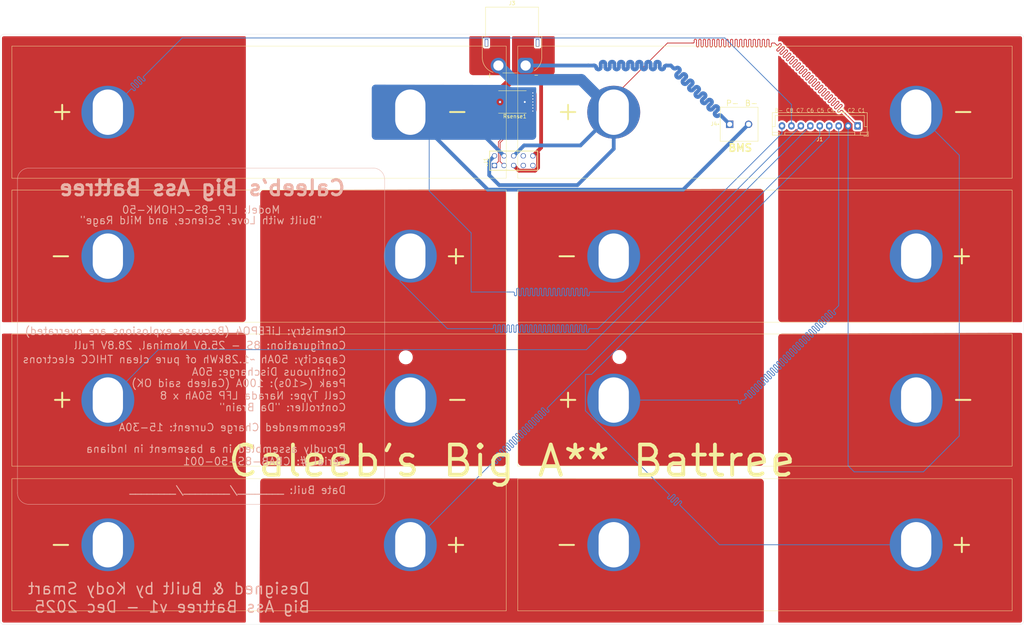
<source format=kicad_pcb>
(kicad_pcb (version 20241229) (generator "pcbnew") (generator_version "9.0")
  (layers (0 "F.Cu" signal) (2 "B.Cu" signal) (13 "F.Paste" user) (15 "B.Paste" user) (5 "F.SilkS" user "F.Silkscreen") (7 "B.SilkS" user "B.Silkscreen") (1 "F.Mask" user) (3 "B.Mask" user) (25 "Edge.Cuts" user))
  (net 0 "")
  (net 1 "/SHUNT_N")
  (net 2 "/PACK_P")
  (net 3 "/SHUNT_P")
  (net 4 "/PACK_N")
  (net 5 "GND")
  (net 6 "/U3_SDA")
  (net 7 "/TS_EXT")
  (net 8 "/U3_SCL")
  (net 9 "/BT1+")
  (net 10 "/BT2+")
  (net 11 "/BT3+")
  (net 12 "/BT4+")
  (net 13 "/BT5+")
  (net 14 "/BT6+")
  (net 15 "/BT7+")
  (footprint "Phoenix_2_terminal_block:PHOENIX_1935776" (layer "F.Cu") (at 378.467 160.8)
    (property "Reference" "J4")
    (property "Value" "BMS")
  )
  (footprint "MountingHole:MountingHole_3.2mm_M3" (layer "F.Cu") (at 295.3 218)
    (property "Reference" "H3" (hide yes))
    (property "Value" "MountingHole")
  )
  (footprint "NetTie:NetTie-2_SMD_Pad0.5mm" (layer "F.Cu") (at 323.9 154.5 90)
    (property "Reference" "REF**" (hide yes))
    (property "Value" "NetTie-2_SMD_Pad0.5mm" (hide yes))
  )
  (footprint "Samtec_2x05_THT:SAMTEC_DW-05-X-X-D-X" (layer "F.Cu") (at 318.7575 167.2)
    (property "Reference" "J1")
    (property "Value" "HW-05-08-F-D-250-SM")
  )
  (footprint "Narada_prismatic_50Ah:Battery_Narada_50Ah_LiFePO4" (layer "F.Cu") (at 390.3 229.3)
    (property "Reference" "BT6" (hide yes))
    (property "Value" "Battery_Cell" (hide yes))
  )
  (footprint "WSHM2818:RESC_WSHM2818R0150FEA" (layer "F.Cu") (at 323.5 150.4 180)
    (property "Reference" "Rsense1")
    (property "Value" "1m 1W 1%" (hide yes))
  )
  (footprint "MountingHole:MountingHole_3.2mm_M3" (layer "F.Cu") (at 295.3 165)
    (property "Reference" "H1" (hide yes))
    (property "Value" "MountingHole")
  )
  (footprint "Narada_prismatic_50Ah:Battery_Narada_50Ah_LiFePO4" (layer "F.Cu") (at 256.5 229.3)
    (property "Reference" "BT3" (hide yes))
    (property "Value" "Battery_Cell" (hide yes))
  )
  (footprint "Narada_prismatic_50Ah:Battery_Narada_50Ah_LiFePO4" (layer "F.Cu") (at 390.3 267.6 180)
    (property "Reference" "BT5" (hide yes))
    (property "Value" "Battery_Cell" (hide yes))
  )
  (footprint "Narada_prismatic_50Ah:Battery_Narada_50Ah_LiFePO4" (layer "F.Cu") (at 256.5 153.1)
    (property "Reference" "BT1" (hide yes))
    (property "Value" "Battery_Cell" (hide yes))
  )
  (footprint "Connector_JST:JST_XH_B9B-XH-A_1x09_P2.50mm_Vertical" (layer "F.Cu") (at 414.8 156.725 180)
    (property "Reference" "J1")
    (property "Value" "Balance Conn")
  )
  (footprint "Narada_prismatic_50Ah:Battery_Narada_50Ah_LiFePO4" (layer "F.Cu") (at 256.5 267.6 180)
    (property "Reference" "BT4" (hide yes))
    (property "Value" "Battery_Cell" (hide yes))
  )
  (footprint "NetTie:NetTie-2_SMD_Pad0.5mm" (layer "F.Cu") (at 323 154.5 90)
    (property "Reference" "REF**" (hide yes))
    (property "Value" "NetTie-2_SMD_Pad0.5mm" (hide yes))
  )
  (footprint "Connector_AMASS:AMASS_XT60PW-F_1x02_P7.20mm_Horizontal" (layer "F.Cu") (at 327 140.75)
    (property "Reference" "J3")
    (property "Value" "XT60")
  )
  (footprint "Narada_prismatic_50Ah:Battery_Narada_50Ah_LiFePO4" (layer "F.Cu") (at 390.3 153.1)
    (property "Reference" "BT8" (hide yes))
    (property "Value" "Battery_Cell" (hide yes))
  )
  (footprint "Narada_prismatic_50Ah:Battery_Narada_50Ah_LiFePO4" (layer "F.Cu") (at 390.3 191.2 180)
    (property "Reference" "BT7" (hide yes))
    (property "Value" "Battery_Cell" (hide yes))
  )
  (footprint "MountingHole:MountingHole_3.2mm_M3" (layer "F.Cu") (at 351.8 217.9)
    (property "Reference" "H4" (hide yes))
    (property "Value" "MountingHole")
  )
  (footprint "Narada_prismatic_50Ah:Battery_Narada_50Ah_LiFePO4" (layer "F.Cu") (at 256.5 191.2 180)
    (property "Reference" "BT2" (hide yes))
    (property "Value" "Battery_Cell" (hide yes))
  )
  (footprint "MountingHole:MountingHole_3.2mm_M3" (layer "F.Cu") (at 351.8 165)
    (property "Reference" "H2" (hide yes))
    (property "Value" "MountingHole")
  )
  (gr_line (start 286.7 256.9) (end 195.6 256.9) (stroke (width 0.1)) (layer "B.SilkS"))
  (gr_arc (start 286.7 167.9) (mid 288.82132 168.77868) (end 289.7 170.9) (stroke (width 0.1)) (layer "B.SilkS"))
  (gr_arc (start 289.7 253.9) (mid 288.82132 256.02132) (end 286.7 256.9) (stroke (width 0.1)) (layer "B.SilkS"))
  (gr_arc (start 195.6 256.9) (mid 193.47868 256.02132) (end 192.6 253.9) (stroke (width 0.1)) (layer "B.SilkS"))
  (gr_arc (start 192.6 170.9) (mid 193.47868 168.77868) (end 195.6 167.9) (stroke (width 0.1)) (layer "B.SilkS"))
  (gr_line (start 289.7 170.9) (end 289.7 253.9) (stroke (width 0.1)) (layer "B.SilkS"))
  (gr_line (start 195.6 167.9) (end 286.7 167.9) (stroke (width 0.1)) (layer "B.SilkS"))
  (gr_line (start 192.6 253.9) (end 192.6 170.9) (stroke (width 0.1)) (layer "B.SilkS"))
  (gr_line (start 457.8 288.7) (end 189 288.7) (stroke (width 0.05)) (layer "Edge.Cuts"))
  (gr_arc (start 188 133.5) (mid 188.292893 132.792893) (end 189 132.5) (stroke (width 0.05)) (layer "Edge.Cuts"))
  (gr_line (start 188 287.7) (end 188 133.5) (stroke (width 0.05)) (layer "Edge.Cuts"))
  (gr_arc (start 189 288.7) (mid 188.292893 288.407107) (end 188 287.7) (stroke (width 0.05)) (layer "Edge.Cuts"))
  (gr_arc (start 457.8 132.5) (mid 458.507107 132.792893) (end 458.8 133.5) (stroke (width 0.05)) (layer "Edge.Cuts"))
  (gr_line (start 458.8 133.5) (end 458.8 287.7) (stroke (width 0.05)) (layer "Edge.Cuts"))
  (gr_line (start 189 132.5) (end 457.8 132.5) (stroke (width 0.05)) (layer "Edge.Cuts"))
  (gr_arc (start 458.8 287.7) (mid 458.507107 288.407107) (end 457.8 288.7) (stroke (width 0.05)) (layer "Edge.Cuts"))
  (gr_text "P-" (at 379.9 151.6 0) (layer "F.SilkS") (effects (font (size 1.5 1.5) (thickness 0.1875)) (justify left bottom)))
  (gr_text "BMS" (at 380.4 163.7 0) (layer "F.SilkS") (effects (font (size 2 2) (thickness 0.4) (bold yes)) (justify left bottom)))
  (gr_text "B-" (at 384.9 151.6 0) (layer "F.SilkS") (effects (font (size 1.5 1.5) (thickness 0.1875)) (justify left bottom)))
  (gr_text "Caleeb's Big A** Battree" (at 247.652381 250.1 0) (layer "F.SilkS") (effects (font (size 8 8) (thickness 1)) (justify left bottom)))
  (gr_text "B- C8 C7 C6 C5 C4 C3 C2 C1" (at 392.8 153.215 0) (layer "F.SilkS") (effects (font (size 1 1) (thickness 0.1)) (justify left bottom)))
  (gr_text "Continuous Discharge: 50A" (at 279.664285 223 0) (layer "B.SilkS") (effects (font (size 2 2) (thickness 0.25)) (justify left bottom mirror)))
  (gr_text "Designed & Built by Kody Smart\nBig Ass Battree v1 - Dec 2025" (at 270.2 285.8 0) (layer "B.SilkS") (effects (font (size 3 3) (thickness 0.375)) (justify left bottom mirror)))
  (gr_text "Caleeb's Big Ass Battree" (at 279.664285 175.5 0) (layer "B.SilkS") (effects (font (size 4 4) (thickness 0.8) (bold yes)) (justify left bottom mirror)))
  (gr_text "Serial #: CBAB-8S-50-001 " (at 279.664285 246.7 0) (layer "B.SilkS") (effects (font (size 2 2) (thickness 0.25)) (justify left bottom mirror)))
  (gr_text "Capacity: 50Ah ~1.28kWh of pure clean THICC electrons" (at 279.664285 219.7 0) (layer "B.SilkS") (effects (font (size 2 2) (thickness 0.25)) (justify left bottom mirror)))
  (gr_text "Chemistry: LiFEPO4 (Becuase explosions are overrated)" (at 279.664285 212.2 0) (layer "B.SilkS") (effects (font (size 2 2) (thickness 0.25)) (justify left bottom mirror)))
  (gr_text "Controller: {dblquote}Da Brain{dblquote}" (at 279.664285 232.4 0) (layer "B.SilkS") (effects (font (size 2 2) (thickness 0.25)) (justify left bottom mirror)))
  (gr_text "Configuration: 8S - 25.6V Nominal, 28.8V Full" (at 279.664285 216 0) (layer "B.SilkS") (effects (font (size 2 2) (thickness 0.25)) (justify left bottom mirror)))
  (gr_text "Date Buil: ________/________/________" (at 279.664285 254.3 0) (layer "B.SilkS") (effects (font (size 2 2) (thickness 0.25)) (justify left bottom mirror)))
  (gr_text "Proudly assembled in a basement in Indiana" (at 279.664285 243.4 0) (layer "B.SilkS") (effects (font (size 2 2) (thickness 0.25)) (justify left bottom mirror)))
  (gr_text "Peak (<10s): 100A (Caleeb said OK)" (at 279.664285 226 0) (layer "B.SilkS") (effects (font (size 2 2) (thickness 0.25)) (justify left bottom mirror)))
  (gr_text "Cell Type: Narada LFP 50Ah x 8" (at 279.664285 229.3 0) (layer "B.SilkS") (effects (font (size 2 2) (thickness 0.25)) (justify left bottom mirror)))
  (gr_text "Model: LFP-8S-CHONK-50" (at 262.229762 180.1 0) (layer "B.SilkS") (effects (font (size 2 2) (thickness 0.25)) (justify left bottom mirror)))
  (gr_text "Recommended Charge Current: 15-30A" (at 279.664285 237.7 0) (layer "B.SilkS") (effects (font (size 2 2) (thickness 0.25)) (justify left bottom mirror)))
  (gr_text "{dblquote}Built with Love, Science, and Mild Rage{dblquote}" (at 273.372623 182.9 0) (layer "B.SilkS") (effects (font (size 2 2) (thickness 0.25)) (justify left bottom mirror)))
  (segment (start 319.802499 160.979303) (end 323.224999 157.556803) (width 0.2) (layer "F.Cu") (net 1))
  (segment (start 323.224999 157.556803) (end 323.224999 155.224999) (width 0.2) (layer "F.Cu") (net 1))
  (segment (start 323.224999 155.224999) (end 323 155) (width 0.2) (layer "F.Cu") (net 1))
  (segment (start 318.7575 167.2) (end 319.802499 166.155001) (width 0.2) (layer "F.Cu") (net 1))
  (segment (start 319.802499 166.155001) (end 319.802499 160.979303) (width 0.2) (layer "F.Cu") (net 1))
  (segment (start 405.580253 146.091039) (end 405.4954 146.006186) (width 0.2) (layer "F.Cu") (net 2))
  (segment (start 393.559377 136.898591) (end 393.474524 136.813738) (width 0.2) (layer "F.Cu") (net 2))
  (segment (start 376.385 134.8) (end 376.385 135.56) (width 0.2) (layer "F.Cu") (net 2))
  (segment (start 400.375921 142.300922) (end 400.375921 142.300921) (width 0.2) (layer "F.Cu") (net 2))
  (segment (start 402.89324 146.232454) (end 402.808387 146.147601) (width 0.2) (layer "F.Cu") (net 2))
  (segment (start 401.648721 143.57372) (end 401.64872 143.57372) (width 0.2) (layer "F.Cu") (net 2))
  (segment (start 386.945 135.8) (end 386.825 135.8) (width 0.2) (layer "F.Cu") (net 2))
  (segment (start 402.610389 143.460587) (end 402.072987 143.997988) (width 0.2) (layer "F.Cu") (net 2))
  (segment (start 376.145 135.8) (end 376.025 135.8) (width 0.2) (layer "F.Cu") (net 2))
  (segment (start 397.406056 139.331055) (end 397.406055 139.331055) (width 0.2) (layer "F.Cu") (net 2))
  (segment (start 407.984438 151.323652) (end 407.899585 151.238799) (width 0.2) (layer "F.Cu") (net 2))
  (segment (start 373.385 135.56) (end 373.385 134.8) (width 0.2) (layer "F.Cu") (net 2))
  (segment (start 383.585 134.04) (end 383.585 134.8) (width 0.2) (layer "F.Cu") (net 2))
  (segment (start 406.287372 149.626586) (end 406.202519 149.541733) (width 0.2) (layer "F.Cu") (net 2))
  (segment (start 380.585 135.56) (end 380.585 134.8) (width 0.2) (layer "F.Cu") (net 2))
  (segment (start 399.527388 141.452388) (end 398.989985 141.989788) (width 0.2) (layer "F.Cu") (net 2))
  (segment (start 407.277319 147.788105) (end 407.192466 147.703252) (width 0.2) (layer "F.Cu") (net 2))
  (segment (start 398.367724 139.217922) (end 397.830322 139.755323) (width 0.2) (layer "F.Cu") (net 2))
  (segment (start 395.256443 138.595657) (end 395.17159 138.510804) (width 0.2) (layer "F.Cu") (net 2))
  (segment (start 394.323057 137.322859) (end 394.860457 136.785456) (width 0.2) (layer "F.Cu") (net 2))
  (segment (start 377.345 135.8) (end 377.225 135.8) (width 0.2) (layer "F.Cu") (net 2))
  (segment (start 390.785 134.8) (end 390.785 135.56) (width 0.2) (layer "F.Cu") (net 2))
  (segment (start 396.981789 138.906789) (end 396.444386 139.444189) (width 0.2) (layer "F.Cu") (net 2))
  (segment (start 394.181628 135.767217) (end 394.549324 135.399521) (width 0.2) (layer "F.Cu") (net 2))
  (segment (start 388.385 134.8) (end 388.385 135.56) (width 0.2) (layer "F.Cu") (net 2))
  (segment (start 379.985 134.8) (end 379.985 135.56) (width 0.2) (layer "F.Cu") (net 2))
  (segment (start 379.145 133.8) (end 379.025 133.8) (width 0.2) (layer "F.Cu") (net 2))
  (segment (start 396.557523 138.482522) (end 396.557522 138.482522) (width 0.2) (layer "F.Cu") (net 2))
  (segment (start 400.06479 140.914988) (end 399.527388 141.452389) (width 0.2) (layer "F.Cu") (net 2))
  (segment (start 375.785 135.56) (end 375.785 134.8) (width 0.2) (layer "F.Cu") (net 2))
  (segment (start 382.985 135.56) (end 382.985 134.8) (width 0.2) (layer "F.Cu") (net 2))
  (segment (start 410.13405 152.05905) (end 410.671451 151.521648) (width 0.2) (layer "F.Cu") (net 2))
  (segment (start 388.385 134.04) (end 388.385 134.8) (width 0.2) (layer "F.Cu") (net 2))
  (segment (start 401.959854 144.959656) (end 402.497254 144.422253) (width 0.2) (layer "F.Cu") (net 2))
  (segment (start 399.103121 141.028121) (end 399.640522 140.490719) (width 0.2) (layer "F.Cu") (net 2))
  (segment (start 408.012718 149.937718) (end 407.475315 150.475118) (width 0.2) (layer "F.Cu") (net 2))
  (segment (start 403.345786 145.270786) (end 403.883187 144.733384) (width 0.2) (layer "F.Cu") (net 2))
  (segment (start 402.186121 142.696907) (end 402.101268 142.612054) (width 0.2) (layer "F.Cu") (net 2))
  (segment (start 409.709784 151.634785) (end 409.709784 151.634784) (width 0.2) (layer "F.Cu") (net 2))
  (segment (start 404.505453 147.505255) (end 405.042853 146.967852) (width 0.2) (layer "F.Cu") (net 2))
  (segment (start 382.145 135.8) (end 382.025 135.8) (width 0.2) (layer "F.Cu") (net 2))
  (segment (start 350.3 149) (end 350.3 153.1) (width 0.2) (layer "F.Cu") (net 2))
  (segment (start 380.945 135.8) (end 380.825 135.8) (width 0.2) (layer "F.Cu") (net 2))
  (segment (start 378.185 135.56) (end 378.185 134.8) (width 0.2) (layer "F.Cu") (net 2))
  (segment (start 378.785 134.8) (end 378.785 135.56) (width 0.2) (layer "F.Cu") (net 2))
  (segment (start 391.385 135.56) (end 391.385 135.04) (width 0.2) (layer "F.Cu") (net 2))
  (segment (start 409.822918 150.333704) (end 409.738065 150.248851) (width 0.2) (layer "F.Cu") (net 2))
  (segment (start 410.671451 151.182237) (end 410.586598 151.097384) (width 0.2) (layer "F.Cu") (net 2))
  (segment (start 383.585 134.8) (end 383.585 135.56) (width 0.2) (layer "F.Cu") (net 2))
  (segment (start 372.785 134.04) (end 372.785 134.8) (width 0.2) (layer "F.Cu") (net 2))
  (segment (start 395.70899 137.633989) (end 395.708989 137.633989) (width 0.2) (layer "F.Cu") (net 2))
  (segment (start 400.800187 142.725187) (end 401.337588 142.187785) (width 0.2) (layer "F.Cu") (net 2))
  (segment (start 396.020123 139.019925) (end 396.557523 138.482522) (width 0.2) (layer "F.Cu") (net 2))
  (segment (start 397.406055 139.331055) (end 397.943456 138.793653) (width 0.2) (layer "F.Cu") (net 2))
  (segment (start 372.185 135.56) (end 372.185 134.8) (width 0.2) (layer "F.Cu") (net 2))
  (segment (start 404.590306 147.92952) (end 404.505453 147.844667) (width 0.2) (layer "F.Cu") (net 2))
  (segment (start 400.800188 142.725187) (end 400.800187 142.725187) (width 0.2) (layer "F.Cu") (net 2))
  (segment (start 379.745 135.8) (end 379.625 135.8) (width 0.2) (layer "F.Cu") (net 2))
  (segment (start 403.458922 144.30912) (end 402.92152 144.846521) (width 0.2) (layer "F.Cu") (net 2))
  (segment (start 407.588451 149.513451) (end 408.125852 148.976049) (width 0.2) (layer "F.Cu") (net 2))
  (segment (start 381.185 134.04) (end 381.185 134.8) (width 0.2) (layer "F.Cu") (net 2))
  (segment (start 396.133256 138.058257) (end 396.133256 138.058256) (width 0.2) (layer "F.Cu") (net 2))
  (segment (start 399.103122 141.028121) (end 399.103121 141.028121) (width 0.2) (layer "F.Cu") (net 2))
  (segment (start 386.585 135.56) (end 386.585 134.8) (width 0.2) (layer "F.Cu") (net 2))
  (segment (start 389.345 135.8) (end 389.225 135.8) (width 0.2) (layer "F.Cu") (net 2))
  (segment (start 395.284723 137.209724) (end 395.284723 137.209723) (width 0.2) (layer "F.Cu") (net 2))
  (segment (start 401.337588 141.848374) (end 401.252735 141.763521) (width 0.2) (layer "F.Cu") (net 2))
  (segment (start 394.549324 135.06011) (end 394.464471 134.975257) (width 0.2) (layer "F.Cu") (net 2))
  (segment (start 406.853054 147.703252) (end 406.315652 148.240653) (width 0.2) (layer "F.Cu") (net 2))
  (segment (start 400.913323 141.763521) (end 400.375921 142.300922) (width 0.2) (layer "F.Cu") (net 2))
  (segment (start 401.224454 143.149454) (end 400.687051 143.686854) (width 0.2) (layer "F.Cu") (net 2))
  (segment (start 400.262788 143.26259) (end 400.800188 142.725187) (width 0.2) (layer "F.Cu") (net 2))
  (segment (start 378.185 134.8) (end 378.185 134.04) (width 0.2) (layer "F.Cu") (net 2))
  (segment (start 380.345 133.8) (end 380.225 133.8) (width 0.2) (layer "F.Cu") (net 2))
  (segment (start 385.145 133.8) (end 385.025 133.8) (width 0.2) (layer "F.Cu") (net 2))
  (segment (start 384.785 134.8) (end 384.785 135.56) (width 0.2) (layer "F.Cu") (net 2))
  (segment (start 408.861251 150.786252) (end 408.861251 150.786251) (width 0.2) (layer "F.Cu") (net 2))
  (segment (start 394.43619 136.361191) (end 394.43619 136.36119) (width 0.2) (layer "F.Cu") (net 2))
  (segment (start 410.134051 152.05905) (end 410.13405 152.05905) (width 0.2) (layer "F.Cu") (net 2))
  (segment (start 406.004521 146.854719) (end 405.467119 147.39212) (width 0.2) (layer "F.Cu") (net 2))
  (segment (start 388.145 135.8) (end 388.025 135.8) (width 0.2) (layer "F.Cu") (net 2))
  (segment (start 375.185 134.8) (end 375.185 135.56) (width 0.2) (layer "F.Cu") (net 2))
  (segment (start 375.545 133.8) (end 375.425 133.8) (width 0.2) (layer "F.Cu") (net 2))
  (segment (start 386.345 133.8) (end 386.225 133.8) (width 0.2) (layer "F.Cu") (net 2))
  (segment (start 399.640522 140.151308) (end 399.555669 140.066455) (width 0.2) (layer "F.Cu") (net 2))
  (segment (start 409.285518 151.210517) (end 409.285517 151.210517) (width 0.2) (layer "F.Cu") (net 2))
  (segment (start 390.185 135.56) (end 390.185 134.8) (width 0.2) (layer "F.Cu") (net 2))
  (segment (start 376.385 134.04) (end 376.385 134.8) (width 0.2) (layer "F.Cu") (net 2))
  (segment (start 402.044707 145.383921) (end 401.959854 145.299068) (width 0.2) (layer "F.Cu") (net 2))
  (segment (start 372.185 134.56) (end 372.185 134.04) (width 0.2) (layer "F.Cu") (net 2))
  (segment (start 385.385 134.8) (end 385.385 134.04) (width 0.2) (layer "F.Cu") (net 2))
  (segment (start 402.072987 143.997988) (end 402.072987 143.997987) (width 0.2) (layer "F.Cu") (net 2))
  (segment (start 394.43619 136.36119) (end 393.898787 136.89859) (width 0.2) (layer "F.Cu") (net 2))
  (segment (start 403.034654 143.54544) (end 402.949801 143.460587) (width 0.2) (layer "F.Cu") (net 2))
  (segment (start 407.164185 149.089185) (end 406.626782 149.626585) (width 0.2) (layer "F.Cu") (net 2))
  (segment (start 390.785 134.04) (end 390.785 134.8) (width 0.2) (layer "F.Cu") (net 2))
  (segment (start 382.985 134.8) (end 382.985 134.04) (width 0.2) (layer "F.Cu") (net 2))
  (segment (start 405.467119 147.392119) (end 404.929716 147.929519) (width 0.2) (layer "F.Cu") (net 2))
  (segment (start 383.945 133.8) (end 383.825 133.8) (width 0.2) (layer "F.Cu") (net 2))
  (segment (start 396.133256 138.058256) (end 395.595853 138.595656) (width 0.2) (layer "F.Cu") (net 2))
  (segment (start 399.951654 141.876654) (end 400.489055 141.339252) (width 0.2) (layer "F.Cu") (net 2))
  (segment (start 386.585 134.8) (end 386.585 134.04) (width 0.2) (layer "F.Cu") (net 2))
  (segment (start 376.745 133.8) (end 376.625 133.8) (width 0.2) (layer "F.Cu") (net 2))
  (segment (start 394.40791 137.747124) (end 394.323057 137.662271) (width 0.2) (layer "F.Cu") (net 2))
  (segment (start 404.194319 146.119319) (end 404.73172 145.581917) (width 0.2) (layer "F.Cu") (net 2))
  (segment (start 407.899585 150.899387) (end 408.436985 150.361984) (width 0.2) (layer "F.Cu") (net 2))
  (segment (start 378.785 134.04) (end 378.785 134.8) (width 0.2) (layer "F.Cu") (net 2))
  (segment (start 396.868656 139.868458) (end 397.406056 139.331055) (width 0.2) (layer "F.Cu") (net 2))
  (segment (start 401.761856 142.612054) (end 401.224454 143.149455) (width 0.2) (layer "F.Cu") (net 2))
  (segment (start 408.974385 149.485171) (end 408.889532 149.400318) (width 0.2) (layer "F.Cu") (net 2))
  (segment (start 397.830322 139.755322) (end 397.292919 140.292722) (width 0.2) (layer "F.Cu") (net 2))
  (segment (start 381.545 133.8) (end 381.425 133.8) (width 0.2) (layer "F.Cu") (net 2))
  (segment (start 376.985 134.8) (end 376.985 134.04) (width 0.2) (layer "F.Cu") (net 2))
  (segment (start 397.943456 138.454242) (end 397.858603 138.369389) (width 0.2) (layer "F.Cu") (net 2))
  (segment (start 396.104976 139.44419) (end 396.020123 139.359337) (width 0.2) (layer "F.Cu") (net 2))
  (segment (start 395.822125 136.672323) (end 395.284723 137.209724) (width 0.2) (layer "F.Cu") (net 2))
  (segment (start 402.072987 143.997987) (end 401.535584 144.535387) (width 0.2) (layer "F.Cu") (net 2))
  (segment (start 389.945 133.8) (end 389.825 133.8) (width 0.2) (layer "F.Cu") (net 2))
  (segment (start 401.224454 143.149455) (end 401.224454 143.149454) (width 0.2) (layer "F.Cu") (net 2))
  (segment (start 372.185 134.8) (end 372.185 134.56) (width 0.2) (layer "F.Cu") (net 2))
  (segment (start 387.545 133.8) (end 387.425 133.8) (width 0.2) (layer "F.Cu") (net 2))
  (segment (start 408.012718 149.937719) (end 408.012718 149.937718) (width 0.2) (layer "F.Cu") (net 2))
  (segment (start 396.953509 140.292723) (end 396.868656 140.20787) (width 0.2) (layer "F.Cu") (net 2))
  (segment (start 373.745 135.8) (end 373.625 135.8) (width 0.2) (layer "F.Cu") (net 2))
  (segment (start 406.315652 148.240653) (end 406.315652 148.240652) (width 0.2) (layer "F.Cu") (net 2))
  (segment (start 382.745 133.8) (end 382.625 133.8) (width 0.2) (layer "F.Cu") (net 2))
  (segment (start 402.808387 145.808189) (end 403.345787 145.270786) (width 0.2) (layer "F.Cu") (net 2))
  (segment (start 395.17159 138.171392) (end 395.70899 137.633989) (width 0.2) (layer "F.Cu") (net 2))
  (segment (start 370.93771 134.8) (end 364.5 134.8) (width 0.2) (layer "F.Cu") (net 2))
  (segment (start 399.414255 142.414057) (end 399.951655 141.876654) (width 0.2) (layer "F.Cu") (net 2))
  (segment (start 391.385 135.04) (end 391.385 134.8) (width 0.2) (layer "F.Cu") (net 2))
  (segment (start 409.285517 151.210517) (end 409.822918 150.673115) (width 0.2) (layer "F.Cu") (net 2))
  (segment (start 380.585 134.8) (end 380.585 134.04) (width 0.2) (layer "F.Cu") (net 2))
  (segment (start 396.24639 136.757176) (end 396.161537 136.672323) (width 0.2) (layer "F.Cu") (net 2))
  (segment (start 394.860456 136.785456) (end 395.397857 136.248054) (width 0.2) (layer "F.Cu") (net 2))
  (segment (start 393.3331 135.2581) (end 392.875 134.8) (width 0.2) (layer "F.Cu") (net 2))
  (segment (start 379.985 134.04) (end 379.985 134.8) (width 0.2) (layer "F.Cu") (net 2))
  (segment (start 407.701587 148.551785) (end 407.164185 149.089186) (width 0.2) (layer "F.Cu") (net 2))
  (segment (start 372.785 134.8) (end 372.785 135.56) (width 0.2) (layer "F.Cu") (net 2))
  (segment (start 408.436984 150.361984) (end 408.974385 149.824582) (width 0.2) (layer "F.Cu") (net 2))
  (segment (start 381.785 135.56) (end 381.785 134.8) (width 0.2) (layer "F.Cu") (net 2))
  (segment (start 401.64872 143.57372) (end 402.186121 143.036318) (width 0.2) (layer "F.Cu") (net 2))
  (segment (start 375.785 134.8) (end 375.785 134.04) (width 0.2) (layer "F.Cu") (net 2))
  (segment (start 398.650575 141.989789) (end 398.565722 141.904936) (width 0.2) (layer "F.Cu") (net 2))
  (segment (start 398.254589 140.179588) (end 398.254588 140.179588) (width 0.2) (layer "F.Cu") (net 2))
  (segment (start 384.785 134.04) (end 384.785 134.8) (width 0.2) (layer "F.Cu") (net 2))
  (segment (start 384.185 134.8) (end 384.185 134.04) (width 0.2) (layer "F.Cu") (net 2))
  (segment (start 406.202519 149.202321) (end 406.739919 148.664918) (width 0.2) (layer "F.Cu") (net 2))
  (segment (start 408.861251 150.786251) (end 408.323848 151.323651) (width 0.2) (layer "F.Cu") (net 2))
  (segment (start 406.428786 146.939572) (end 406.343933 146.854719) (width 0.2) (layer "F.Cu") (net 2))
  (segment (start 397.094923 137.605709) (end 397.01007 137.520856) (width 0.2) (layer "F.Cu") (net 2))
  (segment (start 396.981789 138.90679) (end 396.981789 138.906789) (width 0.2) (layer "F.Cu") (net 2))
  (segment (start 371.225 134.8) (end 370.93771 134.8) (width 0.2) (layer "F.Cu") (net 2))
  (segment (start 405.438839 148.778053) (end 405.353986 148.6932) (width 0.2) (layer "F.Cu") (net 2))
  (segment (start 408.832971 152.172185) (end 408.748118 152.087332) (width 0.2) (layer "F.Cu") (net 2))
  (segment (start 405.042852 146.967852) (end 405.580253 146.43045) (width 0.2) (layer "F.Cu") (net 2))
  (segment (start 392.875 134.8) (end 392.225 134.8) (width 0.2) (layer "F.Cu") (net 2))
  (segment (start 384.545 135.8) (end 384.425 135.8) (width 0.2) (layer "F.Cu") (net 2))
  (segment (start 408.748118 151.74792) (end 409.285518 151.210517) (width 0.2) (layer "F.Cu") (net 2))
  (segment (start 391.745 135.8) (end 391.625 135.8) (width 0.2) (layer "F.Cu") (net 2))
  (segment (start 379.385 135.56) (end 379.385 134.8) (width 0.2) (layer "F.Cu") (net 2))
  (segment (start 403.65692 146.656722) (end 404.19432 146.119319) (width 0.2) (layer "F.Cu") (net 2))
  (segment (start 402.497254 144.422253) (end 402.497253 144.422253) (width 0.2) (layer "F.Cu") (net 2))
  (segment (start 387.785 134.8) (end 387.785 134.04) (width 0.2) (layer "F.Cu") (net 2))
  (segment (start 404.618586 146.543586) (end 404.081183 147.080986) (width 0.2) (layer "F.Cu") (net 2))
  (segment (start 404.307455 145.157653) (end 403.770053 145.695054) (width 0.2) (layer "F.Cu") (net 2))
  (segment (start 407.051052 150.050854) (end 407.588452 149.513451) (width 0.2) (layer "F.Cu") (net 2))
  (segment (start 377.585 134.8) (end 377.585 135.56) (width 0.2) (layer "F.Cu") (net 2))
  (segment (start 406.739918 148.664918) (end 407.277319 148.127516) (width 0.2) (layer "F.Cu") (net 2))
  (segment (start 395.284723 137.209723) (end 394.74732 137.747123) (width 0.2) (layer "F.Cu") (net 2))
  (segment (start 399.527388 141.452389) (end 399.527388 141.452388) (width 0.2) (layer "F.Cu") (net 2))
  (segment (start 409.398653 150.248851) (end 408.861251 150.786252) (width 0.2) (layer "F.Cu") (net 2))
  (segment (start 407.164185 149.089186) (end 407.164185 149.089185) (width 0.2) (layer "F.Cu") (net 2))
  (segment (start 375.185 134.04) (end 375.185 134.8) (width 0.2) (layer "F.Cu") (net 2))
  (segment (start 396.557522 138.482522) (end 397.094923 137.94512) (width 0.2) (layer "F.Cu") (net 2))
  (segment (start 391.385 134.8) (end 391.385 134.04) (width 0.2) (layer "F.Cu") (net 2))
  (segment (start 396.670658 137.520856) (end 396.133256 138.058257) (width 0.2) (layer "F.Cu") (net 2))
  (segment (start 391.985 135.04) (end 391.985 135.56) (width 0.2) (layer "F.Cu") (net 2))
  (segment (start 406.739919 148.664918) (end 406.739918 148.664918) (width 0.2) (layer "F.Cu") (net 2))
  (segment (start 398.254588 140.179588) (end 398.791989 139.642186) (width 0.2) (layer "F.Cu") (net 2))
  (segment (start 405.891385 147.816385) (end 406.428786 147.278983) (width 0.2) (layer "F.Cu") (net 2))
  (segment (start 391.145 133.8) (end 391.025 133.8) (width 0.2) (layer "F.Cu") (net 2))
  (segment (start 399.499108 142.838322) (end 399.414255 142.753469) (width 0.2) (layer "F.Cu") (net 2))
  (segment (start 398.565722 141.565524) (end 399.103122 141.028121) (width 0.2) (layer "F.Cu") (net 2))
  (segment (start 364.5 134.8) (end 350.3 149) (width 0.2) (layer "F.Cu") (net 2))
  (segment (start 376.985 135.56) (end 376.985 134.8) (width 0.2) (layer "F.Cu") (net 2))
  (segment (start 371.345 134.8) (end 371.225 134.8) (width 0.2) (layer "F.Cu") (net 2))
  (segment (start 373.385 134.8) (end 373.385 134.04) (width 0.2) (layer "F.Cu") (net 2))
  (segment (start 402.497253 144.422253) (end 403.034654 143.884851) (width 0.2) (layer "F.Cu") (net 2))
  (segment (start 388.985 135.56) (end 388.985 134.8) (width 0.2) (layer "F.Cu") (net 2))
  (segment (start 387.185 134.8) (end 387.185 135.56) (width 0.2) (layer "F.Cu") (net 2))
  (segment (start 379.385 134.8) (end 379.385 134.04) (width 0.2) (layer "F.Cu") (net 2))
  (segment (start 398.678855 140.603856) (end 398.678855 140.603855) (width 0.2) (layer "F.Cu") (net 2))
  (segment (start 393.417952 135.342952) (end 393.3331 135.2581) (width 0.2) (layer "F.Cu") (net 2))
  (segment (start 402.92152 144.84652) (end 402.384117 145.38392) (width 0.2) (layer "F.Cu") (net 2))
  (segment (start 405.042853 146.967852) (end 405.042852 146.967852) (width 0.2) (layer "F.Cu") (net 2))
  (segment (start 401.196174 144.535388) (end 401.111321 144.450535) (width 0.2) (layer "F.Cu") (net 2))
  (segment (start 371.945 133.8) (end 371.825 133.8) (width 0.2) (layer "F.Cu") (net 2))
  (segment (start 400.375921 142.300921) (end 399.838518 142.838321) (width 0.2) (layer "F.Cu") (net 2))
  (segment (start 387.185 134.04) (end 387.185 134.8) (width 0.2) (layer "F.Cu") (net 2))
  (segment (start 410.388611 152.653023) (end 410.020914 153.020717) (width 0.2) (layer "F.Cu") (net 2))
  (segment (start 378.545 135.8) (end 378.425 135.8) (width 0.2) (layer "F.Cu") (net 2))
  (segment (start 404.73172 145.242506) (end 404.646867 145.157653) (width 0.2) (layer "F.Cu") (net 2))
  (segment (start 403.883187 144.393973) (end 403.798334 144.30912) (width 0.2) (layer "F.Cu") (net 2))
  (segment (start 382.385 134.04) (end 382.385 134.8) (width 0.2) (layer "F.Cu") (net 2))
  (segment (start 377.585 134.04) (end 377.585 134.8) (width 0.2) (layer "F.Cu") (net 2))
  (segment (start 397.717189 140.716991) (end 398.254589 140.179588) (width 0.2) (layer "F.Cu") (net 2))
  (segment (start 403.741773 147.080987) (end 403.65692 146.996134) (width 0.2) (layer "F.Cu") (net 2))
  (segment (start 400.489055 140.999841) (end 400.404202 140.914988) (width 0.2) (layer "F.Cu") (net 2))
  (segment (start 402.92152 144.846521) (end 402.92152 144.84652) (width 0.2) (layer "F.Cu") (net 2))
  (segment (start 374.585 135.56) (end 374.585 134.8) (width 0.2) (layer "F.Cu") (net 2))
  (segment (start 389.585 134.8) (end 389.585 135.56) (width 0.2) (layer "F.Cu") (net 2))
  (segment (start 397.830322 139.755323) (end 397.830322 139.755322) (width 0.2) (layer "F.Cu") (net 2))
  (segment (start 395.397857 135.908643) (end 395.313004 135.82379) (width 0.2) (layer "F.Cu") (net 2))
  (segment (start 409.964345 152.228756) (end 410.134051 152.05905) (width 0.2) (layer "F.Cu") (net 2))
  (segment (start 385.745 135.8) (end 385.625 135.8) (width 0.2) (layer "F.Cu") (net 2))
  (segment (start 399.951655 141.876654) (end 399.951654 141.876654) (width 0.2) (layer "F.Cu") (net 2))
  (segment (start 401.111321 144.111123) (end 401.648721 143.57372) (width 0.2) (layer "F.Cu") (net 2))
  (segment (start 414.8 156.725) (end 410.728023 152.653023) (width 0.2) (layer "F.Cu") (net 2))
  (segment (start 372.545 135.8) (end 372.425 135.8) (width 0.2) (layer "F.Cu") (net 2))
  (segment (start 399.216257 140.066455) (end 398.678855 140.603856) (width 0.2) (layer "F.Cu") (net 2))
  (segment (start 374.945 135.8) (end 374.825 135.8) (width 0.2) (layer "F.Cu") (net 2))
  (segment (start 389.585 134.04) (end 389.585 134.8) (width 0.2) (layer "F.Cu") (net 2))
  (segment (start 385.385 135.56) (end 385.385 134.8) (width 0.2) (layer "F.Cu") (net 2))
  (segment (start 397.519191 138.369389) (end 396.981789 138.90679) (width 0.2) (layer "F.Cu") (net 2))
  (segment (start 410.247186 151.097384) (end 409.709784 151.634785) (width 0.2) (layer "F.Cu") (net 2))
  (segment (start 397.802042 141.141256) (end 397.717189 141.056403) (width 0.2) (layer "F.Cu") (net 2))
  (segment (start 373.145 133.8) (end 373.025 133.8) (width 0.2) (layer "F.Cu") (net 2))
  (segment (start 395.708989 137.633989) (end 396.24639 137.096587) (width 0.2) (layer "F.Cu") (net 2))
  (segment (start 405.891386 147.816385) (end 405.891385 147.816385) (width 0.2) (layer "F.Cu") (net 2))
  (segment (start 381.185 134.8) (end 381.185 135.56) (width 0.2) (layer "F.Cu") (net 2))
  (segment (start 373.985 134.04) (end 373.985 134.8) (width 0.2) (layer "F.Cu") (net 2))
  (segment (start 387.785 135.56) (end 387.785 134.8) (width 0.2) (layer "F.Cu") (net 2))
  (segment (start 394.011924 135.936923) (end 394.011923 135.936923) (width 0.2) (layer "F.Cu") (net 2))
  (segment (start 394.125059 134.975257) (end 393.757363 135.342952) (width 0.2) (layer "F.Cu") (net 2))
  (segment (start 405.353986 148.353788) (end 405.891386 147.816385) (width 0.2) (layer "F.Cu") (net 2))
  (segment (start 385.985 134.04) (end 385.985 134.8) (width 0.2) (layer "F.Cu") (net 2))
  (segment (start 403.770053 145.695054) (end 403.770053 145.695053) (width 0.2) (layer "F.Cu") (net 2))
  (segment (start 409.596651 152.596453) (end 409.964345 152.228756) (width 0.2) (layer "F.Cu") (net 2))
  (segment (start 407.135905 150.475119) (end 407.051052 150.390266) (width 0.2) (layer "F.Cu") (net 2))
  (segment (start 408.125852 148.636638) (end 408.040999 148.551785) (width 0.2) (layer "F.Cu") (net 2))
  (segment (start 374.345 133.8) (end 374.225 133.8) (width 0.2) (layer "F.Cu") (net 2))
  (segment (start 390.545 135.8) (end 390.425 135.8) (width 0.2) (layer "F.Cu") (net 2))
  (segment (start 403.345787 145.270786) (end 403.345786 145.270786) (width 0.2) (layer "F.Cu") (net 2))
  (segment (start 398.791989 139.302775) (end 398.707136 139.217922) (width 0.2) (layer "F.Cu") (net 2))
  (segment (start 385.985 134.8) (end 385.985 135.56) (width 0.2) (layer "F.Cu") (net 2))
  (segment (start 383.345 135.8) (end 383.225 135.8) (width 0.2) (layer "F.Cu") (net 2))
  (segment (start 405.155988 146.006186) (end 404.618586 146.543587) (width 0.2) (layer "F.Cu") (net 2))
  (segment (start 390.185 134.8) (end 390.185 134.04) (width 0.2) (layer "F.Cu") (net 2))
  (segment (start 381.785 134.8) (end 381.785 134.04) (width 0.2) (layer "F.Cu") (net 2))
  (segment (start 394.860457 136.785456) (end 394.860456 136.785456) (width 0.2) (layer "F.Cu") (net 2))
  (segment (start 408.436985 150.361984) (end 408.436984 150.361984) (width 0.2) (layer "F.Cu") (net 2))
  (segment (start 408.55012 149.400318) (end 408.012718 149.937719) (width 0.2) (layer "F.Cu") (net 2))
  (segment (start 398.678855 140.603855) (end 398.141452 141.141255) (width 0.2) (layer "F.Cu") (net 2))
  (segment (start 393.474524 136.474326) (end 394.011924 135.936923) (width 0.2) (layer "F.Cu") (net 2))
  (segment (start 382.385 134.8) (end 382.385 135.56) (width 0.2) (layer "F.Cu") (net 2))
  (segment (start 409.681504 153.020718) (end 409.596651 152.935865) (width 0.2) (layer "F.Cu") (net 2))
  (segment (start 409.709784 151.634784) (end 409.172381 152.172184) (width 0.2) (layer "F.Cu") (net 2))
  (segment (start 405.467119 147.39212) (end 405.467119 147.392119) (width 0.2) (layer "F.Cu") (net 2))
  (segment (start 404.618586 146.543587) (end 404.618586 146.543586) (width 0.2) (layer "F.Cu") (net 2))
  (segment (start 373.985 134.8) (end 373.985 135.56) (width 0.2) (layer "F.Cu") (net 2))
  (segment (start 388.985 134.8) (end 388.985 134.04) (width 0.2) (layer "F.Cu") (net 2))
  (segment (start 394.011923 135.936923) (end 394.181628 135.767217) (width 0.2) (layer "F.Cu") (net 2))
  (segment (start 384.185 135.56) (end 384.185 134.8) (width 0.2) (layer "F.Cu") (net 2))
  (segment (start 407.588452 149.513451) (end 407.588451 149.513451) (width 0.2) (layer "F.Cu") (net 2))
  (segment (start 394.973592 135.82379) (end 394.43619 136.361191) (width 0.2) (layer "F.Cu") (net 2))
  (segment (start 406.315652 148.240652) (end 405.778249 148.778052) (width 0.2) (layer "F.Cu") (net 2))
  (segment (start 404.19432 146.119319) (end 404.194319 146.119319) (width 0.2) (layer "F.Cu") (net 2))
  (segment (start 403.770053 145.695053) (end 403.23265 146.232453) (width 0.2) (layer "F.Cu") (net 2))
  (segment (start 374.585 134.8) (end 374.585 134.04) (width 0.2) (layer "F.Cu") (net 2))
  (segment (start 377.945 133.8) (end 377.825 133.8) (width 0.2) (layer "F.Cu") (net 2))
  (segment (start 400.347641 143.686855) (end 400.262788 143.602002) (width 0.2) (layer "F.Cu") (net 2))
  (segment (start 371.585 134.04) (end 371.585 134.56) (width 0.2) (layer "F.Cu") (net 2))
  (segment (start 388.745 133.8) (end 388.625 133.8) (width 0.2) (layer "F.Cu") (net 2))
  (arc (start 387.185 135.56) (mid 387.114706 135.729706) (end 386.945 135.8) (width 0.2) (layer "F.Cu") (net 2))
  (arc (start 398.791989 139.642186) (mid 398.862284 139.47248) (end 398.791989 139.302775) (width 0.2) (layer "F.Cu") (net 2))
  (arc (start 390.785 135.56) (mid 390.714706 135.729706) (end 390.545 135.8) (width 0.2) (layer "F.Cu") (net 2))
  (arc (start 400.687051 143.686854) (mid 400.517346 143.75715) (end 400.347641 143.686855) (width 0.2) (layer "F.Cu") (net 2))
  (arc (start 378.185 134.04) (mid 378.114706 133.870294) (end 377.945 133.8) (width 0.2) (layer "F.Cu") (net 2))
  (arc (start 396.020123 139.359337) (mid 395.949827 139.18963) (end 396.020123 139.019925) (width 0.2) (layer "F.Cu") (net 2))
  (arc (start 383.225 135.8) (mid 383.055294 135.729706) (end 382.985 135.56) (width 0.2) (layer "F.Cu") (net 2))
  (arc (start 407.051052 150.390266) (mid 406.980756 150.220559) (end 407.051052 150.050854) (width 0.2) (layer "F.Cu") (net 2))
  (arc (start 391.985 135.56) (mid 391.914706 135.729706) (end 391.745 135.8) (width 0.2) (layer "F.Cu") (net 2))
  (arc (start 410.586598 151.097384) (mid 410.416892 151.027089) (end 410.247186 151.097384) (width 0.2) (layer "F.Cu") (net 2))
  (arc (start 380.825 135.8) (mid 380.655294 135.729706) (end 380.585 135.56) (width 0.2) (layer "F.Cu") (net 2))
  (arc (start 403.65692 146.996134) (mid 403.586624 146.826427) (end 403.65692 146.656722) (width 0.2) (layer "F.Cu") (net 2))
  (arc (start 404.646867 145.157653) (mid 404.477161 145.087358) (end 404.307455 145.157653) (width 0.2) (layer "F.Cu") (net 2))
  (arc (start 404.73172 145.581917) (mid 404.802015 145.412211) (end 404.73172 145.242506) (width 0.2) (layer "F.Cu") (net 2))
  (arc (start 374.825 135.8) (mid 374.655294 135.729706) (end 374.585 135.56) (width 0.2) (layer "F.Cu") (net 2))
  (arc (start 371.825 133.8) (mid 371.655294 133.870294) (end 371.585 134.04) (width 0.2) (layer "F.Cu") (net 2))
  (arc (start 384.785 135.56) (mid 384.714706 135.729706) (end 384.545 135.8) (width 0.2) (layer "F.Cu") (net 2))
  (arc (start 401.337588 142.187785) (mid 401.407883 142.018079) (end 401.337588 141.848374) (width 0.2) (layer "F.Cu") (net 2))
  (arc (start 394.464471 134.975257) (mid 394.294765 134.904962) (end 394.125059 134.975257) (width 0.2) (layer "F.Cu") (net 2))
  (arc (start 379.025 133.8) (mid 378.855294 133.870294) (end 378.785 134.04) (width 0.2) (layer "F.Cu") (net 2))
  (arc (start 379.625 135.8) (mid 379.455294 135.729706) (end 379.385 135.56) (width 0.2) (layer "F.Cu") (net 2))
  (arc (start 390.185 134.04) (mid 390.114706 133.870294) (end 389.945 133.8) (width 0.2) (layer "F.Cu") (net 2))
  (arc (start 408.889532 149.400318) (mid 408.719826 149.330023) (end 408.55012 149.400318) (width 0.2) (layer "F.Cu") (net 2))
  (arc (start 407.277319 148.127516) (mid 407.347614 147.95781) (end 407.277319 147.788105) (width 0.2) (layer "F.Cu") (net 2))
  (arc (start 392.225 134.8) (mid 392.055294 134.870294) (end 391.985 135.04) (width 0.2) (layer "F.Cu") (net 2))
  (arc (start 409.172381 152.172184) (mid 409.002676 152.24248) (end 408.832971 152.172185) (width 0.2) (layer "F.Cu") (net 2))
  (arc (start 402.949801 143.460587) (mid 402.780095 143.390292) (end 402.610389 143.460587) (width 0.2) (layer "F.Cu") (net 2))
  (arc (start 400.262788 143.602002) (mid 400.192492 143.432295) (end 400.262788 143.26259) (width 0.2) (layer "F.Cu") (net 2))
  (arc (start 407.192466 147.703252) (mid 407.02276 147.632957) (end 406.853054 147.703252) (width 0.2) (layer "F.Cu") (net 2))
  (arc (start 383.825 133.8) (mid 383.655294 133.870294) (end 383.585 134.04) (width 0.2) (layer "F.Cu") (net 2))
  (arc (start 406.202519 149.541733) (mid 406.132223 149.372026) (end 406.202519 149.202321) (width 0.2) (layer "F.Cu") (net 2))
  (arc (start 381.425 133.8) (mid 381.255294 133.870294) (end 381.185 134.04) (width 0.2) (layer "F.Cu") (net 2))
  (arc (start 376.625 133.8) (mid 376.455294 133.870294) (end 376.385 134.04) (width 0.2) (layer "F.Cu") (net 2))
  (arc (start 406.626782 149.626585) (mid 406.457077 149.696881) (end 406.287372 149.626586) (width 0.2) (layer "F.Cu") (net 2))
  (arc (start 389.825 133.8) (mid 389.655294 133.870294) (end 389.585 134.04) (width 0.2) (layer "F.Cu") (net 2))
  (arc (start 385.985 135.56) (mid 385.914706 135.729706) (end 385.745 135.8) (width 0.2) (layer "F.Cu") (net 2))
  (arc (start 407.475315 150.475118) (mid 407.30561 150.545414) (end 407.135905 150.475119) (width 0.2) (layer "F.Cu") (net 2))
  (arc (start 376.025 135.8) (mid 375.855294 135.729706) (end 375.785 135.56) (width 0.2) (layer "F.Cu") (net 2))
  (arc (start 399.555669 140.066455) (mid 399.385963 139.99616) (end 399.216257 140.066455) (width 0.2) (layer "F.Cu") (net 2))
  (arc (start 410.671451 151.521648) (mid 410.741746 151.351942) (end 410.671451 151.182237) (width 0.2) (layer "F.Cu") (net 2))
  (arc (start 397.01007 137.520856) (mid 396.840364 137.450561) (end 396.670658 137.520856) (width 0.2) (layer "F.Cu") (net 2))
  (arc (start 395.397857 136.248054) (mid 395.468152 136.078348) (end 395.397857 135.908643) (width 0.2) (layer "F.Cu") (net 2))
  (arc (start 384.425 135.8) (mid 384.255294 135.729706) (end 384.185 135.56) (width 0.2) (layer "F.Cu") (net 2))
  (arc (start 383.585 135.56) (mid 383.514706 135.729706) (end 383.345 135.8) (width 0.2) (layer "F.Cu") (net 2))
  (arc (start 403.034654 143.884851) (mid 403.104949 143.715145) (end 403.034654 143.54544) (width 0.2) (layer "F.Cu") (net 2))
  (arc (start 377.585 135.56) (mid 377.514706 135.729706) (end 377.345 135.8) (width 0.2) (layer "F.Cu") (net 2))
  (arc (start 382.625 133.8) (mid 382.455294 133.870294) (end 382.385 134.04) (width 0.2) (layer "F.Cu") (net 2))
  (arc (start 407.899585 151.238799) (mid 407.829289 151.069092) (end 407.899585 150.899387) (width 0.2) (layer "F.Cu") (net 2))
  (arc (start 409.822918 150.673115) (mid 409.893213 150.503409) (end 409.822918 150.333704) (width 0.2) (layer "F.Cu") (net 2))
  (arc (start 393.757363 135.342952) (mid 393.587657 135.413247) (end 393.417952 135.342952) (width 0.2) (layer "F.Cu") (net 2))
  (arc (start 371.585 134.56) (mid 371.514706 134.729706) (end 371.345 134.8) (width 0.2) (layer "F.Cu") (net 2))
  (arc (start 374.585 134.04) (mid 374.514706 133.870294) (end 374.345 133.8) (width 0.2) (layer "F.Cu") (net 2))
  (arc (start 373.985 135.56) (mid 373.914706 135.729706) (end 373.745 135.8) (width 0.2) (layer "F.Cu") (net 2))
  (arc (start 396.161537 136.672323) (mid 395.991831 136.602028) (end 395.822125 136.672323) (width 0.2) (layer "F.Cu") (net 2))
  (arc (start 388.625 133.8) (mid 388.455294 133.870294) (end 388.385 134.04) (width 0.2) (layer "F.Cu") (net 2))
  (arc (start 398.141452 141.141255) (mid 397.971747 141.211551) (end 397.802042 141.141256) (width 0.2) (layer "F.Cu") (net 2))
  (arc (start 399.838518 142.838321) (mid 399.668813 142.908617) (end 399.499108 142.838322) (width 0.2) (layer "F.Cu") (net 2))
  (arc (start 399.640522 140.490719) (mid 399.710817 140.321013) (end 399.640522 140.151308) (width 0.2) (layer "F.Cu") (net 2))
  (arc (start 393.474524 136.813738) (mid 393.404228 136.644031) (end 393.474524 136.474326) (width 0.2) (layer "F.Cu") (net 2))
  (arc (start 410.728023 152.653023) (mid 410.558316 152.582727) (end 410.388611 152.653023) (width 0.2) (layer "F.Cu") (net 2))
  (arc (start 395.313004 135.82379) (mid 395.143298 135.753495) (end 394.973592 135.82379) (width 0.2) (layer "F.Cu") (net 2))
  (arc (start 403.883187 144.733384) (mid 403.953482 144.563678) (end 403.883187 144.393973) (width 0.2) (layer "F.Cu") (net 2))
  (arc (start 402.186121 143.036318) (mid 402.256416 142.866612) (end 402.186121 142.696907) (width 0.2) (layer "F.Cu") (net 2))
  (arc (start 388.025 135.8) (mid 387.855294 135.729706) (end 387.785 135.56) (width 0.2) (layer "F.Cu") (net 2))
  (arc (start 409.596651 152.935865) (mid 409.526355 152.766158) (end 409.596651 152.596453) (width 0.2) (layer "F.Cu") (net 2))
  (arc (start 376.985 134.04) (mid 376.914706 133.870294) (end 376.745 133.8) (width 0.2) (layer "F.Cu") (net 2))
  (arc (start 384.185 134.04) (mid 384.114706 133.870294) (end 383.945 133.8) (width 0.2) (layer "F.Cu") (net 2))
  (arc (start 385.385 134.04) (mid 385.314706 133.870294) (end 385.145 133.8) (width 0.2) (layer "F.Cu") (net 2))
  (arc (start 396.24639 137.096587) (mid 396.316685 136.926881) (end 396.24639 136.757176) (width 0.2) (layer "F.Cu") (net 2))
  (arc (start 375.185 135.56) (mid 375.114706 135.729706) (end 374.945 135.8) (width 0.2) (layer "F.Cu") (net 2))
  (arc (start 380.225 133.8) (mid 380.055294 133.870294) (end 379.985 134.04) (width 0.2) (layer "F.Cu") (net 2))
  (arc (start 401.959854 145.299068) (mid 401.889558 145.129361) (end 401.959854 144.959656) (width 0.2) (layer "F.Cu") (net 2))
  (arc (start 390.425 135.8) (mid 390.255294 135.729706) (end 390.185 135.56) (width 0.2) (layer "F.Cu") (net 2))
  (arc (start 372.425 135.8) (mid 372.255294 135.729706) (end 372.185 135.56) (width 0.2) (layer "F.Cu") (net 2))
  (arc (start 404.929716 147.929519) (mid 404.760011 147.999815) (end 404.590306 147.92952) (width 0.2) (layer "F.Cu") (net 2))
  (arc (start 372.185 134.04) (mid 372.114706 133.870294) (end 371.945 133.8) (width 0.2) (layer "F.Cu") (net 2))
  (arc (start 394.549324 135.399521) (mid 394.619619 135.229815) (end 394.549324 135.06011) (width 0.2) (layer "F.Cu") (net 2))
  (arc (start 377.825 133.8) (mid 377.655294 133.870294) (end 377.585 134.04) (width 0.2) (layer "F.Cu") (net 2))
  (arc (start 387.785 134.04) (mid 387.714706 133.870294) (end 387.545 133.8) (width 0.2) (layer "F.Cu") (net 2))
  (arc (start 385.025 133.8) (mid 384.855294 133.870294) (end 384.785 134.04) (width 0.2) (layer "F.Cu") (net 2))
  (arc (start 375.785 134.04) (mid 375.714706 133.870294) (end 375.545 133.8) (width 0.2) (layer "F.Cu") (net 2))
  (arc (start 406.343933 146.854719) (mid 406.174227 146.784424) (end 406.004521 146.854719) (width 0.2) (layer "F.Cu") (net 2))
  (arc (start 395.595853 138.595656) (mid 395.426148 138.665952) (end 395.256443 138.595657) (width 0.2) (layer "F.Cu") (net 2))
  (arc (start 381.785 134.04) (mid 381.714706 133.870294) (end 381.545 133.8) (width 0.2) (layer "F.Cu") (net 2))
  (arc (start 397.094923 137.94512) (mid 397.165218 137.775414) (end 397.094923 137.605709) (width 0.2) (layer "F.Cu") (net 2))
  (arc (start 373.025 133.8) (mid 372.855294 133.870294) (end 372.785 134.04) (width 0.2) (layer "F.Cu") (net 2))
  (arc (start 405.4954 146.006186) (mid 405.325694 145.935891) (end 405.155988 146.006186) (width 0.2) (layer "F.Cu") (net 2))
  (arc (start 402.808387 146.147601) (mid 402.738091 145.977894) (end 402.808387 145.808189) (width 0.2) (layer "F.Cu") (net 2))
  (arc (start 408.974385 149.824582) (mid 409.04468 149.654876) (end 408.974385 149.485171) (width 0.2) (layer "F.Cu") (net 2))
  (arc (start 399.414255 142.753469) (mid 399.343959 142.583762) (end 399.414255 142.414057) (width 0.2) (layer "F.Cu") (net 2))
  (arc (start 391.025 133.8) (mid 390.855294 133.870294) (end 390.785 134.04) (width 0.2) (layer "F.Cu") (net 2))
  (arc (start 382.385 135.56) (mid 382.314706 135.729706) (end 382.145 135.8) (width 0.2) (layer "F.Cu") (net 2))
  (arc (start 403.23265 146.232453) (mid 403.062945 146.302749) (end 402.89324 146.232454) (width 0.2) (layer "F.Cu") (net 2))
  (arc (start 402.101268 142.612054) (mid 401.931562 142.541759) (end 401.761856 142.612054) (width 0.2) (layer "F.Cu") (net 2))
  (arc (start 408.323848 151.323651) (mid 408.154143 151.393947) (end 407.984438 151.323652) (width 0.2) (layer "F.Cu") (net 2))
  (arc (start 381.185 135.56) (mid 381.114706 135.729706) (end 380.945 135.8) (width 0.2) (layer "F.Cu") (net 2))
  (arc (start 388.385 135.56) (mid 388.314706 135.729706) (end 388.145 135.8) (width 0.2) (layer "F.Cu") (net 2))
  (arc (start 379.385 134.04) (mid 379.314706 133.870294) (end 379.145 133.8) (width 0.2) (layer "F.Cu") (net 2))
  (arc (start 385.625 135.8) (mid 385.455294 135.729706) (end 385.385 135.56) (width 0.2) (layer "F.Cu") (net 2))
  (arc (start 398.707136 139.217922) (mid 398.53743 139.147627) (end 398.367724 139.217922) (width 0.2) (layer "F.Cu") (net 2))
  (arc (start 397.943456 138.793653) (mid 398.013751 138.623947) (end 397.943456 138.454242) (width 0.2) (layer "F.Cu") (net 2))
  (arc (start 386.585 134.04) (mid 386.514706 133.870294) (end 386.345 133.8) (width 0.2) (layer "F.Cu") (net 2))
  (arc (start 372.785 135.56) (mid 372.714706 135.729706) (end 372.545 135.8) (width 0.2) (layer "F.Cu") (net 2))
  (arc (start 398.989985 141.989788) (mid 398.82028 142.060084) (end 398.650575 141.989789) (width 0.2) (layer "F.Cu") (net 2))
  (arc (start 408.040999 148.551785) (mid 407.871293 148.48149) (end 407.701587 148.551785) (width 0.2) (layer "F.Cu") (net 2))
  (arc (start 405.778249 148.778052) (mid 405.608544 148.848348) (end 405.438839 148.778053) (width 0.2) (layer "F.Cu") (net 2))
  (arc (start 394.323057 137.662271) (mid 394.252761 137.492564) (end 394.323057 137.322859) (width 0.2) (layer "F.Cu") (net 2))
  (arc (start 398.565722 141.904936) (mid 398.495426 141.735229) (end 398.565722 141.565524) (width 0.2) (layer "F.Cu") (net 2))
  (arc (start 389.225 135.8) (mid 389.055294 135.729706) (end 388.985 135.56) (width 0.2) (layer "F.Cu") (net 2))
  (arc (start 397.717189 141.056403) (mid 397.646893 140.886696) (end 397.717189 140.716991) (width 0.2) (layer "F.Cu") (net 2))
  (arc (start 400.489055 141.339252) (mid 400.55935 141.169546) (end 400.489055 140.999841) (width 0.2) (layer "F.Cu") (net 2))
  (arc (start 401.111321 144.450535) (mid 401.041025 144.280828) (end 401.111321 144.111123) (width 0.2) (layer "F.Cu") (net 2))
  (arc (start 376.385 135.56) (mid 376.314706 135.729706) (end 376.145 135.8) (width 0.2) (layer "F.Cu") (net 2))
  (arc (start 400.404202 140.914988) (mid 400.234496 140.844693) (end 400.06479 140.914988) (width 0.2) (layer "F.Cu") (net 2))
  (arc (start 387.425 133.8) (mid 387.255294 133.870294) (end 387.185 134.04) (width 0.2) (layer "F.Cu") (net 2))
  (arc (start 389.585 135.56) (mid 389.514706 135.729706) (end 389.345 135.8) (width 0.2) (layer "F.Cu") (net 2))
  (arc (start 397.292919 140.292722) (mid 397.123214 140.363018) (end 396.953509 140.292723) (width 0.2) (layer "F.Cu") (net 2))
  (arc (start 403.798334 144.30912) (mid 403.628628 144.238825) (end 403.458922 144.30912) (width 0.2) (layer "F.Cu") (net 2))
  (arc (start 378.425 135.8) (mid 378.255294 135.729706) (end 378.185 135.56) (width 0.2) (layer "F.Cu") (net 2))
  (arc (start 405.353986 148.6932) (mid 405.28369 148.523493) (end 405.353986 148.353788) (width 0.2) (layer "F.Cu") (net 2))
  (arc (start 394.74732 137.747123) (mid 394.577615 137.817419) (end 394.40791 137.747124) (width 0.2) (layer "F.Cu") (net 2))
  (arc (start 373.625 135.8) (mid 373.455294 135.729706) (end 373.385 135.56) (width 0.2) (layer "F.Cu") (net 2))
  (arc (start 409.738065 150.248851) (mid 409.568359 150.178556) (end 409.398653 150.248851) (width 0.2) (layer "F.Cu") (net 2))
  (arc (start 382.025 135.8) (mid 381.855294 135.729706) (end 381.785 135.56) (width 0.2) (layer "F.Cu") (net 2))
  (arc (start 396.868656 140.20787) (mid 396.79836 140.038163) (end 396.868656 139.868458) (width 0.2) (layer "F.Cu") (net 2))
  (arc (start 396.444386 139.444189) (mid 396.274681 139.514485) (end 396.104976 139.44419) (width 0.2) (layer "F.Cu") (net 2))
  (arc (start 391.625 135.8) (mid 391.455294 135.729706) (end 391.385 135.56) (width 0.2) (layer "F.Cu") (net 2))
  (arc (start 378.785 135.56) (mid 378.714706 135.729706) (end 378.545 135.8) (width 0.2) (layer "F.Cu") (net 2))
  (arc (start 377.225 135.8) (mid 377.055294 135.729706) (end 376.985 135.56) (width 0.2) (layer "F.Cu") (net 2))
  (arc (start 388.985 134.04) (mid 388.914706 133.870294) (end 388.745 133.8) (width 0.2) (layer "F.Cu") (net 2))
  (arc (start 408.125852 148.976049) (mid 408.196147 148.806343) (end 408.125852 148.636638) (width 0.2) (layer "F.Cu") (net 2))
  (arc (start 404.081183 147.080986) (mid 403.911478 147.151282) (end 403.741773 147.080987) (width 0.2) (layer "F.Cu") (net 2))
  (arc (start 395.17159 138.510804) (mid 395.101294 138.341097) (end 395.17159 138.171392) (width 0.2) (layer "F.Cu") (net 2))
  (arc (start 401.252735 141.763521) (mid 401.083029 141.693226) (end 400.913323 141.763521) (width 0.2) (layer "F.Cu") (net 2))
  (arc (start 402.384117 145.38392) (mid 402.214412 145.454216) (end 402.044707 145.383921) (width 0.2) (layer "F.Cu") (net 2))
  (arc (start 382.985 134.04) (mid 382.914706 133.870294) (end 382.745 133.8) (width 0.2) (layer "F.Cu") (net 2))
  (arc (start 374.225 133.8) (mid 374.055294 133.870294) (end 373.985 134.04) (width 0.2) (layer "F.Cu") (net 2))
  (arc (start 410.020914 153.020717) (mid 409.851209 153.091013) (end 409.681504 153.020718) (width 0.2) (layer "F.Cu") (net 2))
  (arc (start 405.580253 146.43045) (mid 405.650548 146.260744) (end 405.580253 146.091039) (width 0.2) (layer "F.Cu") (net 2))
  (arc (start 406.428786 147.278983) (mid 406.499081 147.109277) (end 406.428786 146.939572) (width 0.2) (layer "F.Cu") (net 2))
  (arc (start 393.898787 136.89859) (mid 393.729082 136.968886) (end 393.559377 136.898591) (width 0.2) (layer "F.Cu") (net 2))
  (arc (start 386.225 133.8) (mid 386.055294 133.870294) (end 385.985 134.04) (width 0.2) (layer "F.Cu") (net 2))
  (arc (start 386.825 135.8) (mid 386.655294 135.729706) (end 386.585 135.56) (width 0.2) (layer "F.Cu") (net 2))
  (arc (start 397.858603 138.369389) (mid 397.688897 138.299094) (end 397.519191 138.369389) (width 0.2) (layer "F.Cu") (net 2))
  (arc (start 373.385 134.04) (mid 373.314706 133.870294) (end 373.145 133.8) (width 0.2) (layer "F.Cu") (net 2))
  (arc (start 380.585 134.04) (mid 380.514706 133.870294) (end 380.345 133.8) (width 0.2) (layer "F.Cu") (net 2))
  (arc (start 401.535584 144.535387) (mid 401.365879 144.605683) (end 401.196174 144.535388) (width 0.2) (layer "F.Cu") (net 2))
  (arc (start 391.385 134.04) (mid 391.314706 133.870294) (end 391.145 133.8) (width 0.2) (layer "F.Cu") (net 2))
  (arc (start 379.985 135.56) (mid 379.914706 135.729706) (end 379.745 135.8) (width 0.2) (layer "F.Cu") (net 2))
  (arc (start 408.748118 152.087332) (mid 408.677822 151.917625) (end 408.748118 151.74792) (width 0.2) (layer "F.Cu") (net 2))
  (arc (start 404.505453 147.844667) (mid 404.435157 147.67496) (end 404.505453 147.505255) (width 0.2) (layer "F.Cu") (net 2))
  (arc (start 375.425 133.8) (mid 375.255294 133.870294) (end 375.185 134.04) (width 0.2) (layer "F.Cu") (net 2))
  (segment (start 350.3 153.1) (end 341.701 144.501) (width 3) (layer "B.Cu") (net 2))
  (segment (start 323.551 144.501) (end 319.8 140.75) (width 3) (layer "B.Cu") (net 2))
  (segment (start 317.3715 169.7715) (end 320 172.4) (width 1) (layer "B.Cu") (net 2))
  (segment (start 318.7575 164.66) (end 317.3715 166.046) (width 1) (layer "B.Cu") (net 2))
  (segment (start 320 172.4) (end 340.7 172.4) (width 1) (layer "B.Cu") (net 2))
  (segment (start 317.3715 166.046) (end 317.3715 169.7715) (width 1) (layer "B.Cu") (net 2))
  (segment (start 340.7 172.4) (end 350.3 162.8) (width 1) (layer "B.Cu") (net 2))
  (segment (start 323.8375 164.66) (end 326.5975 161.9) (width 1) (layer "B.Cu") (net 2))
  (segment (start 326.5975 161.9) (end 341.5 161.9) (width 1) (layer "B.Cu") (net 2))
  (segment (start 350.3 162.8) (end 350.3 153.1) (width 1) (layer "B.Cu") (net 2))
  (segment (start 341.5 161.9) (end 350.3 153.1) (width 1) (layer "B.Cu") (net 2))
  (segment (start 341.701 144.501) (end 323.551 144.501) (width 3) (layer "B.Cu") (net 2))
  (segment (start 321.2975 167.2) (end 320.252501 166.155001) (width 0.2) (layer "F.Cu") (net 3))
  (segment (start 323.675001 155.224999) (end 323.9 155) (width 0.2) (layer "F.Cu") (net 3))
  (segment (start 320.252501 166.155001) (end 320.252501 161.165697) (width 0.2) (layer "F.Cu") (net 3))
  (segment (start 323.675001 157.743197) (end 323.675001 155.224999) (width 0.2) (layer "F.Cu") (net 3))
  (segment (start 320.252501 161.165697) (end 323.675001 157.743197) (width 0.2) (layer "F.Cu") (net 3))
  (segment (start 326.775 150.4) (end 323.9 153.275) (width 0.2) (layer "F.Cu") (net 4))
  (segment (start 323.9 153.275) (end 323.9 154) (width 0.2) (layer "F.Cu") (net 4))
  (via (at 328.9 152) (size 0.6) (drill 0.3) (layers "F.Cu" "B.Cu") (net 4))
  (via (at 328.9 148.8) (size 0.6) (drill 0.3) (layers "F.Cu" "B.Cu") (net 4))
  (via (at 328.9 152.8) (size 0.6) (drill 0.3) (layers "F.Cu" "B.Cu") (net 4))
  (via (at 328.9 150.4) (size 0.6) (drill 0.3) (layers "F.Cu" "B.Cu") (net 4))
  (via (at 328.9 151.2) (size 0.6) (drill 0.3) (layers "F.Cu" "B.Cu") (net 4))
  (via (at 328.9 149.6) (size 0.6) (drill 0.3) (layers "F.Cu" "B.Cu") (net 4))
  (via (at 328.9 148) (size 0.6) (drill 0.3) (layers "F.Cu" "B.Cu") (net 4))
  (segment (start 325.828039 199.94) (end 325.828039 200.7) (width 0.2) (layer "B.Cu") (net 4))
  (segment (start 342.628039 200.7) (end 342.628039 201.46) (width 0.2) (layer "B.Cu") (net 4))
  (segment (start 339.028039 200.7) (end 339.028039 201.46) (width 0.2) (layer "B.Cu") (net 4))
  (segment (start 339.028039 199.94) (end 339.028039 200.7) (width 0.2) (layer "B.Cu") (net 4))
  (segment (start 332.428039 201.46) (end 332.428039 200.7) (width 0.2) (layer "B.Cu") (net 4))
  (segment (start 321.2975 164.66) (end 309.7375 153.1) (width 1) (layer "B.Cu") (net 4))
  (segment (start 324.628039 200.94) (end 324.628039 201.46) (width 0.2) (layer "B.Cu") (net 4))
  (segment (start 301.5 173.959131) (end 301.5 158.1) (width 0.2) (layer "B.Cu") (net 4))
  (segment (start 329.428039 199.94) (end 329.428039 200.7) (width 0.2) (layer "B.Cu") (net 4))
  (segment (start 343.588039 201.7) (end 343.468039 201.7) (width 0.2) (layer "B.Cu") (net 4))
  (segment (start 338.428039 200.7) (end 338.428039 199.94) (width 0.2) (layer "B.Cu") (net 4))
  (segment (start 325.828039 200.7) (end 325.828039 201.46) (width 0.2) (layer "B.Cu") (net 4))
  (segment (start 337.588039 201.7) (end 337.468039 201.7) (width 0.2) (layer "B.Cu") (net 4))
  (segment (start 337.828039 199.94) (end 337.828039 200.7) (width 0.2) (layer "B.Cu") (net 4))
  (segment (start 343.228039 200.94) (end 343.228039 200.7) (width 0.2) (layer "B.Cu") (net 4))
  (segment (start 331.828039 199.94) (end 331.828039 200.7) (width 0.2) (layer "B.Cu") (net 4))
  (segment (start 324.028039 201.46) (end 324.028039 200.94) (width 0.2) (layer "B.Cu") (net 4))
  (segment (start 326.428039 200.7) (end 326.428039 199.94) (width 0.2) (layer "B.Cu") (net 4))
  (segment (start 324.628039 200.7) (end 324.628039 200.94) (width 0.2) (layer "B.Cu") (net 4))
  (segment (start 341.428039 199.94) (end 341.428039 200.7) (width 0.2) (layer "B.Cu") (net 4))
  (segment (start 322.843694 200.7) (end 312.6 200.7) (width 0.2) (layer "B.Cu") (net 4))
  (segment (start 343.828039 200.94) (end 343.828039 201.46) (width 0.2) (layer "B.Cu") (net 4))
  (segment (start 342.028039 201.46) (end 342.028039 200.7) (width 0.2) (layer "B.Cu") (net 4))
  (segment (start 334.588039 199.7) (end 334.468039 199.7) (width 0.2) (layer "B.Cu") (net 4))
  (segment (start 327.388039 199.7) (end 327.268039 199.7) (width 0.2) (layer "B.Cu") (net 4))
  (segment (start 328.228039 200.7) (end 328.228039 201.46) (width 0.2) (layer "B.Cu") (net 4))
  (segment (start 336.028039 200.7) (end 336.028039 199.94) (width 0.2) (layer "B.Cu") (net 4))
  (segment (start 340.828039 200.7) (end 340.828039 199.94) (width 0.2) (layer "B.Cu") (net 4))
  (segment (start 328.828039 200.7) (end 328.828039 199.94) (width 0.2) (layer "B.Cu") (net 4))
  (segment (start 335.788039 199.7) (end 335.668039 199.7) (width 0.2) (layer "B.Cu") (net 4))
  (segment (start 326.788039 201.7) (end 326.668039 201.7) (width 0.2) (layer "B.Cu") (net 4))
  (segment (start 394.8 158.7) (end 352.8 200.7) (width 0.2) (layer "B.Cu") (net 4))
  (segment (start 330.028039 201.46) (end 330.028039 200.7) (width 0.2) (layer "B.Cu") (net 4))
  (segment (start 394.8 156.725) (end 394.8 158.7) (width 0.2) (layer "B.Cu") (net 4))
  (segment (start 326.188039 199.7) (end 326.068039 199.7) (width 0.2) (layer "B.Cu") (net 4))
  (segment (start 324.628039 199.94) (end 324.628039 200.7) (width 0.2) (layer "B.Cu") (net 4))
  (segment (start 340.588039 199.7) (end 340.468039 199.7) (width 0.2) (layer "B.Cu") (net 4))
  (segment (start 325.228039 201.46) (end 325.228039 200.7) (width 0.2) (layer "B.Cu") (net 4))
  (segment (start 301.5 158.1) (end 296.5 153.1) (width 0.2) (layer "B.Cu") (net 4))
  (segment (start 342.628039 199.94) (end 342.628039 200.7) (width 0.2) (layer "B.Cu") (net 4))
  (segment (start 343.228039 201.46) (end 343.228039 200.94) (width 0.2) (layer "B.Cu") (net 4))
  (segment (start 368.666001 173.600999) (end 317.000999 173.600999) (width 1) (layer "B.Cu") (net 4))
  (segment (start 342.028039 200.7) (end 342.028039 199.94) (width 0.2) (layer "B.Cu") (net 4))
  (segment (start 385.967 156.3) (end 368.666001 173.600999) (width 1) (layer "B.Cu") (net 4))
  (segment (start 326.428039 201.46) (end 326.428039 200.7) (width 0.2) (layer "B.Cu") (net 4))
  (segment (start 327.628039 201.46) (end 327.628039 200.7) (width 0.2) (layer "B.Cu") (net 4))
  (segment (start 327.988039 201.7) (end 327.868039 201.7) (width 0.2) (layer "B.Cu") (net 4))
  (segment (start 332.428039 200.7) (end 332.428039 199.94) (width 0.2) (layer "B.Cu") (net 4))
  (segment (start 330.628039 199.94) (end 330.628039 200.7) (width 0.2) (layer "B.Cu") (net 4))
  (segment (start 329.788039 199.7) (end 329.668039 199.7) (width 0.2) (layer "B.Cu") (net 4))
  (segment (start 325.228039 200.7) (end 325.228039 199.94) (width 0.2) (layer "B.Cu") (net 4))
  (segment (start 331.588039 201.7) (end 331.468039 201.7) (width 0.2) (layer "B.Cu") (net 4))
  (segment (start 331.228039 200.7) (end 331.228039 199.94) (width 0.2) (layer "B.Cu") (net 4))
  (segment (start 334.228039 200.7) (end 334.228039 201.46) (width 0.2) (layer "B.Cu") (net 4))
  (segment (start 337.828039 200.7) (end 337.828039 201.46) (width 0.2) (layer "B.Cu") (net 4))
  (segment (start 333.628039 201.46) (end 333.628039 200.7) (width 0.2) (layer "B.Cu") (net 4))
  (segment (start 335.188039 201.7) (end 335.068039 201.7) (width 0.2) (layer "B.Cu") (net 4))
  (segment (start 336.628039 199.94) (end 336.628039 200.7) (width 0.2) (layer "B.Cu") (net 4))
  (segment (start 333.028039 200.7) (end 333.028039 201.46) (width 0.2) (layer "B.Cu") (net 4))
  (segment (start 332.788039 201.7) (end 332.668039 201.7) (width 0.2) (layer "B.Cu") (net 4))
  (segment (start 323.668039 200.7) (end 322.843694 200.7) (width 0.2) (layer "B.Cu") (net 4))
  (segment (start 336.028039 201.46) (end 336.028039 200.7) (width 0.2) (layer "B.Cu") (net 4))
  (segment (start 342.388039 201.7) (end 342.268039 201.7) (width 0.2) (layer "B.Cu") (net 4))
  (segment (start 332.188039 199.7) (end 332.068039 199.7) (width 0.2) (layer "B.Cu") (net 4))
  (segment (start 339.988039 201.7) (end 339.868039 201.7) (width 0.2) (layer "B.Cu") (net 4))
  (segment (start 343.228039 200.7) (end 343.228039 199.94) (width 0.2) (layer "B.Cu") (net 4))
  (segment (start 331.828039 200.7) (end 331.828039 201.46) (width 0.2) (layer "B.Cu") (net 4))
  (segment (start 335.428039 199.94) (end 335.428039 200.7) (width 0.2) (layer "B.Cu") (net 4))
  (segment (start 329.188039 201.7) (end 329.068039 201.7) (width 0.2) (layer "B.Cu") (net 4))
  (segment (start 340.828039 201.46) (end 340.828039 200.7) (width 0.2) (layer "B.Cu") (net 4))
  (segment (start 331.228039 201.46) (end 331.228039 200.7) (width 0.2) (layer "B.Cu") (net 4))
  (segment (start 337.228039 201.46) (end 337.228039 200.7) (width 0.2) (layer "B.Cu") (net 4))
  (segment (start 337.228039 200.7) (end 337.228039 199.94) (width 0.2) (layer "B.Cu") (net 4))
  (segment (start 339.388039 199.7) (end 339.268039 199.7) (width 0.2) (layer "B.Cu") (net 4))
  (segment (start 342.988039 199.7) (end 342.868039 199.7) (width 0.2) (layer "B.Cu") (net 4))
  (segment (start 341.188039 201.7) (end 341.068039 201.7) (width 0.2) (layer "B.Cu") (net 4))
  (segment (start 327.028039 199.94) (end 327.028039 200.7) (width 0.2) (layer "B.Cu") (net 4))
  (segment (start 336.388039 201.7) (end 336.268039 201.7) (width 0.2) (layer "B.Cu") (net 4))
  (segment (start 333.388039 199.7) (end 333.268039 199.7) (width 0.2) (layer "B.Cu") (net 4))
  (segment (start 323.788039 200.7) (end 323.668039 200.7) (width 0.2) (layer "B.Cu") (net 4))
  (segment (start 330.628039 200.7) (end 330.628039 201.46) (width 0.2) (layer "B.Cu") (net 4))
  (segment (start 312.6 185.059131) (end 301.5 173.959131) (width 0.2) (layer "B.Cu") (net 4))
  (segment (start 334.828039 200.7) (end 334.828039 199.94) (width 0.2) (layer "B.Cu") (net 4))
  (segment (start 341.428039 200.7) (end 341.428039 201.46) (width 0.2) (layer "B.Cu") (net 4))
  (segment (start 333.988039 201.7) (end 333.868039 201.7) (width 0.2) (layer "B.Cu") (net 4))
  (segment (start 336.628039 200.7) (end 336.628039 201.46) (width 0.2) (layer "B.Cu") (net 4))
  (segment (start 352.8 200.7) (end 344.068039 200.7) (width 0.2) (layer "B.Cu") (net 4))
  (segment (start 324.388039 201.7) (end 324.268039 201.7) (width 0.2) (layer "B.Cu") (net 4))
  (segment (start 317.000999 173.600999) (end 296.5 153.1) (width 1) (layer "B.Cu") (net 4))
  (segment (start 341.788039 199.7) (end 341.668039 199.7) (width 0.2) (layer "B.Cu") (net 4))
  (segment (start 340.228039 199.94) (end 340.228039 200.7) (width 0.2) (layer "B.Cu") (net 4))
  (segment (start 330.028039 200.7) (end 330.028039 199.94) (width 0.2) (layer "B.Cu") (net 4))
  (segment (start 334.228039 199.94) (end 334.228039 200.7) (width 0.2) (layer "B.Cu") (net 4))
  (segment (start 334.828039 201.46) (end 334.828039 200.7) (width 0.2) (layer "B.Cu") (net 4))
  (segment (start 335.428039 200.7) (end 335.428039 201.46) (width 0.2) (layer "B.Cu") (net 4))
  (segment (start 328.228039 199.94) (end 328.228039 200.7) (width 0.2) (layer "B.Cu") (net 4))
  (segment (start 328.828039 201.46) (end 328.828039 200.7) (width 0.2) (layer "B.Cu") (net 4))
  (segment (start 330.388039 201.7) (end 330.268039 201.7) (width 0.2) (layer "B.Cu") (net 4))
  (segment (start 338.428039 201.46) (end 338.428039 200.7) (width 0.2) (layer "B.Cu") (net 4))
  (segment (start 333.028039 199.94) (end 333.028039 200.7) (width 0.2) (layer "B.Cu") (net 4))
  (segment (start 339.628039 200.7) (end 339.628039 199.94) (width 0.2) (layer "B.Cu") (net 4))
  (segment (start 339.628039 201.46) (end 339.628039 200.7) (width 0.2) (layer "B.Cu") (net 4))
  (segment (start 328.588039 199.7) (end 328.468039 199.7) (width 0.2) (layer "B.Cu") (net 4))
  (segment (start 340.228039 200.7) (end 340.228039 201.46) (width 0.2) (layer "B.Cu") (net 4))
  (segment (start 333.628039 200.7) (end 333.628039 199.94) (width 0.2) (layer "B.Cu") (net 4))
  (segment (start 324.988039 199.7) (end 324.868039 199.7) (width 0.2) (layer "B.Cu") (net 4))
  (segment (start 312.6 200.7) (end 312.6 185.059131) (width 0.2) (layer "B.Cu") (net 4))
  (segment (start 336.988039 199.7) (end 336.868039 199.7) (width 0.2) (layer "B.Cu") (net 4))
  (segment (start 325.588039 201.7) (end 325.468039 201.7) (width 0.2) (layer "B.Cu") (net 4))
  (segment (start 327.028039 200.7) (end 327.028039 201.46) (width 0.2) (layer "B.Cu") (net 4))
  (segment (start 309.7375 153.1) (end 296.5 153.1) (width 1) (layer "B.Cu") (net 4))
  (segment (start 327.628039 200.7) (end 327.628039 199.94) (width 0.2) (layer "B.Cu") (net 4))
  (segment (start 338.788039 201.7) (end 338.668039 201.7) (width 0.2) (layer "B.Cu") (net 4))
  (segment (start 329.428039 200.7) (end 329.428039 201.46) (width 0.2) (layer "B.Cu") (net 4))
  (segment (start 338.188039 199.7) (end 338.068039 199.7) (width 0.2) (layer "B.Cu") (net 4))
  (segment (start 330.988039 199.7) (end 330.868039 199.7) (width 0.2) (layer "B.Cu") (net 4))
  (arc (start 327.268039 199.7) (mid 327.098333 199.770294) (end 327.028039 199.94) (width 0.2) (layer "B.Cu") (net 4))
  (arc (start 335.428039 201.46) (mid 335.357745 201.629706) (end 335.188039 201.7) (width 0.2) (layer "B.Cu") (net 4))
  (arc (start 326.068039 199.7) (mid 325.898333 199.770294) (end 325.828039 199.94) (width 0.2) (layer "B.Cu") (net 4))
  (arc (start 341.068039 201.7) (mid 340.898333 201.629706) (end 340.828039 201.46) (width 0.2) (layer "B.Cu") (net 4))
  (arc (start 336.268039 201.7) (mid 336.098333 201.629706) (end 336.028039 201.46) (width 0.2) (layer "B.Cu") (net 4))
  (arc (start 326.668039 201.7) (mid 326.498333 201.629706) (end 326.428039 201.46) (width 0.2) (layer "B.Cu") (net 4))
  (arc (start 337.468039 201.7) (mid 337.298333 201.629706) (end 337.228039 201.46) (width 0.2) (layer "B.Cu") (net 4))
  (arc (start 329.668039 199.7) (mid 329.498333 199.770294) (end 329.428039 199.94) (width 0.2) (layer "B.Cu") (net 4))
  (arc (start 335.668039 199.7) (mid 335.498333 199.770294) (end 335.428039 199.94) (width 0.2) (layer "B.Cu") (net 4))
  (arc (start 331.228039 199.94) (mid 331.157745 199.770294) (end 330.988039 199.7) (width 0.2) (layer "B.Cu") (net 4))
  (arc (start 330.628039 201.46) (mid 330.557745 201.629706) (end 330.388039 201.7) (width 0.2) (layer "B.Cu") (net 4))
  (arc (start 331.828039 201.46) (mid 331.757745 201.629706) (end 331.588039 201.7) (width 0.2) (layer "B.Cu") (net 4))
  (arc (start 324.028039 200.94) (mid 323.957745 200.770294) (end 323.788039 200.7) (width 0.2) (layer "B.Cu") (net 4))
  (arc (start 325.828039 201.46) (mid 325.757745 201.629706) (end 325.588039 201.7) (width 0.2) (layer "B.Cu") (net 4))
  (arc (start 328.828039 199.94) (mid 328.757745 199.770294) (end 328.588039 199.7) (width 0.2) (layer "B.Cu") (net 4))
  (arc (start 330.268039 201.7) (mid 330.098333 201.629706) (end 330.028039 201.46) (width 0.2) (layer "B.Cu") (net 4))
  (arc (start 334.828039 199.94) (mid 334.757745 199.770294) (end 334.588039 199.7) (width 0.2) (layer "B.Cu") (net 4))
  (arc (start 343.468039 201.7) (mid 343.298333 201.629706) (end 343.228039 201.46) (width 0.2) (layer "B.Cu") (net 4))
  (arc (start 333.268039 199.7) (mid 333.098333 199.770294) (end 333.028039 199.94) (width 0.2) (layer "B.Cu") (net 4))
  (arc (start 333.868039 201.7) (mid 333.698333 201.629706) (end 333.628039 201.46) (width 0.2) (layer "B.Cu") (net 4))
  (arc (start 339.868039 201.7) (mid 339.698333 201.629706) (end 339.628039 201.46) (width 0.2) (layer "B.Cu") (net 4))
  (arc (start 339.628039 199.94) (mid 339.557745 199.770294) (end 339.388039 199.7) (width 0.2) (layer "B.Cu") (net 4))
  (arc (start 344.068039 200.7) (mid 343.898333 200.770294) (end 343.828039 200.94) (width 0.2) (layer "B.Cu") (net 4))
  (arc (start 327.628039 199.94) (mid 327.557745 199.770294) (end 327.388039 199.7) (width 0.2) (layer "B.Cu") (net 4))
  (arc (start 325.468039 201.7) (mid 325.298333 201.629706) (end 325.228039 201.46) (width 0.2) (layer "B.Cu") (net 4))
  (arc (start 334.468039 199.7) (mid 334.298333 199.770294) (end 334.228039 199.94) (width 0.2) (layer "B.Cu") (net 4))
  (arc (start 332.668039 201.7) (mid 332.498333 201.629706) (end 332.428039 201.46) (width 0.2) (layer "B.Cu") (net 4))
  (arc (start 343.828039 201.46) (mid 343.757745 201.629706) (end 343.588039 201.7) (width 0.2) (layer "B.Cu") (net 4))
  (arc (start 327.868039 201.7) (mid 327.698333 201.629706) (end 327.628039 201.46) (width 0.2) (layer "B.Cu") (net 4))
  (arc (start 336.628039 201.46) (mid 336.557745 201.629706) (end 336.388039 201.7) (width 0.2) (layer "B.Cu") (net 4))
  (arc (start 339.028039 201.46) (mid 338.957745 201.629706) (end 338.788039 201.7) (width 0.2) (layer "B.Cu") (net 4))
  (arc (start 340.228039 201.46) (mid 340.157745 201.629706) (end 339.988039 201.7) (width 0.2) (layer "B.Cu") (net 4))
  (arc (start 336.028039 199.94) (mid 335.957745 199.770294) (end 335.788039 199.7) (width 0.2) (layer "B.Cu") (net 4))
  (arc (start 329.068039 201.7) (mid 328.898333 201.629706) (end 328.828039 201.46) (width 0.2) (layer "B.Cu") (net 4))
  (arc (start 326.428039 199.94) (mid 326.357745 199.770294) (end 326.188039 199.7) (width 0.2) (layer "B.Cu") (net 4))
  (arc (start 327.028039 201.46) (mid 326.957745 201.629706) (end 326.788039 201.7) (width 0.2) (layer "B.Cu") (net 4))
  (arc (start 324.868039 199.7) (mid 324.698333 199.770294) (end 324.628039 199.94) (width 0.2) (layer "B.Cu") (net 4))
  (arc (start 332.428039 199.94) (mid 332.357745 199.770294) (end 332.188039 199.7) (width 0.2) (layer "B.Cu") (net 4))
  (arc (start 339.268039 199.7) (mid 339.098333 199.770294) (end 339.028039 199.94) (width 0.2) (layer "B.Cu") (net 4))
  (arc (start 329.428039 201.46) (mid 329.357745 201.629706) (end 329.188039 201.7) (width 0.2) (layer "B.Cu") (net 4))
  (arc (start 330.028039 199.94) (mid 329.957745 199.770294) (end 329.788039 199.7) (width 0.2) (layer "B.Cu") (net 4))
  (arc (start 333.028039 201.46) (mid 332.957745 201.629706) (end 332.788039 201.7) (width 0.2) (layer "B.Cu") (net 4))
  (arc (start 340.468039 199.7) (mid 340.298333 199.770294) (end 340.228039 199.94) (width 0.2) (layer "B.Cu") (net 4))
  (arc (start 336.868039 199.7) (mid 336.698333 199.770294) (end 336.628039 199.94) (width 0.2) (layer "B.Cu") (net 4))
  (arc (start 325.228039 199.94) (mid 325.157745 199.770294) (end 324.988039 199.7) (width 0.2) (layer "B.Cu") (net 4))
  (arc (start 330.868039 199.7) (mid 330.698333 199.770294) (end 330.628039 199.94) (width 0.2) (layer "B.Cu") (net 4))
  (arc (start 337.828039 201.46) (mid 337.757745 201.629706) (end 337.588039 201.7) (width 0.2) (layer "B.Cu") (net 4))
  (arc (start 328.468039 199.7) (mid 328.298333 199.770294) (end 328.228039 199.94) (width 0.2) (layer "B.Cu") (net 4))
  (arc (start 333.628039 199.94) (mid 333.557745 199.770294) (end 333.388039 199.7) (width 0.2) (layer "B.Cu") (net 4))
  (arc (start 342.028039 199.94) (mid 341.957745 199.770294) (end 341.788039 199.7) (width 0.2) (layer "B.Cu") (net 4))
  (arc (start 331.468039 201.7) (mid 331.298333 201.629706) (end 331.228039 201.46) (width 0.2) (layer "B.Cu") (net 4))
  (arc (start 338.668039 201.7) (mid 338.498333 201.629706) (end 338.428039 201.46) (width 0.2) (layer "B.Cu") (net 4))
  (arc (start 332.068039 199.7) (mid 331.898333 199.770294) (end 331.828039 199.94) (width 0.2) (layer "B.Cu") (net 4))
  (arc (start 337.228039 199.94) (mid 337.157745 199.770294) (end 336.988039 199.7) (width 0.2) (layer "B.Cu") (net 4))
  (arc (start 338.428039 199.94) (mid 338.357745 199.770294) (end 338.188039 199.7) (width 0.2) (layer "B.Cu") (net 4))
  (arc (start 340.828039 199.94) (mid 340.757745 199.770294) (end 340.588039 199.7) (width 0.2) (layer "B.Cu") (net 4))
  (arc (start 338.068039 199.7) (mid 337.898333 199.770294) (end 337.828039 199.94) (width 0.2) (layer "B.Cu") (net 4))
  (arc (start 341.428039 201.46) (mid 341.357745 201.629706) (end 341.188039 201.7) (width 0.2) (layer "B.Cu") (net 4))
  (arc (start 324.628039 201.46) (mid 324.557745 201.629706) (end 324.388039 201.7) (width 0.2) (layer "B.Cu") (net 4))
  (arc (start 328.228039 201.46) (mid 328.157745 201.629706) (end 327.988039 201.7) (width 0.2) (layer "B.Cu") (net 4))
  (arc (start 342.868039 199.7) (mid 342.698333 199.770294) (end 342.628039 199.94) (width 0.2) (layer "B.Cu") (net 4))
  (arc (start 342.268039 201.7) (mid 342.098333 201.629706) (end 342.028039 201.46) (width 0.2) (layer "B.Cu") (net 4))
  (arc (start 324.268039 201.7) (mid 324.098333 201.629706) (end 324.028039 201.46) (width 0.2) (layer "B.Cu") (net 4))
  (arc (start 343.228039 199.94) (mid 343.157745 199.770294) (end 342.988039 199.7) (width 0.2) (layer "B.Cu") (net 4))
  (arc (start 342.628039 201.46) (mid 342.557745 201.629706) (end 342.388039 201.7) (width 0.2) (layer "B.Cu") (net 4))
  (arc (start 341.668039 199.7) (mid 341.498333 199.770294) (end 341.428039 199.94) (width 0.2) (layer "B.Cu") (net 4))
  (arc (start 335.068039 201.7) (mid 334.898333 201.629706) (end 334.828039 201.46) (width 0.2) (layer "B.Cu") (net 4))
  (arc (start 334.228039 201.46) (mid 334.157745 201.629706) (end 333.988039 201.7) (width 0.2) (layer "B.Cu") (net 4))
  (segment (start 331.1 162.4775) (end 331.1 144.85) (width 1) (layer "F.Cu") (net 5))
  (segment (start 329.901 163.6765) (end 330.3035 164.079) (width 1) (layer "F.Cu") (net 5))
  (segment (start 323 153.175) (end 323 154) (width 0.2) (layer "F.Cu") (net 5))
  (segment (start 320.225 150.4) (end 323 153.175) (width 0.2) (layer "F.Cu") (net 5))
  (segment (start 328.9175 164.66) (end 329.901 163.6765) (width 1) (layer "F.Cu") (net 5))
  (segment (start 321.38 150.4) (end 321.38 146.37) (width 2) (layer "F.Cu") (net 5))
  (segment (start 321.38 146.37) (end 327 140.75) (width 2) (layer "F.Cu") (net 5))
  (segment (start 330.3035 164.079) (end 330.3035 167.7741) (width 1) (layer "F.Cu") (net 5))
  (segment (start 329.901 163.6765) (end 331.1 162.4775) (width 1) (layer "F.Cu") (net 5))
  (segment (start 325.2235 168.586) (end 323.8375 167.2) (width 1) (layer "F.Cu") (net 5))
  (segment (start 331.1 144.85) (end 327 140.75) (width 1) (layer "F.Cu") (net 5))
  (segment (start 330.3035 167.7741) (end 329.4916 168.586) (width 1) (layer "F.Cu") (net 5))
  (segment (start 329.4916 168.586) (end 325.2235 168.586) (width 1) (layer "F.Cu") (net 5))
  (segment (start 363.167 141.75) (end 362.967 141.75) (width 1) (layer "B.Cu") (net 5))
  (segment (start 358.867 140.25) (end 358.867 140.75) (width 1) (layer "B.Cu") (net 5))
  (segment (start 375.786568 151.119568) (end 376.140121 150.766014) (width 1) (layer "B.Cu") (net 5))
  (segment (start 376.140121 150.058907) (end 375.998699 149.917485) (width 1) (layer "B.Cu") (net 5))
  (segment (start 358.367 141.75) (end 358.167 141.75) (width 1) (layer "B.Cu") (net 5))
  (segment (start 375.574437 152.321651) (end 375.433015 152.180229) (width 1) (layer "B.Cu") (net 5))
  (segment (start 371.897472 146.523365) (end 371.543918 146.876918) (width 1) (layer "B.Cu") (net 5))
  (segment (start 350.467 140.75) (end 350.467 140.25) (width 1) (layer "B.Cu") (net 5))
  (segment (start 367.654821 141.573607) (end 367.513399 141.432185) (width 1) (layer "B.Cu") (net 5))
  (segment (start 366.099185 141.432185) (end 365.957765 141.290765) (width 1) (layer "B.Cu") (net 5))
  (segment (start 362.467 140.75) (end 362.467 140.25) (width 1) (layer "B.Cu") (net 5))
  (segment (start 350.467 141.25) (end 350.467 140.75) (width 1) (layer "B.Cu") (net 5))
  (segment (start 368.998328 144.331328) (end 369.351881 143.977774) (width 1) (layer "B.Cu") (net 5))
  (segment (start 372.180317 148.927531) (end 372.038895 148.786109) (width 1) (layer "B.Cu") (net 5))
  (segment (start 365.957765 141.290765) (end 365.417 140.75) (width 1) (layer "B.Cu") (net 5))
  (segment (start 357.167 139.75) (end 356.967 139.75) (width 1) (layer "B.Cu") (net 5))
  (segment (start 357.667 140.75) (end 357.667 140.25) (width 1) (layer "B.Cu") (net 5))
  (segment (start 348.067 141.25) (end 348.067 140.75) (width 1) (layer "B.Cu") (net 5))
  (segment (start 377.130074 153.170181) (end 377.483628 152.816628) (width 1) (layer "B.Cu") (net 5))
  (segment (start 356.467 140.25) (end 356.467 140.75) (width 1) (layer "B.Cu") (net 5))
  (segment (start 347.567 139.75) (end 347.367 139.75) (width 1) (layer "B.Cu") (net 5))
  (segment (start 346.367 141.75) (end 346.167 141.75) (width 1) (layer "B.Cu") (net 5))
  (segment (start 366.947714 142.987821) (end 367.301268 142.634268) (width 1) (layer "B.Cu") (net 5))
  (segment (start 368.644774 144.684881) (end 368.998328 144.331328) (width 1) (layer "B.Cu") (net 5))
  (segment (start 358.867 140.75) (end 358.867 141.25) (width 1) (layer "B.Cu") (net 5))
  (segment (start 380.967 156.3) (end 378.685711 154.018711) (width 1) (layer "B.Cu") (net 5))
  (segment (start 355.267 141.25) (end 355.267 140.75) (width 1) (layer "B.Cu") (net 5))
  (segment (start 369.846858 145.179858) (end 369.493303 145.53341) (width 1) (layer "B.Cu") (net 5))
  (segment (start 367.301268 142.634268) (end 367.654821 142.280714) (width 1) (layer "B.Cu") (net 5))
  (segment (start 355.267 140.75) (end 355.267 140.25) (width 1) (layer "B.Cu") (net 5))
  (segment (start 354.067 140.75) (end 354.067 141.25) (width 1) (layer "B.Cu") (net 5))
  (segment (start 377.483628 152.816628) (end 377.837181 152.463074) (width 1) (layer "B.Cu") (net 5))
  (segment (start 352.867 140.75) (end 352.867 140.25) (width 1) (layer "B.Cu") (net 5))
  (segment (start 365.417 140.75) (end 364.167 140.75) (width 1) (layer "B.Cu") (net 5))
  (segment (start 377.837181 151.755967) (end 377.695759 151.614545) (width 1) (layer "B.Cu") (net 5))
  (segment (start 373.594532 148.220425) (end 373.240978 148.573978) (width 1) (layer "B.Cu") (net 5))
  (segment (start 360.767 141.75) (end 360.567 141.75) (width 1) (layer "B.Cu") (net 5))
  (segment (start 346.867 140.75) (end 346.867 141.25) (width 1) (layer "B.Cu") (net 5))
  (segment (start 371.543918 146.876918) (end 371.190363 147.23047) (width 1) (layer "B.Cu") (net 5))
  (segment (start 352.367 139.75) (end 352.167 139.75) (width 1) (layer "B.Cu") (net 5))
  (segment (start 377.271497 154.018711) (end 377.130075 153.877289) (width 1) (layer "B.Cu") (net 5))
  (segment (start 373.735954 149.776061) (end 374.089508 149.422508) (width 1) (layer "B.Cu") (net 5))
  (segment (start 374.443061 148.361847) (end 374.301639 148.220425) (width 1) (layer "B.Cu") (net 5))
  (segment (start 355.967 141.75) (end 355.767 141.75) (width 1) (layer "B.Cu") (net 5))
  (segment (start 376.635098 151.968098) (end 376.281543 152.32165) (width 1) (layer "B.Cu") (net 5))
  (segment (start 354.067 140.25) (end 354.067 140.75) (width 1) (layer "B.Cu") (net 5))
  (segment (start 367.089137 143.836351) (end 366.947715 143.694929) (width 1) (layer "B.Cu") (net 5))
  (segment (start 349.267 140.25) (end 349.267 140.75) (width 1) (layer "B.Cu") (net 5))
  (segment (start 376.988652 151.614545) (end 376.635098 151.968098) (width 1) (layer "B.Cu") (net 5))
  (segment (start 360.067 141.25) (end 360.067 140.75) (width 1) (layer "B.Cu") (net 5))
  (segment (start 345.167 140.75) (end 344.967 140.75) (width 1) (layer "B.Cu") (net 5))
  (segment (start 362.467 141.25) (end 362.467 140.75) (width 1) (layer "B.Cu") (net 5))
  (segment (start 368.786197 145.533411) (end 368.644775 145.391989) (width 1) (layer "B.Cu") (net 5))
  (segment (start 351.667 140.75) (end 351.667 141.25) (width 1) (layer "B.Cu") (net 5))
  (segment (start 351.167 141.75) (end 350.967 141.75) (width 1) (layer "B.Cu") (net 5))
  (segment (start 373.240978 148.573978) (end 372.887423 148.92753) (width 1) (layer "B.Cu") (net 5))
  (segment (start 370.695388 146.028388) (end 371.048941 145.674834) (width 1) (layer "B.Cu") (net 5))
  (segment (start 344.967 140.75) (end 343.577198 140.75) (width 1) (layer "B.Cu") (net 5))
  (segment (start 372.038894 148.079001) (end 372.392448 147.725448) (width 1) (layer "B.Cu") (net 5))
  (segment (start 351.667 140.25) (end 351.667 140.75) (width 1) (layer "B.Cu") (net 5))
  (segment (start 371.048941 144.967727) (end 370.907519 144.826305) (width 1) (layer "B.Cu") (net 5))
  (segment (start 370.483257 147.230471) (end 370.341835 147.089049) (width 1) (layer "B.Cu") (net 5))
  (segment (start 373.877377 150.624591) (end 373.735955 150.483169) (width 1) (layer "B.Cu") (net 5))
  (segment (start 354.767 139.75) (end 354.567 139.75) (width 1) (layer "B.Cu") (net 5))
  (segment (start 361.267 140.75) (end 361.267 141.25) (width 1) (layer "B.Cu") (net 5))
  (segment (start 349.267 140.75) (end 349.267 141.25) (width 1) (layer "B.Cu") (net 5))
  (segment (start 361.967 139.75) (end 361.767 139.75) (width 1) (layer "B.Cu") (net 5))
  (segment (start 360.067 140.75) (end 360.067 140.25) (width 1) (layer "B.Cu") (net 5))
  (segment (start 348.767 141.75) (end 348.567 141.75) (width 1) (layer "B.Cu") (net 5))
  (segment (start 348.067 140.75) (end 348.067 140.25) (width 1) (layer "B.Cu") (net 5))
  (segment (start 356.467 140.75) (end 356.467 141.25) (width 1) (layer "B.Cu") (net 5))
  (segment (start 375.291592 149.917485) (end 374.938038 150.271038) (width 1) (layer "B.Cu") (net 5))
  (segment (start 370.200412 144.826305) (end 369.846858 145.179858) (width 1) (layer "B.Cu") (net 5))
  (segment (start 359.567 139.75) (end 359.367 139.75) (width 1) (layer "B.Cu") (net 5))
  (segment (start 372.746001 146.664787) (end 372.604579 146.523365) (width 1) (layer "B.Cu") (net 5))
  (segment (start 369.351881 143.270667) (end 369.210459 143.129245) (width 1) (layer "B.Cu") (net 5))
  (segment (start 361.267 140.25) (end 361.267 140.75) (width 1) (layer "B.Cu") (net 5))
  (segment (start 370.341834 146.381941) (end 370.695388 146.028388) (width 1) (layer "B.Cu") (net 5))
  (segment (start 372.392448 147.725448) (end 372.746001 147.371894) (width 1) (layer "B.Cu") (net 5))
  (segment (start 346.867 140.25) (end 346.867 140.75) (width 1) (layer "B.Cu") (net 5))
  (segment (start 368.503352 143.129245) (end 368.149798 143.482798) (width 1) (layer "B.Cu") (net 5))
  (segment (start 357.667 141.25) (end 357.667 140.75) (width 1) (layer "B.Cu") (net 5))
  (segment (start 353.567 141.75) (end 353.367 141.75) (width 1) (layer "B.Cu") (net 5))
  (segment (start 352.867 141.25) (end 352.867 140.75) (width 1) (layer "B.Cu") (net 5))
  (segment (start 375.433014 151.473121) (end 375.786568 151.119568) (width 1) (layer "B.Cu") (net 5))
  (segment (start 368.149798 143.482798) (end 367.796243 143.83635) (width 1) (layer "B.Cu") (net 5))
  (segment (start 349.967 139.75) (end 349.767 139.75) (width 1) (layer "B.Cu") (net 5))
  (segment (start 374.938038 150.271038) (end 374.584483 150.62459) (width 1) (layer "B.Cu") (net 5))
  (segment (start 343.577198 140.75) (end 327 140.75) (width 1) (layer "B.Cu") (net 5))
  (segment (start 374.089508 149.422508) (end 374.443061 149.068954) (width 1) (layer "B.Cu") (net 5))
  (arc (start 374.301639 148.220425) (mid 373.948086 148.073978) (end 373.594532 148.220425) (width 1) (layer "B.Cu") (net 5))
  (arc (start 353.367 141.75) (mid 353.013447 141.603553) (end 352.867 141.25) (width 1) (layer "B.Cu") (net 5))
  (arc (start 367.654821 142.280714) (mid 367.801268 141.92716) (end 367.654821 141.573607) (width 1) (layer "B.Cu") (net 5))
  (arc (start 352.167 139.75) (mid 351.813447 139.896447) (end 351.667 140.25) (width 1) (layer "B.Cu") (net 5))
  (arc (start 371.190363 147.23047) (mid 370.83681 147.376918) (end 370.483257 147.230471) (width 1) (layer "B.Cu") (net 5))
  (arc (start 372.887423 148.92753) (mid 372.53387 149.073978) (end 372.180317 148.927531) (width 1) (layer "B.Cu") (net 5))
  (arc (start 370.907519 144.826305) (mid 370.553966 144.679858) (end 370.200412 144.826305) (width 1) (layer "B.Cu") (net 5))
  (arc (start 349.267 141.25) (mid 349.120553 141.603553) (end 348.767 141.75) (width 1) (layer "B.Cu") (net 5))
  (arc (start 366.947715 143.694929) (mid 366.801268 143.341376) (end 366.947714 142.987821) (width 1) (layer "B.Cu") (net 5))
  (arc (start 377.130075 153.877289) (mid 376.983628 153.523736) (end 377.130074 153.170181) (width 1) (layer "B.Cu") (net 5))
  (arc (start 362.467 140.25) (mid 362.320553 139.896447) (end 361.967 139.75) (width 1) (layer "B.Cu") (net 5))
  (arc (start 358.167 141.75) (mid 357.813447 141.603553) (end 357.667 141.25) (width 1) (layer "B.Cu") (net 5))
  (arc (start 359.367 139.75) (mid 359.013447 139.896447) (end 358.867 140.25) (width 1) (layer "B.Cu") (net 5))
  (arc (start 377.695759 151.614545) (mid 377.342206 151.468098) (end 376.988652 151.614545) (width 1) (layer "B.Cu") (net 5))
  (arc (start 361.767 139.75) (mid 361.413447 139.896447) (end 361.267 140.25) (width 1) (layer "B.Cu") (net 5))
  (arc (start 349.767 139.75) (mid 349.413447 139.896447) (end 349.267 140.25) (width 1) (layer "B.Cu") (net 5))
  (arc (start 346.167 141.75) (mid 345.813447 141.603553) (end 345.667 141.25) (width 1) (layer "B.Cu") (net 5))
  (arc (start 372.746001 147.371894) (mid 372.892448 147.01834) (end 372.746001 146.664787) (width 1) (layer "B.Cu") (net 5))
  (arc (start 354.067 141.25) (mid 353.920553 141.603553) (end 353.567 141.75) (width 1) (layer "B.Cu") (net 5))
  (arc (start 371.048941 145.674834) (mid 371.195388 145.32128) (end 371.048941 144.967727) (width 1) (layer "B.Cu") (net 5))
  (arc (start 348.067 140.25) (mid 347.920553 139.896447) (end 347.567 139.75) (width 1) (layer "B.Cu") (net 5))
  (arc (start 374.443061 149.068954) (mid 374.589508 148.7154) (end 374.443061 148.361847) (width 1) (layer "B.Cu") (net 5))
  (arc (start 347.367 139.75) (mid 347.013447 139.896447) (end 346.867 140.25) (width 1) (layer "B.Cu") (net 5))
  (arc (start 350.467 140.25) (mid 350.320553 139.896447) (end 349.967 139.75) (width 1) (layer "B.Cu") (net 5))
  (arc (start 370.341835 147.089049) (mid 370.195388 146.735496) (end 370.341834 146.381941) (width 1) (layer "B.Cu") (net 5))
  (arc (start 376.140121 150.766014) (mid 376.286568 150.41246) (end 376.140121 150.058907) (width 1) (layer "B.Cu") (net 5))
  (arc (start 369.210459 143.129245) (mid 368.856906 142.982798) (end 368.503352 143.129245) (width 1) (layer "B.Cu") (net 5))
  (arc (start 356.967 139.75) (mid 356.613447 139.896447) (end 356.467 140.25) (width 1) (layer "B.Cu") (net 5))
  (arc (start 375.998699 149.917485) (mid 375.645146 149.771038) (end 375.291592 149.917485) (width 1) (layer "B.Cu") (net 5))
  (arc (start 368.644775 145.391989) (mid 368.498328 145.038436) (end 368.644774 144.684881) (width 1) (layer "B.Cu") (net 5))
  (arc (start 373.735955 150.483169) (mid 373.589508 150.129616) (end 373.735954 149.776061) (width 1) (layer "B.Cu") (net 5))
  (arc (start 351.667 141.25) (mid 351.520553 141.603553) (end 351.167 141.75) (width 1) (layer "B.Cu") (net 5))
  (arc (start 372.038895 148.786109) (mid 371.892448 148.432556) (end 372.038894 148.079001) (width 1) (layer "B.Cu") (net 5))
  (arc (start 352.867 140.25) (mid 352.720553 139.896447) (end 352.367 139.75) (width 1) (layer "B.Cu") (net 5))
  (arc (start 367.513399 141.432185) (mid 367.159846 141.285738) (end 366.806292 141.432185) (width 1) (layer "B.Cu") (net 5))
  (arc (start 377.978603 154.01871) (mid 377.62505 154.165158) (end 377.271497 154.018711) (width 1) (layer "B.Cu") (net 5))
  (arc (start 356.467 141.25) (mid 356.320553 141.603553) (end 355.967 141.75) (width 1) (layer "B.Cu") (net 5))
  (arc (start 361.267 141.25) (mid 361.120553 141.603553) (end 360.767 141.75) (width 1) (layer "B.Cu") (net 5))
  (arc (start 378.685711 154.018711) (mid 378.332158 153.872264) (end 377.978603 154.01871) (width 1) (layer "B.Cu") (net 5))
  (arc (start 376.281543 152.32165) (mid 375.92799 152.468098) (end 375.574437 152.321651) (width 1) (layer "B.Cu") (net 5))
  (arc (start 372.604579 146.523365) (mid 372.251026 146.376918) (end 371.897472 146.523365) (width 1) (layer "B.Cu") (net 5))
  (arc (start 362.967 141.75) (mid 362.613447 141.603553) (end 362.467 141.25) (width 1) (layer "B.Cu") (net 5))
  (arc (start 354.567 139.75) (mid 354.213447 139.896447) (end 354.067 140.25) (width 1) (layer "B.Cu") (net 5))
  (arc (start 363.667 141.25) (mid 363.520553 141.603553) (end 363.167 141.75) (width 1) (layer "B.Cu") (net 5))
  (arc (start 366.806292 141.432185) (mid 366.452738 141.578632) (end 366.099185 141.432185) (width 1) (layer "B.Cu") (net 5))
  (arc (start 355.267 140.25) (mid 355.120553 139.896447) (end 354.767 139.75) (width 1) (layer "B.Cu") (net 5))
  (arc (start 374.584483 150.62459) (mid 374.23093 150.771038) (end 373.877377 150.624591) (width 1) (layer "B.Cu") (net 5))
  (arc (start 355.767 141.75) (mid 355.413447 141.603553) (end 355.267 141.25) (width 1) (layer "B.Cu") (net 5))
  (arc (start 345.667 141.25) (mid 345.520553 140.896447) (end 345.167 140.75) (width 1) (layer "B.Cu") (net 5))
  (arc (start 377.837181 152.463074) (mid 377.983628 152.10952) (end 377.837181 151.755967) (width 1) (layer "B.Cu") (net 5))
  (arc (start 360.067 140.25) (mid 359.920553 139.896447) (end 359.567 139.75) (width 1) (layer "B.Cu") (net 5))
  (arc (start 357.667 140.25) (mid 357.520553 139.896447) (end 357.167 139.75) (width 1) (layer "B.Cu") (net 5))
  (arc (start 367.796243 143.83635) (mid 367.44269 143.982798) (end 367.089137 143.836351) (width 1) (layer "B.Cu") (net 5))
  (arc (start 375.433015 152.180229) (mid 375.286568 151.826676) (end 375.433014 151.473121) (width 1) (layer "B.Cu") (net 5))
  (arc (start 348.567 141.75) (mid 348.213447 141.603553) (end 348.067 141.25) (width 1) (layer "B.Cu") (net 5))
  (arc (start 358.867 141.25) (mid 358.720553 141.603553) (end 358.367 141.75) (width 1) (layer "B.Cu") (net 5))
  (arc (start 369.351881 143.977774) (mid 369.498328 143.62422) (end 369.351881 143.270667) (width 1) (layer "B.Cu") (net 5))
  (arc (start 346.867 141.25) (mid 346.720553 141.603553) (end 346.367 141.75) (width 1) (layer "B.Cu") (net 5))
  (arc (start 360.567 141.75) (mid 360.213447 141.603553) (end 360.067 141.25) (width 1) (layer "B.Cu") (net 5))
  (arc (start 369.493303 145.53341) (mid 369.13975 145.679858) (end 368.786197 145.533411) (width 1) (layer "B.Cu") (net 5))
  (arc (start 350.967 141.75) (mid 350.613447 141.603553) (end 350.467 141.25) (width 1) (layer "B.Cu") (net 5))
  (arc (start 364.167 140.75) (mid 363.813447 140.896447) (end 363.667 141.25) (width 1) (layer "B.Cu") (net 5))
  (segment (start 224.371485 143.814302) (end 224.456337 143.729451) (width 0.2) (layer "B.Cu") (net 9))
  (segment (start 225.333151 144.266853) (end 225.333149 144.266851) (width 0.2) (layer "B.Cu") (net 9))
  (segment (start 223.636093 145.963907) (end 224.173494 146.501308) (width 0.2) (layer "B.Cu") (net 9))
  (segment (start 224.512905 146.501308) (end 224.597757 146.416455) (width 0.2) (layer "B.Cu") (net 9))
  (segment (start 225.333149 144.266851) (end 225.502854 144.436556) (width 0.2) (layer "B.Cu") (net 9))
  (segment (start 223.381532 146.557875) (end 223.211826 146.388169) (width 0.2) (layer "B.Cu") (net 9))
  (segment (start 223.211829 146.388171) (end 222.674428 145.85077) (width 0.2) (layer "B.Cu") (net 9))
  (segment (start 223.098693 145.426507) (end 223.636095 145.963909) (width 0.2) (layer "B.Cu") (net 9))
  (segment (start 224.484621 145.115379) (end 225.022022 145.65278) (width 0.2) (layer "B.Cu") (net 9))
  (segment (start 223.947221 144.577979) (end 224.484623 145.115381) (width 0.2) (layer "B.Cu") (net 9))
  (segment (start 397.3 151.053) (end 397.3 156.725) (width 0.2) (layer "B.Cu") (net 9))
  (segment (start 222.95727 146.982141) (end 223.324965 147.349836) (width 0.2) (layer "B.Cu") (net 9))
  (segment (start 224.060355 145.539641) (end 224.060357 145.539643) (width 0.2) (layer "B.Cu") (net 9))
  (segment (start 223.522957 144.66283) (end 223.607809 144.577979) (width 0.2) (layer "B.Cu") (net 9))
  (segment (start 223.664376 147.349836) (end 223.749228 147.264983) (width 0.2) (layer "B.Cu") (net 9))
  (segment (start 226.449234 143.150766) (end 236.151 133.449) (width 0.2) (layer "B.Cu") (net 9))
  (segment (start 225.446285 145.228515) (end 224.908883 144.691113) (width 0.2) (layer "B.Cu") (net 9))
  (segment (start 225.502854 144.436556) (end 225.87055 144.804252) (width 0.2) (layer "B.Cu") (net 9))
  (segment (start 224.597757 146.077043) (end 224.060355 145.539641) (width 0.2) (layer "B.Cu") (net 9))
  (segment (start 224.484623 145.115381) (end 224.484621 145.115379) (width 0.2) (layer "B.Cu") (net 9))
  (segment (start 379.696 133.449) (end 397.3 151.053) (width 0.2) (layer "B.Cu") (net 9))
  (segment (start 224.908885 144.691115) (end 224.371484 144.153714) (width 0.2) (layer "B.Cu") (net 9))
  (segment (start 222.674429 145.511358) (end 222.759281 145.426507) (width 0.2) (layer "B.Cu") (net 9))
  (segment (start 236.151 133.449) (end 379.696 133.449) (width 0.2) (layer "B.Cu") (net 9))
  (segment (start 226.294813 144.379987) (end 225.927117 144.012291) (width 0.2) (layer "B.Cu") (net 9))
  (segment (start 224.060357 145.539643) (end 223.522956 145.002242) (width 0.2) (layer "B.Cu") (net 9))
  (segment (start 223.211826 146.388169) (end 223.211829 146.388171) (width 0.2) (layer "B.Cu") (net 9))
  (segment (start 223.749228 146.925571) (end 223.381532 146.557875) (width 0.2) (layer "B.Cu") (net 9))
  (segment (start 216.5 153.1) (end 222.617859 146.982141) (width 0.2) (layer "B.Cu") (net 9))
  (segment (start 225.361433 145.65278) (end 225.446285 145.567927) (width 0.2) (layer "B.Cu") (net 9))
  (segment (start 226.011971 143.588028) (end 226.449234 143.150766) (width 0.2) (layer "B.Cu") (net 9))
  (segment (start 226.209961 144.804252) (end 226.294813 144.719399) (width 0.2) (layer "B.Cu") (net 9))
  (segment (start 224.908883 144.691113) (end 224.908885 144.691115) (width 0.2) (layer "B.Cu") (net 9))
  (segment (start 224.795749 143.729451) (end 225.333151 144.266853) (width 0.2) (layer "B.Cu") (net 9))
  (segment (start 225.927117 143.67288) (end 226.011971 143.588028) (width 0.2) (layer "B.Cu") (net 9))
  (segment (start 223.636095 145.963909) (end 223.636093 145.963907) (width 0.2) (layer "B.Cu") (net 9))
  (arc (start 223.749228 147.264983) (mid 223.819523 147.095277) (end 223.749228 146.925571) (width 0.2) (layer "B.Cu") (net 9))
  (arc (start 224.173494 146.501308) (mid 224.3432 146.571602) (end 224.512905 146.501308) (width 0.2) (layer "B.Cu") (net 9))
  (arc (start 224.597757 146.416455) (mid 224.668052 146.246749) (end 224.597757 146.077043) (width 0.2) (layer "B.Cu") (net 9))
  (arc (start 222.759281 145.426507) (mid 222.928988 145.356211) (end 223.098693 145.426507) (width 0.2) (layer "B.Cu") (net 9))
  (arc (start 224.456337 143.729451) (mid 224.626044 143.659155) (end 224.795749 143.729451) (width 0.2) (layer "B.Cu") (net 9))
  (arc (start 224.371484 144.153714) (mid 224.30119 143.984008) (end 224.371485 143.814302) (width 0.2) (layer "B.Cu") (net 9))
  (arc (start 223.324965 147.349836) (mid 223.494671 147.42013) (end 223.664376 147.349836) (width 0.2) (layer "B.Cu") (net 9))
  (arc (start 225.022022 145.65278) (mid 225.191728 145.723074) (end 225.361433 145.65278) (width 0.2) (layer "B.Cu") (net 9))
  (arc (start 222.617859 146.982141) (mid 222.787564 146.911847) (end 222.95727 146.982141) (width 0.2) (layer "B.Cu") (net 9))
  (arc (start 226.294813 144.719399) (mid 226.365108 144.549693) (end 226.294813 144.379987) (width 0.2) (layer "B.Cu") (net 9))
  (arc (start 223.607809 144.577979) (mid 223.777516 144.507683) (end 223.947221 144.577979) (width 0.2) (layer "B.Cu") (net 9))
  (arc (start 225.87055 144.804252) (mid 226.040256 144.874546) (end 226.209961 144.804252) (width 0.2) (layer "B.Cu") (net 9))
  (arc (start 225.927117 144.012291) (mid 225.856822 143.842586) (end 225.927117 143.67288) (width 0.2) (layer "B.Cu") (net 9))
  (arc (start 222.674428 145.85077) (mid 222.604134 145.681064) (end 222.674429 145.511358) (width 0.2) (layer "B.Cu") (net 9))
  (arc (start 223.522956 145.002242) (mid 223.452662 144.832536) (end 223.522957 144.66283) (width 0.2) (layer "B.Cu") (net 9))
  (arc (start 225.446285 145.567927) (mid 225.51658 145.398221) (end 225.446285 145.228515) (width 0.2) (layer "B.Cu") (net 9))
  (segment (start 341.27959 210.4) (end 341.27959 211.16) (width 0.2) (layer "B.Cu") (net 10))
  (segment (start 399.8 156.725) (end 346.125 210.4) (width 0.2) (layer "B.Cu") (net 10))
  (segment (start 327.83959 211.4) (end 327.71959 211.4) (width 0.2) (layer "B.Cu") (net 10))
  (segment (start 343.07959 210.64) (end 343.07959 210.4) (width 0.2) (layer "B.Cu") (net 10))
  (segment (start 306.3 210.4) (end 293.8 197.9) (width 0.2) (layer "B.Cu") (net 10))
  (segment (start 321.47959 211.16) (end 321.47959 210.4) (width 0.2) (layer "B.Cu") (net 10))
  (segment (start 325.07959 210.4) (end 325.07959 209.64) (width 0.2) (layer "B.Cu") (net 10))
  (segment (start 332.87959 209.64) (end 332.87959 210.4) (width 0.2) (layer "B.Cu") (net 10))
  (segment (start 343.67959 210.64) (end 343.67959 211.16) (width 0.2) (layer "B.Cu") (net 10))
  (segment (start 324.47959 209.64) (end 324.47959 210.4) (width 0.2) (layer "B.Cu") (net 10))
  (segment (start 320.27959 211.16) (end 320.27959 210.4) (width 0.2) (layer "B.Cu") (net 10))
  (segment (start 338.27959 210.4) (end 338.27959 209.64) (width 0.2) (layer "B.Cu") (net 10))
  (segment (start 321.83959 211.4) (end 321.71959 211.4) (width 0.2) (layer "B.Cu") (net 10))
  (segment (start 342.47959 209.64) (end 342.47959 210.4) (width 0.2) (layer "B.Cu") (net 10))
  (segment (start 330.47959 209.64) (end 330.47959 210.4) (width 0.2) (layer "B.Cu") (net 10))
  (segment (start 321.47959 210.4) (end 321.47959 209.64) (width 0.2) (layer "B.Cu") (net 10))
  (segment (start 332.27959 211.16) (end 332.27959 210.4) (width 0.2) (layer "B.Cu") (net 10))
  (segment (start 338.63959 211.4) (end 338.51959 211.4) (width 0.2) (layer "B.Cu") (net 10))
  (segment (start 336.23959 211.4) (end 336.11959 211.4) (width 0.2) (layer "B.Cu") (net 10))
  (segment (start 329.87959 210.4) (end 329.87959 209.64) (width 0.2) (layer "B.Cu") (net 10))
  (segment (start 328.07959 209.64) (end 328.07959 210.4) (width 0.2) (layer "B.Cu") (net 10))
  (segment (start 335.63959 209.4) (end 335.51959 209.4) (width 0.2) (layer "B.Cu") (net 10))
  (segment (start 332.87959 210.4) (end 332.87959 211.16) (width 0.2) (layer "B.Cu") (net 10))
  (segment (start 319.67959 210.4) (end 319.67959 211.16) (width 0.2) (layer "B.Cu") (net 10))
  (segment (start 321.23959 209.4) (end 321.11959 209.4) (width 0.2) (layer "B.Cu") (net 10))
  (segment (start 320.87959 209.64) (end 320.87959 210.4) (width 0.2) (layer "B.Cu") (net 10))
  (segment (start 338.27959 211.16) (end 338.27959 210.4) (width 0.2) (layer "B.Cu") (net 10))
  (segment (start 341.63959 209.4) (end 341.51959 209.4) (width 0.2) (layer "B.Cu") (net 10))
  (segment (start 335.27959 209.64) (end 335.27959 210.4) (width 0.2) (layer "B.Cu") (net 10))
  (segment (start 339.47959 210.4) (end 339.47959 209.64) (width 0.2) (layer "B.Cu") (net 10))
  (segment (start 337.67959 210.4) (end 337.67959 211.16) (width 0.2) (layer "B.Cu") (net 10))
  (segment (start 340.07959 210.4) (end 340.07959 211.16) (width 0.2) (layer "B.Cu") (net 10))
  (segment (start 339.23959 209.4) (end 339.11959 209.4) (width 0.2) (layer "B.Cu") (net 10))
  (segment (start 293.8 197.9) (end 293.8 193.9) (width 0.2) (layer "B.Cu") (net 10))
  (segment (start 330.47959 210.4) (end 330.47959 211.16) (width 0.2) (layer "B.Cu") (net 10))
  (segment (start 343.07959 210.4) (end 343.07959 209.64) (width 0.2) (layer "B.Cu") (net 10))
  (segment (start 336.83959 209.4) (end 336.71959 209.4) (width 0.2) (layer "B.Cu") (net 10))
  (segment (start 329.27959 209.64) (end 329.27959 210.4) (width 0.2) (layer "B.Cu") (net 10))
  (segment (start 337.07959 211.16) (end 337.07959 210.4) (width 0.2) (layer "B.Cu") (net 10))
  (segment (start 341.03959 211.4) (end 340.91959 211.4) (width 0.2) (layer "B.Cu") (net 10))
  (segment (start 332.03959 209.4) (end 331.91959 209.4) (width 0.2) (layer "B.Cu") (net 10))
  (segment (start 326.27959 210.4) (end 326.27959 209.64) (width 0.2) (layer "B.Cu") (net 10))
  (segment (start 335.87959 210.4) (end 335.87959 209.64) (width 0.2) (layer "B.Cu") (net 10))
  (segment (start 325.43959 211.4) (end 325.31959 211.4) (width 0.2) (layer "B.Cu") (net 10))
  (segment (start 325.67959 210.4) (end 325.67959 211.16) (width 0.2) (layer "B.Cu") (net 10))
  (segment (start 337.07959 210.4) (end 337.07959 209.64) (width 0.2) (layer "B.Cu") (net 10))
  (segment (start 318.23959 210.4) (end 318.11959 210.4) (width 0.2) (layer "B.Cu") (net 10))
  (segment (start 342.23959 211.4) (end 342.11959 211.4) (width 0.2) (layer "B.Cu") (net 10))
  (segment (start 333.83959 211.4) (end 333.71959 211.4) (width 0.2) (layer "B.Cu") (net 10))
  (segment (start 319.07959 210.4) (end 319.07959 210.16) (width 0.2) (layer "B.Cu") (net 10))
  (segment (start 331.67959 209.64) (end 331.67959 210.4) (width 0.2) (layer "B.Cu") (net 10))
  (segment (start 328.43959 209.4) (end 328.31959 209.4) (width 0.2) (layer "B.Cu") (net 10))
  (segment (start 333.23959 209.4) (end 333.11959 209.4) (width 0.2) (layer "B.Cu") (net 10))
  (segment (start 326.27959 211.16) (end 326.27959 210.4) (width 0.2) (layer "B.Cu") (net 10))
  (segment (start 327.23959 209.4) (end 327.11959 209.4) (width 0.2) (layer "B.Cu") (net 10))
  (segment (start 334.67959 210.4) (end 334.67959 209.64) (width 0.2) (layer "B.Cu") (net 10))
  (segment (start 334.43959 209.4) (end 334.31959 209.4) (width 0.2) (layer "B.Cu") (net 10))
  (segment (start 322.07959 210.4) (end 322.07959 211.16) (width 0.2) (layer "B.Cu") (net 10))
  (segment (start 331.07959 211.16) (end 331.07959 210.4) (width 0.2) (layer "B.Cu") (net 10))
  (segment (start 323.63959 209.4) (end 323.51959 209.4) (width 0.2) (layer "B.Cu") (net 10))
  (segment (start 326.03959 209.4) (end 325.91959 209.4) (width 0.2) (layer "B.Cu") (net 10))
  (segment (start 329.87959 211.16) (end 329.87959 210.4) (width 0.2) (layer "B.Cu") (net 10))
  (segment (start 319.07959 210.16) (end 319.07959 209.64) (width 0.2) (layer "B.Cu") (net 10))
  (segment (start 340.67959 211.16) (end 340.67959 210.4) (width 0.2) (layer "B.Cu") (net 10))
  (segment (start 326.87959 209.64) (end 326.87959 210.4) (width 0.2) (layer "B.Cu") (net 10))
  (segment (start 346.125 210.4) (end 343.91959 210.4) (width 0.2) (layer "B.Cu") (net 10))
  (segment (start 339.47959 211.16) (end 339.47959 210.4) (width 0.2) (layer "B.Cu") (net 10))
  (segment (start 334.67959 211.16) (end 334.67959 210.4) (width 0.2) (layer "B.Cu") (net 10))
  (segment (start 320.27959 210.4) (end 320.27959 209.64) (width 0.2) (layer "B.Cu") (net 10))
  (segment (start 322.67959 211.16) (end 322.67959 210.4) (width 0.2) (layer "B.Cu") (net 10))
  (segment (start 340.07959 209.64) (end 340.07959 210.4) (width 0.2) (layer "B.Cu") (net 10))
  (segment (start 322.43959 209.4) (end 322.31959 209.4) (width 0.2) (layer "B.Cu") (net 10))
  (segment (start 319.67959 209.64) (end 319.67959 210.4) (width 0.2) (layer "B.Cu") (net 10))
  (segment (start 323.27959 210.4) (end 323.27959 211.16) (width 0.2) (layer "B.Cu") (net 10))
  (segment (start 332.63959 211.4) (end 332.51959 211.4) (width 0.2) (layer "B.Cu") (net 10))
  (segment (start 320.03959 209.4) (end 319.91959 209.4) (width 0.2) (layer "B.Cu") (net 10))
  (segment (start 343.07959 211.16) (end 343.07959 210.64) (width 0.2) (layer "B.Cu") (net 10))
  (segment (start 318.11959 210.4) (end 317.870895 210.4) (width 0.2) (layer "B.Cu") (net 10))
  (segment (start 323.87959 211.16) (end 323.87959 210.4) (width 0.2) (layer "B.Cu") (net 10))
  (segment (start 325.07959 211.16) (end 325.07959 210.4) (width 0.2) (layer "B.Cu") (net 10))
  (segment (start 320.63959 211.4) (end 320.51959 211.4) (width 0.2) (layer "B.Cu") (net 10))
  (segment (start 319.43959 211.4) (end 319.31959 211.4) (width 0.2) (layer "B.Cu") (net 10))
  (segment (start 322.07959 209.64) (end 322.07959 210.4) (width 0.2) (layer "B.Cu") (net 10))
  (segment (start 328.07959 210.4) (end 328.07959 211.16) (width 0.2) (layer "B.Cu") (net 10))
  (segment (start 328.67959 211.16) (end 328.67959 210.4) (width 0.2) (layer "B.Cu") (net 10))
  (segment (start 325.67959 209.64) (end 325.67959 210.4) (width 0.2) (layer "B.Cu") (net 10))
  (segment (start 326.63959 211.4) (end 326.51959 211.4) (width 0.2) (layer "B.Cu") (net 10))
  (segment (start 337.67959 209.64) (end 337.67959 210.4) (width 0.2) (layer "B.Cu") (net 10))
  (segment (start 341.27959 209.64) (end 341.27959 210.4) (width 0.2) (layer "B.Cu") (net 10))
  (segment (start 336.47959 209.64) (end 336.47959 210.4) (width 0.2) (layer "B.Cu") (net 10))
  (segment (start 330.83959 209.4) (end 330.71959 209.4) (width 0.2) (layer "B.Cu") (net 10))
  (segment (start 333.47959 211.16) (end 333.47959 210.4) (width 0.2) (layer "B.Cu") (net 10))
  (segment (start 318.47959 209.64) (end 318.47959 210.16) (width 0.2) (layer "B.Cu") (net 10))
  (segment (start 343.43959 211.4) (end 343.31959 211.4) (width 0.2) (layer "B.Cu") (net 10))
  (segment (start 333.47959 210.4) (end 333.47959 209.64) (width 0.2) (layer "B.Cu") (net 10))
  (segment (start 327.47959 211.16) (end 327.47959 210.4) (width 0.2) (layer "B.Cu") (net 10))
  (segment (start 331.67959 210.4) (end 331.67959 211.16) (width 0.2) (layer "B.Cu") (net 10))
  (segment (start 338.87959 209.64) (end 338.87959 210.4) (width 0.2) (layer "B.Cu") (net 10))
  (segment (start 342.47959 210.4) (end 342.47959 211.16) (width 0.2) (layer "B.Cu") (net 10))
  (segment (start 322.67959 210.4) (end 322.67959 209.64) (width 0.2) (layer "B.Cu") (net 10))
  (segment (start 340.67959 210.4) (end 340.67959 209.64) (width 0.2) (layer "B.Cu") (net 10))
  (segment (start 341.87959 210.4) (end 341.87959 209.64) (width 0.2) (layer "B.Cu") (net 10))
  (segment (start 335.87959 211.16) (end 335.87959 210.4) (width 0.2) (layer "B.Cu") (net 10))
  (segment (start 319.07959 211.16) (end 319.07959 210.4) (width 0.2) (layer "B.Cu") (net 10))
  (segment (start 320.87959 210.4) (end 320.87959 211.16) (width 0.2) (layer "B.Cu") (net 10))
  (segment (start 324.23959 211.4) (end 324.11959 211.4) (width 0.2) (layer "B.Cu") (net 10))
  (segment (start 318.83959 209.4) (end 318.71959 209.4) (width 0.2) (layer "B.Cu") (net 10))
  (segment (start 338.03959 209.4) (end 337.91959 209.4) (width 0.2) (layer "B.Cu") (net 10))
  (segment (start 341.87959 211.16) (end 341.87959 210.4) (width 0.2) (layer "B.Cu") (net 10))
  (segment (start 337.43959 211.4) (end 337.31959 211.4) (width 0.2) (layer "B.Cu") (net 10))
  (segment (start 329.27959 210.4) (end 329.27959 211.16) (width 0.2) (layer "B.Cu") (net 10))
  (segment (start 339.83959 211.4) (end 339.71959 211.4) (width 0.2) (layer "B.Cu") (net 10))
  (segment (start 323.03959 211.4) (end 322.91959 211.4) (width 0.2) (layer "B.Cu") (net 10))
  (segment (start 335.03959 211.4) (end 334.91959 211.4) (width 0.2) (layer "B.Cu") (net 10))
  (segment (start 324.83959 209.4) (end 324.71959 209.4) (width 0.2) (layer "B.Cu") (net 10))
  (segment (start 334.07959 209.64) (end 334.07959 210.4) (width 0.2) (layer "B.Cu") (net 10))
  (segment (start 331.07959 210.4) (end 331.07959 209.64) (width 0.2) (layer "B.Cu") (net 10))
  (segment (start 326.87959 210.4) (end 326.87959 211.16) (width 0.2) (layer "B.Cu") (net 10))
  (segment (start 335.27959 210.4) (end 335.27959 211.16) (width 0.2) (layer "B.Cu") (net 10))
  (segment (start 330.23959 211.4) (end 330.11959 211.4) (width 0.2) (layer "B.Cu") (net 10))
  (segment (start 317.870895 210.4) (end 306.3 210.4) (width 0.2) (layer "B.Cu") (net 10))
  (segment (start 323.87959 210.4) (end 323.87959 209.64) (width 0.2) (layer "B.Cu") (net 10))
  (segment (start 340.43959 209.4) (end 340.31959 209.4) (width 0.2) (layer "B.Cu") (net 10))
  (segment (start 342.83959 209.4) (end 342.71959 209.4) (width 0.2) (layer "B.Cu") (net 10))
  (segment (start 332.27959 210.4) (end 332.27959 209.64) (width 0.2) (layer "B.Cu") (net 10))
  (segment (start 329.63959 209.4) (end 329.51959 209.4) (width 0.2) (layer "B.Cu") (net 10))
  (segment (start 329.03959 211.4) (end 328.91959 211.4) (width 0.2) (layer "B.Cu") (net 10))
  (segment (start 338.87959 210.4) (end 338.87959 211.16) (width 0.2) (layer "B.Cu") (net 10))
  (segment (start 328.67959 210.4) (end 328.67959 209.64) (width 0.2) (layer "B.Cu") (net 10))
  (segment (start 327.47959 210.4) (end 327.47959 209.64) (width 0.2) (layer "B.Cu") (net 10))
  (segment (start 323.27959 209.64) (end 323.27959 210.4) (width 0.2) (layer "B.Cu") (net 10))
  (segment (start 324.47959 210.4) (end 324.47959 211.16) (width 0.2) (layer "B.Cu") (net 10))
  (segment (start 331.43959 211.4) (end 331.31959 211.4) (width 0.2) (layer "B.Cu") (net 10))
  (segment (start 334.07959 210.4) (end 334.07959 211.16) (width 0.2) (layer "B.Cu") (net 10))
  (segment (start 293.8 193.9) (end 296.5 191.2) (width 0.2) (layer "B.Cu") (net 10))
  (segment (start 336.47959 210.4) (end 336.47959 211.16) (width 0.2) (layer "B.Cu") (net 10))
  (arc (start 339.71959 211.4) (mid 339.549884 211.329706) (end 339.47959 211.16) (width 0.2) (layer "B.Cu") (net 10))
  (arc (start 333.71959 211.4) (mid 333.549884 211.329706) (end 333.47959 211.16) (width 0.2) (layer "B.Cu") (net 10))
  (arc (start 324.47959 211.16) (mid 324.409296 211.329706) (end 324.23959 211.4) (width 0.2) (layer "B.Cu") (net 10))
  (arc (start 322.31959 209.4) (mid 322.149884 209.470294) (end 322.07959 209.64) (width 0.2) (layer "B.Cu") (net 10))
  (arc (start 319.91959 209.4) (mid 319.749884 209.470294) (end 319.67959 209.64) (width 0.2) (layer "B.Cu") (net 10))
  (arc (start 336.47959 211.16) (mid 336.409296 211.329706) (end 336.23959 211.4) (width 0.2) (layer "B.Cu") (net 10))
  (arc (start 335.27959 211.16) (mid 335.209296 211.329706) (end 335.03959 211.4) (width 0.2) (layer "B.Cu") (net 10))
  (arc (start 319.67959 211.16) (mid 319.609296 211.329706) (end 319.43959 211.4) (width 0.2) (layer "B.Cu") (net 10))
  (arc (start 320.51959 211.4) (mid 320.349884 211.329706) (end 320.27959 211.16) (width 0.2) (layer "B.Cu") (net 10))
  (arc (start 343.91959 210.4) (mid 343.749884 210.470294) (end 343.67959 210.64) (width 0.2) (layer "B.Cu") (net 10))
  (arc (start 324.71959 209.4) (mid 324.549884 209.470294) (end 324.47959 209.64) (width 0.2) (layer "B.Cu") (net 10))
  (arc (start 337.91959 209.4) (mid 337.749884 209.470294) (end 337.67959 209.64) (width 0.2) (layer "B.Cu") (net 10))
  (arc (start 341.27959 211.16) (mid 341.209296 211.329706) (end 341.03959 211.4) (width 0.2) (layer "B.Cu") (net 10))
  (arc (start 330.47959 211.16) (mid 330.409296 211.329706) (end 330.23959 211.4) (width 0.2) (layer "B.Cu") (net 10))
  (arc (start 329.87959 209.64) (mid 329.809296 209.470294) (end 329.63959 209.4) (width 0.2) (layer "B.Cu") (net 10))
  (arc (start 340.67959 209.64) (mid 340.609296 209.470294) (end 340.43959 209.4) (width 0.2) (layer "B.Cu") (net 10))
  (arc (start 337.31959 211.4) (mid 337.149884 211.329706) (end 337.07959 211.16) (width 0.2) (layer "B.Cu") (net 10))
  (arc (start 342.47959 211.16) (mid 342.409296 211.329706) (end 342.23959 211.4) (width 0.2) (layer "B.Cu") (net 10))
  (arc (start 327.47959 209.64) (mid 327.409296 209.470294) (end 327.23959 209.4) (width 0.2) (layer "B.Cu") (net 10))
  (arc (start 336.11959 211.4) (mid 335.949884 211.329706) (end 335.87959 211.16) (width 0.2) (layer "B.Cu") (net 10))
  (arc (start 328.31959 209.4) (mid 328.149884 209.470294) (end 328.07959 209.64) (width 0.2) (layer "B.Cu") (net 10))
  (arc (start 324.11959 211.4) (mid 323.949884 211.329706) (end 323.87959 211.16) (width 0.2) (layer "B.Cu") (net 10))
  (arc (start 341.87959 209.64) (mid 341.809296 209.470294) (end 341.63959 209.4) (width 0.2) (layer "B.Cu") (net 10))
  (arc (start 326.87959 211.16) (mid 326.809296 211.329706) (end 326.63959 211.4) (width 0.2) (layer "B.Cu") (net 10))
  (arc (start 341.51959 209.4) (mid 341.349884 209.470294) (end 341.27959 209.64) (width 0.2) (layer "B.Cu") (net 10))
  (arc (start 332.27959 209.64) (mid 332.209296 209.470294) (end 332.03959 209.4) (width 0.2) (layer "B.Cu") (net 10))
  (arc (start 329.27959 211.16) (mid 329.209296 211.329706) (end 329.03959 211.4) (width 0.2) (layer "B.Cu") (net 10))
  (arc (start 334.67959 209.64) (mid 334.609296 209.470294) (end 334.43959 209.4) (width 0.2) (layer "B.Cu") (net 10))
  (arc (start 329.51959 209.4) (mid 329.349884 209.470294) (end 329.27959 209.64) (width 0.2) (layer "B.Cu") (net 10))
  (arc (start 326.51959 211.4) (mid 326.349884 211.329706) (end 326.27959 211.16) (width 0.2) (layer "B.Cu") (net 10))
  (arc (start 322.67959 209.64) (mid 322.609296 209.470294) (end 322.43959 209.4) (width 0.2) (layer "B.Cu") (net 10))
  (arc (start 331.91959 209.4) (mid 331.749884 209.470294) (end 331.67959 209.64) (width 0.2) (layer "B.Cu") (net 10))
  (arc (start 323.87959 209.64) (mid 323.809296 209.470294) (end 323.63959 209.4) (width 0.2) (layer "B.Cu") (net 10))
  (arc (start 332.51959 211.4) (mid 332.349884 211.329706) (end 332.27959 211.16) (width 0.2) (layer "B.Cu") (net 10))
  (arc (start 328.91959 211.4) (mid 328.749884 211.329706) (end 328.67959 211.16) (width 0.2) (layer "B.Cu") (net 10))
  (arc (start 334.07959 211.16) (mid 334.009296 211.329706) (end 333.83959 211.4) (width 0.2) (layer "B.Cu") (net 10))
  (arc (start 325.91959 209.4) (mid 325.749884 209.470294) (end 325.67959 209.64) (width 0.2) (layer "B.Cu") (net 10))
  (arc (start 318.47959 210.16) (mid 318.409296 210.329706) (end 318.23959 210.4) (width 0.2) (layer "B.Cu") (net 10))
  (arc (start 333.47959 209.64) (mid 333.409296 209.470294) (end 333.23959 209.4) (width 0.2) (layer "B.Cu") (net 10))
  (arc (start 323.51959 209.4) (mid 323.349884 209.470294) (end 323.27959 209.64) (width 0.2) (layer "B.Cu") (net 10))
  (arc (start 321.11959 209.4) (mid 320.949884 209.470294) (end 320.87959 209.64) (width 0.2) (layer "B.Cu") (net 10))
  (arc (start 331.67959 211.16) (mid 331.609296 211.329706) (end 331.43959 211.4) (width 0.2) (layer "B.Cu") (net 10))
  (arc (start 326.27959 209.64) (mid 326.209296 209.470294) (end 326.03959 209.4) (width 0.2) (layer "B.Cu") (net 10))
  (arc (start 332.87959 211.16) (mid 332.809296 211.329706) (end 332.63959 211.4) (width 0.2) (layer "B.Cu") (net 10))
  (arc (start 322.07959 211.16) (mid 322.009296 211.329706) (end 321.83959 211.4) (width 0.2) (layer "B.Cu") (net 10))
  (arc (start 343.67959 211.16) (mid 343.609296 211.329706) (end 343.43959 211.4) (width 0.2) (layer "B.Cu") (net 10))
  (arc (start 342.11959 211.4) (mid 341.949884 211.329706) (end 341.87959 211.16) (width 0.2) (layer "B.Cu") (net 10))
  (arc (start 331.31959 211.4) (mid 331.149884 211.329706) (end 331.07959 211.16) (width 0.2) (layer "B.Cu") (net 10))
  (arc (start 337.07959 209.64) (mid 337.009296 209.470294) (end 336.83959 209.4) (width 0.2) (layer "B.Cu") (net 10))
  (arc (start 331.07959 209.64) (mid 331.009296 209.470294) (end 330.83959 209.4) (width 0.2) (layer "B.Cu") (net 10))
  (arc (start 334.31959 209.4) (mid 334.149884 209.470294) (end 334.07959 209.64) (width 0.2) (layer "B.Cu") (net 10))
  (arc (start 323.27959 211.16) (mid 323.209296 211.329706) (end 323.03959 211.4) (width 0.2) (layer "B.Cu") (net 10))
  (arc (start 330.11959 211.4) (mid 329.949884 211.329706) (end 329.87959 211.16) (width 0.2) (layer "B.Cu") (net 10))
  (arc (start 319.31959 211.4) (mid 319.149884 211.329706) (end 319.07959 211.16) (width 0.2) (layer "B.Cu") (net 10))
  (arc (start 340.07959 211.16) (mid 340.009296 211.329706) (end 339.83959 211.4) (width 0.2) (layer "B.Cu") (net 10))
  (arc (start 339.11959 209.4) (mid 338.949884 209.470294) (end 338.87959 209.64) (width 0.2) (layer "B.Cu") (net 10))
  (arc (start 334.91959 211.4) (mid 334.749884 211.329706) (end 334.67959 211.16) (width 0.2) (layer "B.Cu") (net 10))
  (arc (start 320.87959 211.16) (mid 320.809296 211.329706) (end 320.63959 211.4) (width 0.2) (layer "B.Cu") (net 10))
  (arc (start 320.27959 209.64) (mid 320.209296 209.470294) (end 320.03959 209.4) (width 0.2) (layer "B.Cu") (net 10))
  (arc (start 343.31959 211.4) (mid 343.149884 211.329706) (end 343.07959 211.16) (width 0.2) (layer "B.Cu") (net 10))
  (arc (start 335.51959 209.4) (mid 335.349884 209.470294) (end 335.27959 209.64) (width 0.2) (layer "B.Cu") (net 10))
  (arc (start 343.07959 209.64) (mid 343.009296 209.470294) (end 342.83959 209.4) (width 0.2) (layer "B.Cu") (net 10))
  (arc (start 319.07959 209.64) (mid 319.009296 209.470294) (end 318.83959 209.4) (width 0.2) (layer "B.Cu") (net 10))
  (arc (start 340.91959 211.4) (mid 340.749884 211.329706) (end 340.67959 211.16) (width 0.2) (layer "B.Cu") (net 10))
  (arc (start 339.47959 209.64) (mid 339.409296 209.470294) (end 339.23959 209.4) (width 0.2) (layer "B.Cu") (net 10))
  (arc (start 338.51959 211.4) (mid 338.349884 211.329706) (end 338.27959 211.16) (width 0.2) (layer "B.Cu") (net 10))
  (arc (start 321.47959 209.64) (mid 321.409296 209.470294) (end 321.23959 209.4) (width 0.2) (layer "B.Cu") (net 10))
  (arc (start 327.71959 211.4) (mid 327.549884 211.329706) (end 327.47959 211.16) (width 0.2) (layer "B.Cu") (net 10))
  (arc (start 336.71959 209.4) (mid 336.549884 209.470294) (end 336.47959 209.64) (width 0.2) (layer "B.Cu") (net 10))
  (arc (start 325.67959 211.16) (mid 325.609296 211.329706) (end 325.43959 211.4) (width 0.2) (layer "B.Cu") (net 10))
  (arc (start 325.31959 211.4) (mid 325.149884 211.329706) (end 325.07959 211.16) (width 0.2) (layer "B.Cu") (net 10))
  (arc (start 325.07959 209.64) (mid 325.009296 209.470294) (end 324.83959 209.4) (width 0.2) (layer "B.Cu") (net 10))
  (arc (start 342.71959 209.4) (mid 342.549884 209.470294) (end 342.47959 209.64) (width 0.2) (layer "B.Cu") (net 10))
  (arc (start 322.91959 211.4) (mid 322.749884 211.329706) (end 322.67959 211.16) (width 0.2) (layer "B.Cu") (net 10))
  (arc (start 318.71959 209.4) (mid 318.549884 209.470294) (end 318.47959 209.64) (width 0.2) (layer "B.Cu") (net 10))
  (arc (start 338.27959 209.64) (mid 338.209296 209.470294) (end 338.03959 209.4) (width 0.2) (layer "B.Cu") (net 10))
  (arc (start 330.71959 209.4) (mid 330.549884 209.470294) (end 330.47959 209.64) (width 0.2) (layer "B.Cu") (net 10))
  (arc (start 328.07959 211.16) (mid 328.009296 211.329706) (end 327.83959 211.4) (width 0.2) (layer "B.Cu") (net 10))
  (arc (start 328.67959 209.64) (mid 328.609296 209.470294) (end 328.43959 209.4) (width 0.2) (layer "B.Cu") (net 10))
  (arc (start 338.87959 211.16) (mid 338.809296 211.329706) (end 338.63959 211.4) (width 0.2) (layer "B.Cu") (net 10))
  (arc (start 321.71959 211.4) (mid 321.549884 211.329706) (end 321.47959 211.16) (width 0.2) (layer "B.Cu") (net 10))
  (arc (start 333.11959 209.4) (mid 332.949884 209.470294) (end 332.87959 209.64) (width 0.2) (layer "B.Cu") (net 10))
  (arc (start 340.31959 209.4) (mid 340.149884 209.470294) (end 340.07959 209.64) (width 0.2) (layer "B.Cu") (net 10))
  (arc (start 327.11959 209.4) (mid 326.949884 209.470294) (end 326.87959 209.64) (width 0.2) (layer "B.Cu") (net 10))
  (arc (start 337.67959 211.16) (mid 337.609296 211.329706) (end 337.43959 211.4) (width 0.2) (layer "B.Cu") (net 10))
  (arc (start 335.87959 209.64) (mid 335.809296 209.470294) (end 335.63959 209.4) (width 0.2) (layer "B.Cu") (net 10))
  (segment (start 343.076 215.949) (end 402.3 156.725) (width 0.2) (layer "B.Cu") (net 11))
  (segment (start 229.851 215.949) (end 343.076 215.949) (width 0.2) (layer "B.Cu") (net 11))
  (segment (start 216.5 229.3) (end 229.851 215.949) (width 0.2) (layer "B.Cu") (net 11))
  (segment (start 318.55271 244.133075) (end 318.467857 244.217927) (width 0.2) (layer "B.Cu") (net 12))
  (segment (start 327.914803 236.185197) (end 327.377401 235.647795) (width 0.2) (layer "B.Cu") (net 12))
  (segment (start 331.846317 233.328487) (end 331.308916 232.791086) (width 0.2) (layer "B.Cu") (net 12))
  (segment (start 329.498721 233.526475) (end 330.036122 234.063876) (width 0.2) (layer "B.Cu") (net 12))
  (segment (start 329.187595 234.912405) (end 329.724997 235.449807) (width 0.2) (layer "B.Cu") (net 12))
  (segment (start 318.326436 245.773565) (end 318.021239 246.078761) (width 0.2) (layer "B.Cu") (net 12))
  (segment (start 326.217748 237.882254) (end 326.217747 237.882253) (width 0.2) (layer "B.Cu") (net 12))
  (segment (start 332.751413 231.687999) (end 333.119109 232.055695) (width 0.2) (layer "B.Cu") (net 12))
  (segment (start 330.347249 232.677947) (end 330.88465 233.215348) (width 0.2) (layer "B.Cu") (net 12))
  (segment (start 324.492406 238.193379) (end 324.407553 238.278231) (width 0.2) (layer "B.Cu") (net 12))
  (segment (start 333.119108 232.395107) (end 333.034257 232.479959) (width 0.2) (layer "B.Cu") (net 12))
  (segment (start 331.195777 231.829419) (end 331.733178 232.36682) (width 0.2) (layer "B.Cu") (net 12))
  (segment (start 324.096427 240.003573) (end 324.633829 240.540975) (width 0.2) (layer "B.Cu") (net 12))
  (segment (start 330.432102 232.253683) (end 330.347249 232.338535) (width 0.2) (layer "B.Cu") (net 12))
  (segment (start 318.41129 245.688713) (end 318.326436 245.773565) (width 0.2) (layer "B.Cu") (net 12))
  (segment (start 324.633828 240.880387) (end 324.548977 240.965239) (width 0.2) (layer "B.Cu") (net 12))
  (segment (start 322.088244 243.425971) (end 322.003393 243.510823) (width 0.2) (layer "B.Cu") (net 12))
  (segment (start 328.763331 235.336669) (end 328.225929 234.799267) (width 0.2) (layer "B.Cu") (net 12))
  (segment (start 320.278051 243.821949) (end 319.740649 243.284547) (width 0.2) (layer "B.Cu") (net 12))
  (segment (start 326.189462 236.496323) (end 326.104609 236.581175) (width 0.2) (layer "B.Cu") (net 12))
  (segment (start 327.066276 237.033726) (end 327.066275 237.033725) (width 0.2) (layer "B.Cu") (net 12))
  (segment (start 328.876468 236.637747) (end 328.791617 236.722599) (width 0.2) (layer "B.Cu") (net 12))
  (segment (start 329.724996 235.789219) (end 329.640145 235.874071) (width 0.2) (layer "B.Cu") (net 12))
  (segment (start 325.793483 238.306517) (end 326.330885 238.843919) (width 0.2) (layer "B.Cu") (net 12))
  (segment (start 321.098294 241.587491) (end 321.013441 241.672343) (width 0.2) (layer "B.Cu") (net 12))
  (segment (start 330.036122 234.063876) (end 330.036123 234.063877) (width 0.2) (layer "B.Cu") (net 12))
  (segment (start 319.118397 246.056407) (end 318.750702 245.688712) (width 0.2) (layer "B.Cu") (net 12))
  (segment (start 319.429523 244.670477) (end 318.892121 244.133075) (width 0.2) (layer "B.Cu") (net 12))
  (segment (start 326.64201 237.457988) (end 326.642011 237.457989) (width 0.2) (layer "B.Cu") (net 12))
  (segment (start 328.650193 234.375003) (end 329.187594 234.912404) (width 0.2) (layer "B.Cu") (net 12))
  (segment (start 323.559025 239.466171) (end 324.096426 240.003572) (width 0.2) (layer "B.Cu") (net 12))
  (segment (start 321.550842 242.549156) (end 321.550843 242.549157) (width 0.2) (layer "B.Cu") (net 12))
  (segment (start 331.733179 232.366821) (end 332.270581 232.904223) (width 0.2) (layer "B.Cu") (net 12))
  (segment (start 319.853786 244.246212) (end 319.853787 244.246213) (width 0.2) (layer "B.Cu") (net 12))
  (segment (start 320.702314 243.397684) (end 320.702315 243.397685) (width 0.2) (layer "B.Cu") (net 12))
  (segment (start 324.096426 240.003572) (end 324.096427 240.003573) (width 0.2) (layer "B.Cu") (net 12))
  (segment (start 327.603677 237.571127) (end 327.066276 237.033726) (width 0.2) (layer "B.Cu") (net 12))
  (segment (start 318.021239 246.078761) (end 296.5 267.6) (width 0.2) (layer "B.Cu") (net 12))
  (segment (start 330.460387 233.639613) (end 329.922985 233.102211) (width 0.2) (layer "B.Cu") (net 12))
  (segment (start 323.361037 241.813767) (end 322.823636 241.276366) (width 0.2) (layer "B.Cu") (net 12))
  (segment (start 319.54266 245.971555) (end 319.457809 246.056407) (width 0.2) (layer "B.Cu") (net 12))
  (segment (start 325.340934 237.344851) (end 325.256081 237.429703) (width 0.2) (layer "B.Cu") (net 12))
  (segment (start 321.975107 242.124893) (end 321.437705 241.587491) (width 0.2) (layer "B.Cu") (net 12))
  (segment (start 325.906621 239.268183) (end 325.36922 238.730782) (width 0.2) (layer "B.Cu") (net 12))
  (segment (start 325.482356 240.031859) (end 325.397505 240.116711) (width 0.2) (layer "B.Cu") (net 12))
  (segment (start 327.490539 236.609461) (end 328.027941 237.146863) (width 0.2) (layer "B.Cu") (net 12))
  (segment (start 321.12658 242.973422) (end 321.126579 242.973421) (width 0.2) (layer "B.Cu") (net 12))
  (segment (start 331.308916 232.791086) (end 331.308915 232.791085) (width 0.2) (layer "B.Cu") (net 12))
  (segment (start 330.036123 234.063877) (end 330.573525 234.601279) (width 0.2) (layer "B.Cu") (net 12))
  (segment (start 326.330884 239.183331) (end 326.246033 239.268183) (width 0.2) (layer "B.Cu") (net 12))
  (segment (start 331.733178 232.36682) (end 331.733179 232.366821) (width 0.2) (layer "B.Cu") (net 12))
  (segment (start 324.209565 240.965239) (end 323.672164 240.427838) (width 0.2) (layer "B.Cu") (net 12))
  (segment (start 319.316385 243.708811) (end 319.853786 244.246212) (width 0.2) (layer "B.Cu") (net 12))
  (segment (start 324.407553 238.617643) (end 324.944954 239.155044) (width 0.2) (layer "B.Cu") (net 12))
  (segment (start 328.02794 237.486275) (end 327.943089 237.571127) (width 0.2) (layer "B.Cu") (net 12))
  (segment (start 328.452205 236.722599) (end 327.914804 236.185198) (width 0.2) (layer "B.Cu") (net 12))
  (segment (start 332.157443 231.942557) (end 331.620041 231.405155) (width 0.2) (layer "B.Cu") (net 12))
  (segment (start 328.339066 235.760932) (end 328.339067 235.760933) (width 0.2) (layer "B.Cu") (net 12))
  (segment (start 328.339067 235.760933) (end 328.876469 236.298335) (width 0.2) (layer "B.Cu") (net 12))
  (segment (start 327.490538 236.60946) (end 327.490539 236.609461) (width 0.2) (layer "B.Cu") (net 12))
  (segment (start 321.239716 244.274499) (end 321.154865 244.359351) (width 0.2) (layer "B.Cu") (net 12))
  (segment (start 321.946822 240.738963) (end 321.861969 240.823815) (width 0.2) (layer "B.Cu") (net 12))
  (segment (start 330.573524 234.940691) (end 330.488673 235.025543) (width 0.2) (layer "B.Cu") (net 12))
  (segment (start 404.8 156.725) (end 404.8 159.3) (width 0.2) (layer "B.Cu") (net 12))
  (segment (start 328.763332 235.33667) (end 328.763331 235.336669) (width 0.2) (layer "B.Cu") (net 12))
  (segment (start 322.39937 241.700628) (end 322.399371 241.700629) (width 0.2) (layer "B.Cu") (net 12))
  (segment (start 329.300733 235.874071) (end 328.763332 235.33667) (width 0.2) (layer "B.Cu") (net 12))
  (segment (start 326.642011 237.457989) (end 327.179413 237.995391) (width 0.2) (layer "B.Cu") (net 12))
  (segment (start 321.013441 242.011755) (end 321.550842 242.549156) (width 0.2) (layer "B.Cu") (net 12))
  (segment (start 325.793482 238.306516) (end 325.793483 238.306517) (width 0.2) (layer "B.Cu") (net 12))
  (segment (start 322.936772 242.577443) (end 322.851921 242.662295) (width 0.2) (layer "B.Cu") (net 12))
  (segment (start 330.884651 233.215349) (end 331.422053 233.752751) (width 0.2) (layer "B.Cu") (net 12))
  (segment (start 322.399371 241.700629) (end 322.936773 242.238031) (width 0.2) (layer "B.Cu") (net 12))
  (segment (start 322.823636 241.276366) (end 322.823635 241.276365) (width 0.2) (layer "B.Cu") (net 12))
  (segment (start 326.755149 238.419655) (end 326.217748 237.882254) (width 0.2) (layer "B.Cu") (net 12))
  (segment (start 321.663981 243.510823) (end 321.12658 242.973422) (width 0.2) (layer "B.Cu") (net 12))
  (segment (start 323.672164 240.427838) (end 323.672163 240.427837) (width 0.2) (layer "B.Cu") (net 12))
  (segment (start 324.520692 239.57931) (end 324.520691 239.579309) (width 0.2) (layer "B.Cu") (net 12))
  (segment (start 329.583574 233.102211) (end 329.498721 233.187063) (width 0.2) (layer "B.Cu") (net 12))
  (segment (start 323.672163 240.427837) (end 323.134761 239.890435) (width 0.2) (layer "B.Cu") (net 12))
  (segment (start 322.79535 239.890435) (end 322.710497 239.975287) (width 0.2) (layer "B.Cu") (net 12))
  (segment (start 327.914804 236.185198) (end 327.914803 236.185197) (width 0.2) (layer "B.Cu") (net 12))
  (segment (start 327.886518 234.799267) (end 327.801665 234.884119) (width 0.2) (layer "B.Cu") (net 12))
  (segment (start 330.88465 233.215348) (end 330.884651 233.215349) (width 0.2) (layer "B.Cu") (net 12))
  (segment (start 327.801665 235.223531) (end 328.339066 235.760932) (width 0.2) (layer "B.Cu") (net 12))
  (segment (start 329.611859 234.488141) (end 329.074457 233.950739) (width 0.2) (layer "B.Cu") (net 12))
  (segment (start 332.694845 232.479959) (end 332.32715 232.112264) (width 0.2) (layer "B.Cu") (net 12))
  (segment (start 321.861969 241.163227) (end 322.39937 241.700628) (width 0.2) (layer "B.Cu") (net 12))
  (segment (start 319.429524 244.670478) (end 319.429523 244.670477) (width 0.2) (layer "B.Cu") (net 12))
  (segment (start 320.391188 245.123027) (end 320.306337 245.207879) (width 0.2) (layer "B.Cu") (net 12))
  (segment (start 326.953137 236.072059) (end 327.490538 236.60946) (width 0.2) (layer "B.Cu") (net 12))
  (segment (start 329.61186 234.488142) (end 329.611859 234.488141) (width 0.2) (layer "B.Cu") (net 12))
  (segment (start 327.03799 235.647795) (end 326.953137 235.732647) (width 0.2) (layer "B.Cu") (net 12))
  (segment (start 320.278052 243.82195) (end 320.278051 243.821949) (width 0.2) (layer "B.Cu") (net 12))
  (segment (start 331.422052 234.092163) (end 331.337201 234.177015) (width 0.2) (layer "B.Cu") (net 12))
  (segment (start 330.997789 234.177015) (end 330.460388 233.639614) (width 0.2) (layer "B.Cu") (net 12))
  (segment (start 321.550843 242.549157) (end 322.088245 243.086559) (width 0.2) (layer "B.Cu") (net 12))
  (segment (start 404.8 159.3) (end 332.751413 231.348587) (width 0.2) (layer "B.Cu") (net 12))
  (segment (start 319.174965 245.264447) (end 319.542661 245.632143) (width 0.2) (layer "B.Cu") (net 12))
  (segment (start 320.702315 243.397685) (end 321.239717 243.935087) (width 0.2) (layer "B.Cu") (net 12))
  (segment (start 324.520691 239.579309) (end 323.983289 239.041907) (width 0.2) (layer "B.Cu") (net 12))
  (segment (start 319.005258 245.09474) (end 319.174965 245.264447) (width 0.2) (layer "B.Cu") (net 12))
  (segment (start 319.966925 245.207879) (end 319.429524 244.670478) (width 0.2) (layer "B.Cu") (net 12))
  (segment (start 323.247898 240.8521) (end 323.247899 240.852101) (width 0.2) (layer "B.Cu") (net 12))
  (segment (start 329.187594 234.912404) (end 329.187595 234.912405) (width 0.2) (layer "B.Cu") (net 12))
  (segment (start 322.512509 242.662295) (end 321.975108 242.124894) (width 0.2) (layer "B.Cu") (net 12))
  (segment (start 320.249766 242.436019) (end 320.164913 242.520871) (width 0.2) (layer "B.Cu") (net 12))
  (segment (start 319.853787 244.246213) (end 320.391189 244.783615) (width 0.2) (layer "B.Cu") (net 12))
  (segment (start 325.058093 240.116711) (end 324.520692 239.57931) (width 0.2) (layer "B.Cu") (net 12))
  (segment (start 326.217747 237.882253) (end 325.680345 237.344851) (width 0.2) (layer "B.Cu") (net 12))
  (segment (start 323.247899 240.852101) (end 323.785301 241.389503) (width 0.2) (layer "B.Cu") (net 12))
  (segment (start 321.975108 242.124894) (end 321.975107 242.124893) (width 0.2) (layer "B.Cu") (net 12))
  (segment (start 325.256081 237.769115) (end 325.793482 238.306516) (width 0.2) (layer "B.Cu") (net 12))
  (segment (start 324.944955 239.155045) (end 325.482357 239.692447) (width 0.2) (layer "B.Cu") (net 12))
  (segment (start 332.32715 232.112264) (end 332.157443 231.942557) (width 0.2) (layer "B.Cu") (net 12))
  (segment (start 327.066275 237.033725) (end 326.528873 236.496323) (width 0.2) (layer "B.Cu") (net 12))
  (segment (start 324.944954 239.155044) (end 324.944955 239.155045) (width 0.2) (layer "B.Cu") (net 12))
  (segment (start 330.149261 235.025543) (end 329.61186 234.488142) (width 0.2) (layer "B.Cu") (net 12))
  (segment (start 327.179412 238.334803) (end 327.094561 238.419655) (width 0.2) (layer "B.Cu") (net 12))
  (segment (start 331.308915 232.791085) (end 330.771513 232.253683) (width 0.2) (layer "B.Cu") (net 12))
  (segment (start 322.823635 241.276365) (end 322.286233 240.738963) (width 0.2) (layer "B.Cu") (net 12))
  (segment (start 321.126579 242.973421) (end 320.589177 242.436019) (width 0.2) (layer "B.Cu") (net 12))
  (segment (start 323.7853 241.728915) (end 323.700449 241.813767) (width 0.2) (layer "B.Cu") (net 12))
  (segment (start 325.36922 238.730782) (end 325.369219 238.730781) (width 0.2) (layer "B.Cu") (net 12))
  (segment (start 331.28063 231.405155) (end 331.195777 231.490007) (width 0.2) (layer "B.Cu") (net 12))
  (segment (start 326.104609 236.920587) (end 326.64201 237.457988) (width 0.2) (layer "B.Cu") (net 12))
  (segment (start 320.164913 242.860283) (end 320.702314 243.397684) (width 0.2) (layer "B.Cu") (net 12))
  (segment (start 322.710497 240.314699) (end 323.247898 240.8521) (width 0.2) (layer "B.Cu") (net 12))
  (segment (start 319.401238 243.284547) (end 319.316385 243.369399) (width 0.2) (layer "B.Cu") (net 12))
  (segment (start 318.467857 244.557339) (end 319.005258 245.09474) (width 0.2) (layer "B.Cu") (net 12))
  (segment (start 325.369219 238.730781) (end 324.831817 238.193379) (width 0.2) (layer "B.Cu") (net 12))
  (segment (start 320.815453 244.359351) (end 320.278052 243.82195) (width 0.2) (layer "B.Cu") (net 12))
  (segment (start 330.460388 233.639614) (end 330.460387 233.639613) (width 0.2) (layer "B.Cu") (net 12))
  (segment (start 323.643878 239.041907) (end 323.559025 239.126759) (width 0.2) (layer "B.Cu") (net 12))
  (segment (start 328.735046 233.950739) (end 328.650193 234.035591) (width 0.2) (layer "B.Cu") (net 12))
  (segment (start 332.27058 233.243635) (end 332.185729 233.328487) (width 0.2) (layer "B.Cu") (net 12))
  (arc (start 323.700449 241.813767) (mid 323.530742 241.884063) (end 323.361037 241.813767) (width 0.2) (layer "B.Cu") (net 12))
  (arc (start 327.179413 237.995391) (mid 327.249708 238.165096) (end 327.179412 238.334803) (width 0.2) (layer "B.Cu") (net 12))
  (arc (start 330.573525 234.601279) (mid 330.64382 234.770984) (end 330.573524 234.940691) (width 0.2) (layer "B.Cu") (net 12))
  (arc (start 330.347249 232.338535) (mid 330.276954 232.508241) (end 330.347249 232.677947) (width 0.2) (layer "B.Cu") (net 12))
  (arc (start 329.724997 235.449807) (mid 329.795292 235.619512) (end 329.724996 235.789219) (width 0.2) (layer "B.Cu") (net 12))
  (arc (start 332.751413 231.348587) (mid 332.681117 231.518294) (end 332.751413 231.687999) (width 0.2) (layer "B.Cu") (net 12))
  (arc (start 322.003393 243.510823) (mid 321.833686 243.581119) (end 321.663981 243.510823) (width 0.2) (layer "B.Cu") (net 12))
  (arc (start 329.074457 233.950739) (mid 328.904752 233.880444) (end 328.735046 233.950739) (width 0.2) (layer "B.Cu") (net 12))
  (arc (start 323.134761 239.890435) (mid 322.965056 239.82014) (end 322.79535 239.890435) (width 0.2) (layer "B.Cu") (net 12))
  (arc (start 324.407553 238.278231) (mid 324.337258 238.447937) (end 324.407553 238.617643) (width 0.2) (layer "B.Cu") (net 12))
  (arc (start 325.680345 237.344851) (mid 325.51064 237.274556) (end 325.340934 237.344851) (width 0.2) (layer "B.Cu") (net 12))
  (arc (start 328.876469 236.298335) (mid 328.946764 236.46804) (end 328.876468 236.637747) (width 0.2) (layer "B.Cu") (net 12))
  (arc (start 326.246033 239.268183) (mid 326.076326 239.338479) (end 325.906621 239.268183) (width 0.2) (layer "B.Cu") (net 12))
  (arc (start 326.104609 236.581175) (mid 326.034314 236.750881) (end 326.104609 236.920587) (width 0.2) (layer "B.Cu") (net 12))
  (arc (start 321.861969 240.823815) (mid 321.791674 240.993521) (end 321.861969 241.163227) (width 0.2) (layer "B.Cu") (net 12))
  (arc (start 319.316385 243.369399) (mid 319.24609 243.539105) (end 319.316385 243.708811) (width 0.2) (layer "B.Cu") (net 12))
  (arc (start 322.851921 242.662295) (mid 322.682214 242.732591) (end 322.512509 242.662295) (width 0.2) (layer "B.Cu") (net 12))
  (arc (start 329.640145 235.874071) (mid 329.470438 235.944367) (end 329.300733 235.874071) (width 0.2) (layer "B.Cu") (net 12))
  (arc (start 326.330885 238.843919) (mid 326.40118 239.013624) (end 326.330884 239.183331) (width 0.2) (layer "B.Cu") (net 12))
  (arc (start 328.650193 234.035591) (mid 328.579898 234.205297) (end 328.650193 234.375003) (width 0.2) (layer "B.Cu") (net 12))
  (arc (start 331.422053 233.752751) (mid 331.492348 233.922456) (end 331.422052 234.092163) (width 0.2) (layer "B.Cu") (net 12))
  (arc (start 318.467857 244.217927) (mid 318.397562 244.387633) (end 318.467857 244.557339) (width 0.2) (layer "B.Cu") (net 12))
  (arc (start 322.088245 243.086559) (mid 322.15854 243.256264) (end 322.088244 243.425971) (width 0.2) (layer "B.Cu") (net 12))
  (arc (start 323.983289 239.041907) (mid 323.813584 238.971612) (end 323.643878 239.041907) (width 0.2) (layer "B.Cu") (net 12))
  (arc (start 333.119109 232.055695) (mid 333.189404 232.2254) (end 333.119108 232.395107) (width 0.2) (layer "B.Cu") (net 12))
  (arc (start 322.286233 240.738963) (mid 322.116528 240.668668) (end 321.946822 240.738963) (width 0.2) (layer "B.Cu") (net 12))
  (arc (start 325.397505 240.116711) (mid 325.227798 240.187007) (end 325.058093 240.116711) (width 0.2) (layer "B.Cu") (net 12))
  (arc (start 320.391189 244.783615) (mid 320.461484 244.95332) (end 320.391188 245.123027) (width 0.2) (layer "B.Cu") (net 12))
  (arc (start 324.548977 240.965239) (mid 324.37927 241.035535) (end 324.209565 240.965239) (width 0.2) (layer "B.Cu") (net 12))
  (arc (start 322.936773 242.238031) (mid 323.007068 242.407736) (end 322.936772 242.577443) (width 0.2) (layer "B.Cu") (net 12))
  (arc (start 320.589177 242.436019) (mid 320.419472 242.365724) (end 320.249766 242.436019) (width 0.2) (layer "B.Cu") (net 12))
  (arc (start 329.498721 233.187063) (mid 329.428426 233.356769) (end 329.498721 233.526475) (width 0.2) (layer "B.Cu") (net 12))
  (arc (start 320.306337 245.207879) (mid 320.13663 245.278175) (end 319.966925 245.207879) (width 0.2) (layer "B.Cu") (net 12))
  (arc (start 333.034257 232.479959) (mid 332.86455 232.550255) (end 332.694845 232.479959) (width 0.2) (layer "B.Cu") (net 12))
  (arc (start 318.750702 245.688712) (mid 318.580996 245.618418) (end 318.41129 245.688713) (width 0.2) (layer "B.Cu") (net 12))
  (arc (start 331.620041 231.405155) (mid 331.450336 231.33486) (end 331.28063 231.405155) (width 0.2) (layer "B.Cu") (net 12))
  (arc (start 332.270581 232.904223) (mid 332.340876 233.073928) (end 332.27058 233.243635) (width 0.2) (layer "B.Cu") (net 12))
  (arc (start 324.831817 238.193379) (mid 324.662112 238.123084) (end 324.492406 238.193379) (width 0.2) (layer "B.Cu") (net 12))
  (arc (start 332.185729 233.328487) (mid 332.016022 233.398783) (end 331.846317 233.328487) (width 0.2) (layer "B.Cu") (net 12))
  (arc (start 329.922985 233.102211) (mid 329.75328 233.031916) (end 329.583574 233.102211) (width 0.2) (layer "B.Cu") (net 12))
  (arc (start 321.239717 243.935087) (mid 321.310012 244.104792) (end 321.239716 244.274499) (width 0.2) (layer "B.Cu") (net 12))
  (arc (start 327.094561 238.419655) (mid 326.924854 238.489951) (end 326.755149 238.419655) (width 0.2) (layer "B.Cu") (net 12))
  (arc (start 323.785301 241.389503) (mid 323.855596 241.559208) (end 323.7853 241.728915) (width 0.2) (layer "B.Cu") (net 12))
  (arc (start 327.943089 237.571127) (mid 327.773382 237.641423) (end 327.603677 237.571127) (width 0.2) (layer "B.Cu") (net 12))
  (arc (start 330.771513 232.253683) (mid 330.601808 232.183388) (end 330.432102 232.253683) (width 0.2) (layer "B.Cu") (net 12))
  (arc (start 331.337201 234.177015) (mid 331.167494 234.247311) (end 330.997789 234.177015) (width 0.2) (layer "B.Cu") (net 12))
  (arc (start 321.013441 241.672343) (mid 320.943146 241.842049) (end 321.013441 242.011755) (width 0.2) (layer "B.Cu") (net 12))
  (arc (start 328.027941 237.146863) (mid 328.098236 237.316568) (end 328.02794 237.486275) (width 0.2) (layer "B.Cu") (net 12))
  (arc (start 325.482357 239.692447) (mid 325.552652 239.862152) (end 325.482356 240.031859) (width 0.2) (layer "B.Cu") (net 12))
  (arc (start 320.164913 242.520871) (mid 320.094618 242.690577) (end 320.164913 242.860283) (width 0.2) (layer "B.Cu") (net 12))
  (arc (start 330.488673 235.025543) (mid 330.318966 235.095839) (end 330.149261 235.025543) (width 0.2) (layer "B.Cu") (net 12))
  (arc (start 328.225929 234.799267) (mid 328.056224 234.728972) (end 327.886518 234.799267) (width 0.2) (layer "B.Cu") (net 12))
  (arc (start 322.710497 239.975287) (mid 322.640202 240.144993) (end 322.710497 240.314699) (width 0.2) (layer "B.Cu") (net 12))
  (arc (start 323.559025 239.126759) (mid 323.48873 239.296465) (end 323.559025 239.466171) (width 0.2) (layer "B.Cu") (net 12))
  (arc (start 319.542661 245.632143) (mid 319.612956 245.801848) (end 319.54266 245.971555) (width 0.2) (layer "B.Cu") (net 12))
  (arc (start 331.195777 231.490007) (mid 331.125482 231.659713) (end 331.195777 231.829419) (width 0.2) (layer "B.Cu") (net 12))
  (arc (start 319.740649 243.284547) (mid 319.570944 243.214252) (end 319.401238 243.284547) (width 0.2) (layer "B.Cu") (net 12))
  (arc (start 325.256081 237.429703) (mid 325.185786 237.599409) (end 325.256081 237.769115) (width 0.2) (layer "B.Cu") (net 12))
  (arc (start 327.377401 235.647795) (mid 327.207696 235.5775) (end 327.03799 235.647795) (width 0.2) (layer "B.Cu") (net 12))
  (arc (start 326.528873 236.496323) (mid 326.359168 236.426028) (end 326.189462 236.496323) (width 0.2) (layer "B.Cu") (net 12))
  (arc (start 321.437705 241.587491) (mid 321.268 241.517196) (end 321.098294 241.587491) (width 0.2) (layer "B.Cu") (net 12))
  (arc (start 319.457809 246.056407) (mid 319.288102 246.126703) (end 319.118397 246.056407) (width 0.2) (layer "B.Cu") (net 12))
  (arc (start 324.633829 240.540975) (mid 324.704124 240.71068) (end 324.633828 240.880387) (width 0.2) (layer "B.Cu") (net 12))
  (arc (start 327.801665 234.884119) (mid 327.73137 235.053825) (end 327.801665 235.223531) (width 0.2) (layer "B.Cu") (net 12))
  (arc (start 326.953137 235.732647) (mid 326.882842 235.902353) (end 326.953137 236.072059) (width 0.2) (layer "B.Cu") (net 12))
  (arc (start 321.154865 244.359351) (mid 320.985158 244.429647) (end 320.815453 244.359351) (width 0.2) (layer "B.Cu") (net 12))
  (arc (start 318.892121 244.133075) (mid 318.722416 244.06278) (end 318.55271 244.133075) (width 0.2) (layer "B.Cu") (net 12))
  (arc (start 328.791617 236.722599) (mid 328.62191 236.792895) (end 328.452205 236.722599) (width 0.2) (layer "B.Cu") (net 12))
  (segment (start 365.442676 256.182064) (end 365.527528 256.266916) (width 0.2) (layer "B.Cu") (net 13))
  (segment (start 367.252868 256.578041) (end 367.252868 256.578042) (width 0.2) (layer "B.Cu") (net 13))
  (segment (start 366.828604 256.153779) (end 366.828605 256.153779) (width 0.2) (layer "B.Cu") (net 13))
  (segment (start 365.555815 254.880987) (end 365.555814 254.880988) (width 0.2) (layer "B.Cu") (net 13))
  (segment (start 368.221729 257.546903) (end 378.274826 267.6) (width 0.2) (layer "B.Cu") (net 13))
  (segment (start 365.386109 255.050693) (end 365.555815 254.880987) (width 0.2) (layer "B.Cu") (net 13))
  (segment (start 407.3 156.725) (end 407.3 159.640869) (width 0.2) (layer "B.Cu") (net 13))
  (segment (start 368.214532 256.464904) (end 367.846837 256.8326) (width 0.2) (layer "B.Cu") (net 13))
  (segment (start 366.432626 254.343586) (end 366.517478 254.428438) (width 0.2) (layer "B.Cu") (net 13))
  (segment (start 367.366005 255.616377) (end 366.828604 256.153779) (width 0.2) (layer "B.Cu") (net 13))
  (segment (start 366.715467 257.115443) (end 367.252868 256.578041) (width 0.2) (layer "B.Cu") (net 13))
  (segment (start 367.846836 257.17201) (end 367.93169 257.256864) (width 0.2) (layer "B.Cu") (net 13))
  (segment (start 367.93169 257.256864) (end 368.221729 257.546903) (width 0.2) (layer "B.Cu") (net 13))
  (segment (start 366.517478 254.76785) (end 365.980077 255.305252) (width 0.2) (layer "B.Cu") (net 13))
  (segment (start 365.555814 254.880988) (end 366.093214 254.343585) (width 0.2) (layer "B.Cu") (net 13))
  (segment (start 366.404341 255.729515) (end 366.941741 255.192112) (width 0.2) (layer "B.Cu") (net 13))
  (segment (start 367.422572 256.408335) (end 367.790268 256.040639) (width 0.2) (layer "B.Cu") (net 13))
  (segment (start 407.3 159.640869) (end 344.440869 222.5) (width 0.2) (layer "B.Cu") (net 13))
  (segment (start 366.828605 256.153779) (end 366.291203 256.69118) (width 0.2) (layer "B.Cu") (net 13))
  (segment (start 378.274826 267.6) (end 430.3 267.6) (width 0.2) (layer "B.Cu") (net 13))
  (segment (start 364.961846 254.626431) (end 364.59415 254.994126) (width 0.2) (layer "B.Cu") (net 13))
  (segment (start 365.980078 255.305252) (end 365.442676 255.842653) (width 0.2) (layer "B.Cu") (net 13))
  (segment (start 367.252868 256.578042) (end 367.422572 256.408335) (width 0.2) (layer "B.Cu") (net 13))
  (segment (start 344.440869 222.5) (end 342.8 222.5) (width 0.2) (layer "B.Cu") (net 13))
  (segment (start 368.12968 256.04064) (end 368.214532 256.125492) (width 0.2) (layer "B.Cu") (net 13))
  (segment (start 364.59415 255.333537) (end 364.679002 255.418389) (width 0.2) (layer "B.Cu") (net 13))
  (segment (start 367.281153 255.192113) (end 367.366005 255.276965) (width 0.2) (layer "B.Cu") (net 13))
  (segment (start 342.8 232.125174) (end 364.961846 254.28702) (width 0.2) (layer "B.Cu") (net 13))
  (segment (start 366.404341 255.729514) (end 366.404341 255.729515) (width 0.2) (layer "B.Cu") (net 13))
  (segment (start 365.86694 256.266916) (end 366.404341 255.729514) (width 0.2) (layer "B.Cu") (net 13))
  (segment (start 342.8 222.5) (end 342.8 232.125174) (width 0.2) (layer "B.Cu") (net 13))
  (segment (start 366.291203 257.030591) (end 366.376055 257.115443) (width 0.2) (layer "B.Cu") (net 13))
  (segment (start 365.980077 255.305252) (end 365.980078 255.305252) (width 0.2) (layer "B.Cu") (net 13))
  (segment (start 365.018414 255.418389) (end 365.386109 255.050693) (width 0.2) (layer "B.Cu") (net 13))
  (arc (start 367.846837 256.8326) (mid 367.776542 257.002304) (end 367.846836 257.17201) (width 0.2) (layer "B.Cu") (net 13))
  (arc (start 366.517478 254.428438) (mid 366.587774 254.598145) (end 366.517478 254.76785) (width 0.2) (layer "B.Cu") (net 13))
  (arc (start 367.790268 256.040639) (mid 367.959974 255.970346) (end 368.12968 256.04064) (width 0.2) (layer "B.Cu") (net 13))
  (arc (start 368.214532 256.125492) (mid 368.284828 256.295199) (end 368.214532 256.464904) (width 0.2) (layer "B.Cu") (net 13))
  (arc (start 364.59415 254.994126) (mid 364.523856 255.163831) (end 364.59415 255.333537) (width 0.2) (layer "B.Cu") (net 13))
  (arc (start 366.291203 256.69118) (mid 366.220909 256.860885) (end 366.291203 257.030591) (width 0.2) (layer "B.Cu") (net 13))
  (arc (start 366.376055 257.115443) (mid 366.545761 257.185738) (end 366.715467 257.115443) (width 0.2) (layer "B.Cu") (net 13))
  (arc (start 365.442676 255.842653) (mid 365.372382 256.012358) (end 365.442676 256.182064) (width 0.2) (layer "B.Cu") (net 13))
  (arc (start 366.941741 255.192112) (mid 367.111447 255.121819) (end 367.281153 255.192113) (width 0.2) (layer "B.Cu") (net 13))
  (arc (start 364.679002 255.418389) (mid 364.848708 255.488684) (end 365.018414 255.418389) (width 0.2) (layer "B.Cu") (net 13))
  (arc (start 364.961846 254.28702) (mid 365.03214 254.456726) (end 364.961846 254.626431) (width 0.2) (layer "B.Cu") (net 13))
  (arc (start 365.527528 256.266916) (mid 365.697234 256.337211) (end 365.86694 256.266916) (width 0.2) (layer "B.Cu") (net 13))
  (arc (start 367.366005 255.276965) (mid 367.436301 255.446672) (end 367.366005 255.616377) (width 0.2) (layer "B.Cu") (net 13))
  (arc (start 366.093214 254.343585) (mid 366.26292 254.273292) (end 366.432626 254.343586) (width 0.2) (layer "B.Cu") (net 13))
  (segment (start 384.959336 228.06586) (end 385.327031 228.433555) (width 0.2) (layer "B.Cu") (net 14))
  (segment (start 406.285675 207.814327) (end 406.285674 207.814326) (width 0.2) (layer "B.Cu") (net 14))
  (segment (start 389.003988 226.170816) (end 388.466587 225.633415) (width 0.2) (layer "B.Cu") (net 14))
  (segment (start 390.163642 223.936358) (end 389.62624 223.398956) (width 0.2) (layer "B.Cu") (net 14))
  (segment (start 394.406282 219.693718) (end 393.86888 219.156316) (width 0.2) (layer "B.Cu") (net 14))
  (segment (start 383.91 229.54) (end 383.91 230.06) (width 0.2) (layer "B.Cu") (net 14))
  (segment (start 404.277492 210.897312) (end 403.740091 210.359911) (width 0.2) (layer "B.Cu") (net 14))
  (segment (start 387.193793 226.906205) (end 387.193794 226.906206) (width 0.2) (layer "B.Cu") (net 14))
  (segment (start 392.284962 221.815038) (end 392.822364 222.35244) (width 0.2) (layer "B.Cu") (net 14))
  (segment (start 407.558466 206.541534) (end 408.095868 207.078936) (width 0.2) (layer "B.Cu") (net 14))
  (segment (start 389.428251 226.085964) (end 389.3434 226.170816) (width 0.2) (layer "B.Cu") (net 14))
  (segment (start 382.95 229.3) (end 382.627151 229.3) (width 0.2) (layer "B.Cu") (net 14))
  (segment (start 392.709227 221.390775) (end 392.709226 221.390774) (width 0.2) (layer "B.Cu") (net 14))
  (segment (start 401.731908 213.442896) (end 401.194507 212.905495) (width 0.2) (layer "B.Cu") (net 14))
  (segment (start 390.899032 222.126164) (end 391.436433 222.663565) (width 0.2) (layer "B.Cu") (net 14))
  (segment (start 400.317693 212.368092) (end 400.23284 212.452944) (width 0.2) (layer "B.Cu") (net 14))
  (segment (start 394.095156 221.079648) (end 393.557755 220.542247) (width 0.2) (layer "B.Cu") (net 14))
  (segment (start 407.671604 207.5032) (end 407.134203 206.965799) (width 0.2) (layer "B.Cu") (net 14))
  (segment (start 383.07 229.3) (end 382.95 229.3) (width 0.2) (layer "B.Cu") (net 14))
  (segment (start 408.520132 206.654672) (end 408.152437 206.286977) (width 0.2) (layer "B.Cu") (net 14))
  (segment (start 396.838728 216.186468) (end 397.376129 216.723869) (width 0.2) (layer "B.Cu") (net 14))
  (segment (start 397.772109 214.913676) (end 397.687256 214.998528) (width 0.2) (layer "B.Cu") (net 14))
  (segment (start 397.376129 216.723869) (end 397.37613 216.72387) (width 0.2) (layer "B.Cu") (net 14))
  (segment (start 408.944395 206.56982) (end 408.859544 206.654672) (width 0.2) (layer "B.Cu") (net 14))
  (segment (start 393.557754 220.542246) (end 393.020352 220.004844) (width 0.2) (layer "B.Cu") (net 14))
  (segment (start 408.095867 207.418348) (end 408.011016 207.5032) (width 0.2) (layer "B.Cu") (net 14))
  (segment (start 409.8 156.725) (end 409.8 204.3) (width 0.2) (layer "B.Cu") (net 14))
  (segment (start 400.345979 213.754023) (end 400.345978 213.754022) (width 0.2) (layer "B.Cu") (net 14))
  (segment (start 396.103338 217.996662) (end 395.565936 217.45926) (width 0.2) (layer "B.Cu") (net 14))
  (segment (start 397.913531 217.600684) (end 397.82868 217.685536) (width 0.2) (layer "B.Cu") (net 14))
  (segment (start 403.315825 210.784173) (end 403.315826 210.784174) (width 0.2) (layer "B.Cu") (net 14))
  (segment (start 404.588619 209.511383) (end 404.588618 209.511382) (width 0.2) (layer "B.Cu") (net 14))
  (segment (start 401.194507 212.905495) (end 401.194506 212.905494) (width 0.2) (layer "B.Cu") (net 14))
  (segment (start 391.860698 222.239302) (end 391.323296 221.7019) (width 0.2) (layer "B.Cu") (net 14))
  (segment (start 396.103339 217.996663) (end 396.103338 217.996662) (width 0.2) (layer "B.Cu") (net 14))
  (segment (start 384.8 229.3) (end 384.15 229.3) (width 0.2) (layer "B.Cu") (net 14))
  (segment (start 388.890849 225.209149) (end 388.89085 225.20915) (width 0.2) (layer "B.Cu") (net 14))
  (segment (start 401.307643 214.206572) (end 401.222792 214.291424) (width 0.2) (layer "B.Cu") (net 14))
  (segment (start 406.172536 206.85266) (end 406.709937 207.390061) (width 0.2) (layer "B.Cu") (net 14))
  (segment (start 396.216475 219.29774) (end 396.131624 219.382592) (width 0.2) (layer "B.Cu") (net 14))
  (segment (start 385.921003 228.178999) (end 385.751296 228.009292) (width 0.2) (layer "B.Cu") (net 14))
  (segment (start 401.194506 212.905494) (end 400.657104 212.368092) (width 0.2) (layer "B.Cu") (net 14))
  (segment (start 385.751296 228.009292) (end 385.3836 227.641596) (width 0.2) (layer "B.Cu") (net 14))
  (segment (start 398.620637 214.065148) (end 398.535784 214.15) (width 0.2) (layer "B.Cu") (net 14))
  (segment (start 404.164353 209.935645) (end 404.164354 209.935646) (width 0.2) (layer "B.Cu") (net 14))
  (segment (start 395.254811 218.845191) (end 395.25481 218.84519) (width 0.2) (layer "B.Cu") (net 14))
  (segment (start 395.792212 219.382592) (end 395.254811 218.845191) (width 0.2) (layer "B.Cu") (net 14))
  (segment (start 391.436433 222.663565) (end 391.436434 222.663566) (width 0.2) (layer "B.Cu") (net 14))
  (segment (start 399.49745 214.60255) (end 398.960048 214.065148) (width 0.2) (layer "B.Cu") (net 14))
  (segment (start 389.315115 224.784887) (end 389.315114 224.784886) (width 0.2) (layer "B.Cu") (net 14))
  (segment (start 391.01217 223.08783) (end 390.474768 222.550428) (width 0.2) (layer "B.Cu") (net 14))
  (segment (start 387.193794 226.906206) (end 387.731196 227.443608) (width 0.2) (layer "B.Cu") (net 14))
  (segment (start 390.276779 225.237436) (end 390.191928 225.322288) (width 0.2) (layer "B.Cu") (net 14))
  (segment (start 401.929896 211.0953) (end 402.467297 211.632701) (width 0.2) (layer "B.Cu") (net 14))
  (segment (start 401.61877 212.48123) (end 402.156172 213.018632) (width 0.2) (layer "B.Cu") (net 14))
  (segment (start 404.701755 210.81246) (end 404.616904 210.897312) (width 0.2) (layer "B.Cu") (net 14))
  (segment (start 400.770241 213.329757) (end 400.770242 213.329758) (width 0.2) (layer "B.Cu") (net 14))
  (segment (start 387.306932 227.867872) (end 386.769531 227.330471) (width 0.2) (layer "B.Cu") (net 14))
  (segment (start 382.627151 229.3) (end 350.3 229.3) (width 0.2) (layer "B.Cu") (net 14))
  (segment (start 397.800395 216.299607) (end 397.800394 216.299606) (width 0.2) (layer "B.Cu") (net 14))
  (segment (start 393.982017 220.117981) (end 393.982018 220.117982) (width 0.2) (layer "B.Cu") (net 14))
  (segment (start 386.76953 227.33047) (end 386.232128 226.793068) (width 0.2) (layer "B.Cu") (net 14))
  (segment (start 392.596088 220.429108) (end 393.133489 220.966509) (width 0.2) (layer "B.Cu") (net 14))
  (segment (start 406.257389 206.428396) (end 406.172536 206.513248) (width 0.2) (layer "B.Cu") (net 14))
  (segment (start 386.656392 226.368804) (end 387.193793 226.906205) (width 0.2) (layer "B.Cu") (net 14))
  (segment (start 390.701044 224.47376) (end 390.163643 223.936359) (width 0.2) (layer "B.Cu") (net 14))
  (segment (start 394.830546 219.269454) (end 395.367948 219.806856) (width 0.2) (layer "B.Cu") (net 14))
  (segment (start 403.004699 212.509516) (end 402.919848 212.594368) (width 0.2) (layer "B.Cu") (net 14))
  (segment (start 395.226525 217.45926) (end 395.141672 217.544112) (width 0.2) (layer "B.Cu") (net 14))
  (segment (start 407.134202 206.965798) (end 406.5968 206.428396) (width 0.2) (layer "B.Cu") (net 14))
  (segment (start 403.853227 211.660988) (end 403.768376 211.74584) (width 0.2) (layer "B.Cu") (net 14))
  (segment (start 400.770242 213.329758) (end 401.307644 213.86716) (width 0.2) (layer "B.Cu") (net 14))
  (segment (start 386.345266 227.754734) (end 386.882668 228.292136) (width 0.2) (layer "B.Cu") (net 14))
  (segment (start 388.042321 226.057677) (end 388.042322 226.057678) (width 0.2) (layer "B.Cu") (net 14))
  (segment (start 389.739378 224.360622) (end 390.27678 224.898024) (width 0.2) (layer "B.Cu") (net 14))
  (segment (start 403.315826 210.784174) (end 403.853228 211.321576) (width 0.2) (layer "B.Cu") (net 14))
  (segment (start 383.67 230.3) (end 383.55 230.3) (width 0.2) (layer "B.Cu") (net 14))
  (segment (start 391.973835 223.54038) (end 391.888984 223.625232) (width 0.2) (layer "B.Cu") (net 14))
  (segment (start 407.134203 206.965799) (end 407.134202 206.965798) (width 0.2) (layer "B.Cu") (net 14))
  (segment (start 407.105917 205.579868) (end 407.021064 205.66472) (width 0.2) (layer "B.Cu") (net 14))
  (segment (start 397.687256 215.33794) (end 398.224657 215.875341) (width 0.2) (layer "B.Cu") (net 14))
  (segment (start 400.345978 213.754022) (end 399.808576 213.21662) (width 0.2) (layer "B.Cu") (net 14))
  (segment (start 396.951866 217.148134) (end 396.414464 216.610732) (width 0.2) (layer "B.Cu") (net 14))
  (segment (start 387.618058 226.481942) (end 387.080656 225.94454) (width 0.2) (layer "B.Cu") (net 14))
  (segment (start 400.459115 215.0551) (end 400.374264 215.139952) (width 0.2) (layer "B.Cu") (net 14))
  (segment (start 391.436434 222.663566) (end 391.973836 223.200968) (width 0.2) (layer "B.Cu") (net 14))
  (segment (start 405.012881 209.087117) (end 405.012882 209.087118) (width 0.2) (layer "B.Cu") (net 14))
  (segment (start 405.012882 209.087118) (end 405.550284 209.62452) (width 0.2) (layer "B.Cu") (net 14))
  (segment (start 390.050504 222.974692) (end 390.587905 223.512093) (width 0.2) (layer "B.Cu") (net 14))
  (segment (start 405.86141 208.23859) (end 406.398812 208.775992) (width 0.2) (layer "B.Cu") (net 14))
  (segment (start 388.042322 226.057678) (end 388.579724 226.59508) (width 0.2) (layer "B.Cu") (net 14))
  (segment (start 387.618059 226.481943) (end 387.618058 226.481942) (width 0.2) (layer "B.Cu") (net 14))
  (segment (start 389.739377 224.360621) (end 389.739378 224.360622) (width 0.2) (layer "B.Cu") (net 14))
  (segment (start 405.437147 208.662855) (end 405.437146 208.662854) (width 0.2) (layer "B.Cu") (net 14))
  (segment (start 397.065003 218.449212) (end 396.980152 218.534064) (width 0.2) (layer "B.Cu") (net 14))
  (segment (start 386.741245 225.94454) (end 386.656392 226.029392) (width 0.2) (layer "B.Cu") (net 14))
  (segment (start 394.406283 219.693719) (end 394.406282 219.693718) (width 0.2) (layer "B.Cu") (net 14))
  (segment (start 403.74009 210.35991) (end 403.202688 209.822508) (width 0.2) (layer "B.Cu") (net 14))
  (segment (start 395.141672 217.883524) (end 395.679073 218.420925) (width 0.2) (layer "B.Cu") (net 14))
  (segment (start 404.47548 208.549716) (end 405.012881 209.087117) (width 0.2) (layer "B.Cu") (net 14))
  (segment (start 397.37613 216.72387) (end 397.913532 217.261272) (width 0.2) (layer "B.Cu") (net 14))
  (segment (start 399.469165 213.21662) (end 399.384312 213.301472) (width 0.2) (layer "B.Cu") (net 14))
  (segment (start 405.12602 210.048784) (end 404.588619 209.511383) (width 0.2) (layer "B.Cu") (net 14))
  (segment (start 388.353448 224.671748) (end 388.890849 225.209149) (width 0.2) (layer "B.Cu") (net 14))
  (segment (start 402.863277 209.822508) (end 402.778424 209.90736) (width 0.2) (layer "B.Cu") (net 14))
  (segment (start 404.588618 209.511382) (end 404.051216 208.97398) (width 0.2) (layer "B.Cu") (net 14))
  (segment (start 391.012171 223.087831) (end 391.01217 223.08783) (width 0.2) (layer "B.Cu") (net 14))
  (segment (start 391.549572 223.625232) (end 391.012171 223.087831) (width 0.2) (layer "B.Cu") (net 14))
  (segment (start 392.709226 221.390774) (end 392.171824 220.853372) (width 0.2) (layer "B.Cu") (net 14))
  (segment (start 400.23284 212.792356) (end 400.770241 213.329757) (width 0.2) (layer "B.Cu") (net 14))
  (segment (start 396.64074 218.534064) (end 396.103339 217.996663) (width 0.2) (layer "B.Cu") (net 14))
  (segment (start 402.580436 212.594368) (end 402.043035 212.056967) (width 0.2) (layer "B.Cu") (net 14))
  (segment (start 404.164354 209.935646) (end 404.701756 210.473048) (width 0.2) (layer "B.Cu") (net 14))
  (segment (start 397.489268 217.685536) (end 396.951867 217.148135) (width 0.2) (layer "B.Cu") (net 14))
  (segment (start 406.709938 207.390062) (end 407.24734 207.927464) (width 0.2) (layer "B.Cu") (net 14))
  (segment (start 401.081368 211.943828) (end 401.618769 212.481229) (width 0.2) (layer "B.Cu") (net 14))
  (segment (start 385.892717 226.793068) (end 385.807864 226.87792) (width 0.2) (layer "B.Cu") (net 14))
  (segment (start 396.075053 216.610732) (end 395.9902 216.695584) (width 0.2) (layer "B.Cu") (net 14))
  (segment (start 394.293144 218.732052) (end 394.830545 219.269453) (width 0.2) (layer "B.Cu") (net 14))
  (segment (start 405.550283 209.963932) (end 405.465432 210.048784) (width 0.2) (layer "B.Cu") (net 14))
  (segment (start 391.74756 221.277636) (end 392.284961 221.815037) (width 0.2) (layer "B.Cu") (net 14))
  (segment (start 404.560333 208.125452) (end 404.47548 208.210304) (width 0.2) (layer "B.Cu") (net 14))
  (segment (start 403.428964 211.74584) (end 402.891563 211.208439) (width 0.2) (layer "B.Cu") (net 14))
  (segment (start 396.951867 217.148135) (end 396.951866 217.148134) (width 0.2) (layer "B.Cu") (net 14))
  (segment (start 399.186324 215.98848) (end 398.648923 215.451079) (width 0.2) (layer "B.Cu") (net 14))
  (segment (start 402.043035 212.056967) (end 402.043034 212.056966) (width 0.2) (layer "B.Cu") (net 14))
  (segment (start 386.769531 227.330471) (end 386.76953 227.33047) (width 0.2) (layer "B.Cu") (net 14))
  (segment (start 402.891563 211.208439) (end 402.891562 211.208438) (width 0.2) (layer "B.Cu") (net 14))
  (segment (start 405.437146 208.662854) (end 404.899744 208.125452) (width 0.2) (layer "B.Cu") (net 14))
  (segment (start 389.315114 224.784886) (end 388.777712 224.247484) (width 0.2) (layer "B.Cu") (net 14))
  (segment (start 395.679074 218.420926) (end 396.216476 218.958328) (width 0.2) (layer "B.Cu") (net 14))
  (segment (start 398.224657 215.875341) (end 398.224658 215.875342) (width 0.2) (layer "B.Cu") (net 14))
  (segment (start 398.224658 215.875342) (end 398.76206 216.412744) (width 0.2) (layer "B.Cu") (net 14))
  (segment (start 388.579723 226.934492) (end 388.494872 227.019344) (width 0.2) (layer "B.Cu") (net 14))
  (segment (start 391.125307 224.388908) (end 391.040456 224.47376) (width 0.2) (layer "B.Cu") (net 14))
  (segment (start 394.377997 218.307788) (end 394.293144 218.39264) (width 0.2) (layer "B.Cu") (net 14))
  (segment (start 398.535784 214.489412) (end 399.073185 215.026813) (width 0.2) (layer "B.Cu") (net 14))
  (segment (start 390.587905 223.512093) (end 390.587906 223.512094) (width 0.2) (layer "B.Cu") (net 14))
  (segment (start 402.156171 213.358044) (end 402.07132 213.442896) (width 0.2) (layer "B.Cu") (net 14))
  (segment (start 408.152437 206.286977) (end 407.98273 206.11727) (width 0.2) (layer "B.Cu") (net 14))
  (segment (start 399.610587 215.903628) (end 399.525736 215.98848) (width 0.2) (layer "B.Cu") (net 14))
  (segment (start 393.246628 221.928176) (end 392.709227 221.390775) (width 0.2) (layer "B.Cu") (net 14))
  (segment (start 399.073186 215.026814) (end 399.610588 215.564216) (width 0.2) (layer "B.Cu") (net 14))
  (segment (start 383.31 230.06) (end 383.31 229.54) (width 0.2) (layer "B.Cu") (net 14))
  (segment (start 402.778424 210.246772) (end 403.315825 210.784173) (width 0.2) (layer "B.Cu") (net 14))
  (segment (start 389.201976 223.82322) (end 389.739377 224.360621) (width 0.2) (layer "B.Cu") (net 14))
  (segment (start 395.9902 217.034996) (end 396.527601 217.572397) (width 0.2) (layer "B.Cu") (net 14))
  (segment (start 403.740091 210.359911) (end 403.74009 210.35991) (width 0.2) (layer "B.Cu") (net 14))
  (segment (start 406.709937 207.390061) (end 406.709938 207.390062) (width 0.2) (layer "B.Cu") (net 14))
  (segment (start 385.807864 227.217332) (end 386.345265 227.754733) (width 0.2) (layer "B.Cu") (net 14))
  (segment (start 401.618769 212.481229) (end 401.61877 212.48123) (width 0.2) (layer "B.Cu") (net 14))
  (segment (start 402.467298 211.632702) (end 403.0047 212.170104) (width 0.2) (layer "B.Cu") (net 14))
  (segment (start 386.458404 228.7164) (end 385.921003 228.178999) (width 0.2) (layer "B.Cu") (net 14))
  (segment (start 388.466586 225.633414) (end 387.929184 225.096012) (width 0.2) (layer "B.Cu") (net 14))
  (segment (start 403.711805 208.97398) (end 403.626952 209.058832) (width 0.2) (layer "B.Cu") (net 14))
  (segment (start 388.438301 224.247484) (end 388.353448 224.332336) (width 0.2) (layer "B.Cu") (net 14))
  (segment (start 395.25481 218.84519) (end 394.717408 218.307788) (width 0.2) (layer "B.Cu") (net 14))
  (segment (start 406.823076 208.351728) (end 406.285675 207.814327) (width 0.2) (layer "B.Cu") (net 14))
  (segment (start 392.284961 221.815037) (end 392.284962 221.815038) (width 0.2) (layer "B.Cu") (net 14))
  (segment (start 394.830545 219.269453) (end 394.830546 219.269454) (width 0.2) (layer "B.Cu") (net 14))
  (segment (start 398.648923 215.451079) (end 398.648922 215.451078) (width 0.2) (layer "B.Cu") (net 14))
  (segment (start 388.89085 225.20915) (end 389.428252 225.746552) (width 0.2) (layer "B.Cu") (net 14))
  (segment (start 400.034852 215.139952) (end 399.497451 214.602551) (width 0.2) (layer "B.Cu") (net 14))
  (segment (start 393.133489 220.966509) (end 393.13349 220.96651) (width 0.2) (layer "B.Cu") (net 14))
  (segment (start 393.444616 219.58058) (end 393.982017 220.117981) (width 0.2) (layer "B.Cu") (net 14))
  (segment (start 399.921714 214.178286) (end 400.459116 214.715688) (width 0.2) (layer "B.Cu") (net 14))
  (segment (start 388.466587 225.633415) (end 388.466586 225.633414) (width 0.2) (layer "B.Cu") (net 14))
  (segment (start 407.247339 208.266876) (end 407.162488 208.351728) (width 0.2) (layer "B.Cu") (net 14))
  (segment (start 405.861409 208.238589) (end 405.86141 208.23859) (width 0.2) (layer "B.Cu") (net 14))
  (segment (start 392.822363 222.691852) (end 392.737512 222.776704) (width 0.2) (layer "B.Cu") (net 14))
  (segment (start 402.891562 211.208438) (end 402.35416 210.671036) (width 0.2) (layer "B.Cu") (net 14))
  (segment (start 402.014749 210.671036) (end 401.929896 210.755888) (width 0.2) (layer "B.Cu") (net 14))
  (segment (start 385.242179 228.85782) (end 384.8 229.3) (width 0.2) (layer "B.Cu") (net 14))
  (segment (start 386.345265 227.754733) (end 386.345266 227.754734) (width 0.2) (layer "B.Cu") (net 14))
  (segment (start 390.163643 223.936359) (end 390.163642 223.936358) (width 0.2) (layer "B.Cu") (net 14))
  (segment (start 393.982018 220.117982) (end 394.51942 220.655384) (width 0.2) (layer "B.Cu") (net 14))
  (segment (start 399.384312 213.640884) (end 399.921713 214.178285) (width 0.2) (layer "B.Cu") (net 14))
  (segment (start 405.408861 207.276924) (end 405.324008 207.361776) (width 0.2) (layer "B.Cu") (net 14))
  (segment (start 397.800394 216.299606) (end 397.262992 215.762204) (width 0.2) (layer "B.Cu") (net 14))
  (segment (start 390.983885 221.7019) (end 390.899032 221.786752) (width 0.2) (layer "B.Cu") (net 14))
  (segment (start 394.519419 220.994796) (end 394.434568 221.079648) (width 0.2) (layer "B.Cu") (net 14))
  (segment (start 405.324008 207.701188) (end 405.861409 208.238589) (width 0.2) (layer "B.Cu") (net 14))
  (segment (start 401.166221 211.519564) (end 401.081368 211.604416) (width 0.2) (layer "B.Cu") (net 14))
  (segment (start 396.923581 215.762204) (end 396.838728 215.847056) (width 0.2) (layer "B.Cu") (net 14))
  (segment (start 394.943684 220.23112) (end 394.406283 219.693719) (width 0.2) (layer "B.Cu") (net 14))
  (segment (start 406.398811 209.115404) (end 406.31396 209.200256) (width 0.2) (layer "B.Cu") (net 14))
  (segment (start 409.8 204.3) (end 408.5767 205.5233) (width 0.2) (layer "B.Cu") (net 14))
  (segment (start 408.5767 205.862712) (end 408.944396 206.230408) (width 0.2) (layer "B.Cu") (net 14))
  (segment (start 389.852516 225.322288) (end 389.315115 224.784887) (width 0.2) (layer "B.Cu") (net 14))
  (segment (start 398.337796 216.837008) (end 397.800395 216.299607) (width 0.2) (layer "B.Cu") (net 14))
  (segment (start 407.021064 206.004132) (end 407.558465 206.541533) (width 0.2) (layer "B.Cu") (net 14))
  (segment (start 391.832413 220.853372) (end 391.74756 220.938224) (width 0.2) (layer "B.Cu") (net 14))
  (segment (start 399.073185 215.026813) (end 399.073186 215.026814) (width 0.2) (layer "B.Cu") (net 14))
  (segment (start 407.558465 206.541533) (end 407.558466 206.541534) (width 0.2) (layer "B.Cu") (net 14))
  (segment (start 399.921713 214.178285) (end 399.921714 214.178286) (width 0.2) (layer "B.Cu") (net 14))
  (segment (start 393.13349 220.96651) (end 393.670892 221.503912) (width 0.2) (layer "B.Cu") (net 14))
  (segment (start 407.98273 206.11727) (end 407.445328 205.579868) (width 0.2) (layer "B.Cu") (net 14))
  (segment (start 402.043034 212.056966) (end 401.505632 211.519564) (width 0.2) (layer "B.Cu") (net 14))
  (segment (start 400.88338 214.291424) (end 400.345979 213.754023) (width 0.2) (layer "B.Cu") (net 14))
  (segment (start 393.529469 219.156316) (end 393.444616 219.241168) (width 0.2) (layer "B.Cu") (net 14))
  (segment (start 403.626952 209.398244) (end 404.164353 209.935645) (width 0.2) (layer "B.Cu") (net 14))
  (segment (start 388.15546 227.019344) (end 387.618059 226.481943) (width 0.2) (layer "B.Cu") (net 14))
  (segment (start 386.882667 228.631548) (end 386.797816 228.7164) (width 0.2) (layer "B.Cu") (net 14))
  (segment (start 399.497451 214.602551) (end 399.49745 214.60255) (width 0.2) (layer "B.Cu") (net 14))
  (segment (start 387.50492 225.520276) (end 388.042321 226.057677) (width 0.2) (layer "B.Cu") (net 14))
  (segment (start 391.860699 222.239303) (end 391.860698 222.239302) (width 0.2) (layer "B.Cu") (net 14))
  (segment (start 405.974548 209.200256) (end 405.437147 208.662855) (width 0.2) (layer "B.Cu") (net 14))
  (segment (start 387.731195 227.78302) (end 387.646344 227.867872) (width 0.2) (layer "B.Cu") (net 14))
  (segment (start 396.527601 217.572397) (end 396.527602 217.572398) (width 0.2) (layer "B.Cu") (net 14))
  (segment (start 390.587906 223.512094) (end 391.125308 224.049496) (width 0.2) (layer "B.Cu") (net 14))
  (segment (start 393.557755 220.542247) (end 393.557754 220.542246) (width 0.2) (layer "B.Cu") (net 14))
  (segment (start 390.135357 222.550428) (end 390.050504 222.63528) (width 0.2) (layer "B.Cu") (net 14))
  (segment (start 387.589773 225.096012) (end 387.50492 225.180864) (width 0.2) (layer "B.Cu") (net 14))
  (segment (start 406.285674 207.814326) (end 405.748272 207.276924) (width 0.2) (layer "B.Cu") (net 14))
  (segment (start 385.327031 228.772966) (end 385.242179 228.85782) (width 0.2) (layer "B.Cu") (net 14))
  (segment (start 398.762059 216.752156) (end 398.677208 216.837008) (width 0.2) (layer "B.Cu") (net 14))
  (segment (start 389.286829 223.398956) (end 389.201976 223.483808) (width 0.2) (layer "B.Cu") (net 14))
  (segment (start 398.648922 215.451078) (end 398.11152 214.913676) (width 0.2) (layer "B.Cu") (net 14))
  (segment (start 396.527602 217.572398) (end 397.065004 218.1098) (width 0.2) (layer "B.Cu") (net 14))
  (segment (start 392.680941 220.004844) (end 392.596088 220.089696) (width 0.2) (layer "B.Cu") (net 14))
  (segment (start 385.044189 227.641596) (end 384.959336 227.726448) (width 0.2) (layer "B.Cu") (net 14))
  (segment (start 395.679073 218.420925) (end 395.679074 218.420926) (width 0.2) (layer "B.Cu") (net 14))
  (segment (start 393.670891 221.843324) (end 393.58604 221.928176) (width 0.2) (layer "B.Cu") (net 14))
  (segment (start 392.3981 222.776704) (end 391.860699 222.239303) (width 0.2) (layer "B.Cu") (net 14))
  (segment (start 402.467297 211.632701) (end 402.467298 211.632702) (width 0.2) (layer "B.Cu") (net 14))
  (segment (start 395.367947 220.146268) (end 395.283096 220.23112) (width 0.2) (layer "B.Cu") (net 14))
  (arc (start 390.27678 224.898024) (mid 390.347075 225.067729) (end 390.276779 225.237436) (width 0.2) (layer "B.Cu") (net 14))
  (arc (start 398.11152 214.913676) (mid 397.941815 214.843381) (end 397.772109 214.913676) (width 0.2) (layer "B.Cu") (net 14))
  (arc (start 389.62624 223.398956) (mid 389.456535 223.328661) (end 389.286829 223.398956) (width 0.2) (layer "B.Cu") (net 14))
  (arc (start 383.91 230.06) (mid 383.839706 230.229706) (end 383.67 230.3) (width 0.2) (layer "B.Cu") (net 14))
  (arc (start 395.283096 220.23112) (mid 395.113389 220.301416) (end 394.943684 220.23112) (width 0.2) (layer "B.Cu") (net 14))
  (arc (start 401.081368 211.604416) (mid 401.011073 211.774122) (end 401.081368 211.943828) (width 0.2) (layer "B.Cu") (net 14))
  (arc (start 398.677208 216.837008) (mid 398.507501 216.907304) (end 398.337796 216.837008) (width 0.2) (layer "B.Cu") (net 14))
  (arc (start 401.929896 210.755888) (mid 401.859601 210.925594) (end 401.929896 211.0953) (width 0.2) (layer "B.Cu") (net 14))
  (arc (start 399.384312 213.301472) (mid 399.314017 213.471178) (end 399.384312 213.640884) (width 0.2) (layer "B.Cu") (net 14))
  (arc (start 389.201976 223.483808) (mid 389.131681 223.653514) (end 389.201976 223.82322) (width 0.2) (layer "B.Cu") (net 14))
  (arc (start 405.748272 207.276924) (mid 405.578567 207.206629) (end 405.408861 207.276924) (width 0.2) (layer "B.Cu") (net 14))
  (arc (start 401.505632 211.519564) (mid 401.335927 211.449269) (end 401.166221 211.519564) (width 0.2) (layer "B.Cu") (net 14))
  (arc (start 397.262992 215.762204) (mid 397.093287 215.691909) (end 396.923581 215.762204) (width 0.2) (layer "B.Cu") (net 14))
  (arc (start 383.55 230.3) (mid 383.380294 230.229706) (end 383.31 230.06) (width 0.2) (layer "B.Cu") (net 14))
  (arc (start 395.367948 219.806856) (mid 395.438243 219.976561) (end 395.367947 220.146268) (width 0.2) (layer "B.Cu") (net 14))
  (arc (start 400.459116 214.715688) (mid 400.529411 214.885393) (end 400.459115 215.0551) (width 0.2) (layer "B.Cu") (net 14))
  (arc (start 391.323296 221.7019) (mid 391.153591 221.631605) (end 390.983885 221.7019) (width 0.2) (layer "B.Cu") (net 14))
  (arc (start 405.550284 209.62452) (mid 405.620579 209.794225) (end 405.550283 209.963932) (width 0.2) (layer "B.Cu") (net 14))
  (arc (start 400.657104 212.368092) (mid 400.487399 212.297797) (end 400.317693 212.368092) (width 0.2) (layer "B.Cu") (net 14))
  (arc (start 395.9902 216.695584) (mid 395.919905 216.86529) (end 395.9902 217.034996) (width 0.2) (layer "B.Cu") (net 14))
  (arc (start 399.610588 215.564216) (mid 399.680883 215.733921) (end 399.610587 215.903628) (width 0.2) (layer "B.Cu") (net 14))
  (arc (start 403.853228 211.321576) (mid 403.923523 211.491281) (end 403.853227 211.660988) (width 0.2) (layer "B.Cu") (net 14))
  (arc (start 397.913532 217.261272) (mid 397.983827 217.430977) (end 397.913531 217.600684) (width 0.2) (layer "B.Cu") (net 14))
  (arc (start 392.737512 222.776704) (mid 392.567805 222.847) (end 392.3981 222.776704) (width 0.2) (layer "B.Cu") (net 14))
  (arc (start 397.687256 214.998528) (mid 397.616961 215.168234) (end 397.687256 215.33794) (width 0.2) (layer "B.Cu") (net 14))
  (arc (start 387.080656 225.94454) (mid 386.910951 225.874245) (end 386.741245 225.94454) (width 0.2) (layer "B.Cu") (net 14))
  (arc (start 399.525736 215.98848) (mid 399.356029 216.058776) (end 399.186324 215.98848) (width 0.2) (layer "B.Cu") (net 14))
  (arc (start 386.797816 228.7164) (mid 386.628109 228.786696) (end 386.458404 228.7164) (width 0.2) (layer "B.Cu") (net 14))
  (arc (start 384.959336 227.726448) (mid 384.889041 227.896154) (end 384.959336 228.06586) (width 0.2) (layer "B.Cu") (net 14))
  (arc (start 395.565936 217.45926) (mid 395.396231 217.388965) (end 395.226525 217.45926) (width 0.2) (layer "B.Cu") (net 14))
  (arc (start 387.50492 225.180864) (mid 387.434625 225.35057) (end 387.50492 225.520276) (width 0.2) (layer "B.Cu") (net 14))
  (arc (start 398.960048 214.065148) (mid 398.790343 213.994853) (end 398.620637 214.065148) (width 0.2) (layer "B.Cu") (net 14))
  (arc (start 388.579724 226.59508) (mid 388.650019 226.764785) (end 388.579723 226.934492) (width 0.2) (layer "B.Cu") (net 14))
  (arc (start 398.76206 216.412744) (mid 398.832355 216.582449) (end 398.762059 216.752156) (width 0.2) (layer "B.Cu") (net 14))
  (arc (start 396.838728 215.847056) (mid 396.768433 216.016762) (end 396.838728 216.186468) (width 0.2) (layer "B.Cu") (net 14))
  (arc (start 403.0047 212.170104) (mid 403.074995 212.339809) (end 403.004699 212.509516) (width 0.2) (layer "B.Cu") (net 14))
  (arc (start 393.86888 219.156316) (mid 393.699175 219.086021) (end 393.529469 219.156316) (width 0.2) (layer "B.Cu") (net 14))
  (arc (start 407.445328 205.579868) (mid 407.275623 205.509573) (end 407.105917 205.579868) (width 0.2) (layer "B.Cu") (net 14))
  (arc (start 386.882668 228.292136) (mid 386.952963 228.461841) (end 386.882667 228.631548) (width 0.2) (layer "B.Cu") (net 14))
  (arc (start 405.465432 210.048784) (mid 405.295725 210.11908) (end 405.12602 210.048784) (width 0.2) (layer "B.Cu") (net 14))
  (arc (start 408.011016 207.5032) (mid 407.841309 207.573496) (end 407.671604 207.5032) (width 0.2) (layer "B.Cu") (net 14))
  (arc (start 406.31396 209.200256) (mid 406.144253 209.270552) (end 405.974548 209.200256) (width 0.2) (layer "B.Cu") (net 14))
  (arc (start 405.324008 207.361776) (mid 405.253713 207.531482) (end 405.324008 207.701188) (width 0.2) (layer "B.Cu") (net 14))
  (arc (start 396.980152 218.534064) (mid 396.810445 218.60436) (end 396.64074 218.534064) (width 0.2) (layer "B.Cu") (net 14))
  (arc (start 392.596088 220.089696) (mid 392.525793 220.259402) (end 392.596088 220.429108) (width 0.2) (layer "B.Cu") (net 14))
  (arc (start 396.216476 218.958328) (mid 396.286771 219.128033) (end 396.216475 219.29774) (width 0.2) (layer "B.Cu") (net 14))
  (arc (start 385.327031 228.433555) (mid 385.397325 228.603261) (end 385.327031 228.772966) (width 0.2) (layer "B.Cu") (net 14))
  (arc (start 385.807864 226.87792) (mid 385.737569 227.047626) (end 385.807864 227.217332) (width 0.2) (layer "B.Cu") (net 14))
  (arc (start 394.434568 221.079648) (mid 394.264861 221.149944) (end 394.095156 221.079648) (width 0.2) (layer "B.Cu") (net 14))
  (arc (start 404.616904 210.897312) (mid 404.447197 210.967608) (end 404.277492 210.897312) (width 0.2) (layer "B.Cu") (net 14))
  (arc (start 394.293144 218.39264) (mid 394.222849 218.562346) (end 394.293144 218.732052) (width 0.2) (layer "B.Cu") (net 14))
  (arc (start 388.353448 224.332336) (mid 388.283153 224.502042) (end 388.353448 224.671748) (width 0.2) (layer "B.Cu") (net 14))
  (arc (start 387.731196 227.443608) (mid 387.801491 227.613313) (end 387.731195 227.78302) (width 0.2) (layer "B.Cu") (net 14))
  (arc (start 394.51942 220.655384) (mid 394.589715 220.825089) (end 394.519419 220.994796) (width 0.2) (layer "B.Cu") (net 14))
  (arc (start 390.474768 222.550428) (mid 390.305063 222.480133) (end 390.135357 222.550428) (width 0.2) (layer "B.Cu") (net 14))
  (arc (start 398.535784 214.15) (mid 398.465489 214.319706) (end 398.535784 214.489412) (width 0.2) (layer "B.Cu") (net 14))
  (arc (start 393.020352 220.004844) (mid 392.850647 219.934549) (end 392.680941 220.004844) (width 0.2) (layer "B.Cu") (net 14))
  (arc (start 383.31 229.54) (mid 383.239706 229.370294) (end 383.07 229.3) (width 0.2) (layer "B.Cu") (net 14))
  (arc (start 406.398812 208.775992) (mid 406.469107 208.945697) (end 406.398811 209.115404) (width 0.2) (layer "B.Cu") (net 14))
  (arc (start 396.131624 219.382592) (mid 395.961917 219.452888) (end 395.792212 219.382592) (width 0.2) (layer "B.Cu") (net 14))
  (arc (start 391.125308 224.049496) (mid 391.195603 224.219201) (end 391.125307 224.388908) (width 0.2) (layer "B.Cu") (net 14))
  (arc (start 408.944396 206.230408) (mid 409.014691 206.400113) (end 408.944395 206.56982) (width 0.2) (layer "B.Cu") (net 14))
  (arc (start 393.670892 221.503912) (mid 393.741187 221.673617) (end 393.670891 221.843324) (width 0.2) (layer "B.Cu") (net 14))
  (arc (start 391.973836 223.200968) (mid 392.044131 223.370673) (end 391.973835 223.54038) (width 0.2) (layer "B.Cu") (net 14))
  (arc (start 393.58604 221.928176) (mid 393.416333 221.998472) (end 393.246628 221.928176) (width 0.2) (layer "B.Cu") (net 14))
  (arc (start 402.778424 209.90736) (mid 402.708129 210.077066) (end 402.778424 210.246772) (width 0.2) (layer "B.Cu") (net 14))
  (arc (start 386.656392 226.029392) (mid 386.586097 226.199098) (end 386.656392 226.368804) (width 0.2) (layer "B.Cu") (net 14))
  (arc (start 394.717408 218.307788) (mid 394.547703 218.237493) (end 394.377997 218.307788) (width 0.2) (layer "B.Cu") (net 14))
  (arc (start 404.701756 210.473048) (mid 404.772051 210.642753) (end 404.701755 210.81246) (width 0.2) (layer "B.Cu") (net 14))
  (arc (start 390.899032 221.786752) (mid 390.828737 221.956458) (end 390.899032 222.126164) (width 0.2) (layer "B.Cu") (net 14))
  (arc (start 402.156172 213.018632) (mid 402.226467 213.188337) (end 402.156171 213.358044) (width 0.2) (layer "B.Cu") (net 14))
  (arc (start 403.768376 211.74584) (mid 403.598669 211.816136) (end 403.428964 211.74584) (width 0.2) (layer "B.Cu") (net 14))
  (arc (start 407.24734 207.927464) (mid 407.317635 208.097169) (end 407.247339 208.266876) (width 0.2) (layer "B.Cu") (net 14))
  (arc (start 390.050504 222.63528) (mid 389.980209 222.804986) (end 390.050504 222.974692) (width 0.2) (layer "B.Cu") (net 14))
  (arc (start 402.919848 212.594368) (mid 402.750141 212.664664) (end 402.580436 212.594368) (width 0.2) (layer "B.Cu") (net 14))
  (arc (start 404.899744 208.125452) (mid 404.730039 208.055157) (end 404.560333 208.125452) (width 0.2) (layer "B.Cu") (net 14))
  (arc (start 408.859544 206.654672) (mid 408.689837 206.724968) (end 408.520132 206.654672) (width 0.2) (layer "B.Cu") (net 14))
  (arc (start 404.051216 208.97398) (mid 403.881511 208.903685) (end 403.711805 208.97398) (width 0.2) (layer "B.Cu") (net 14))
  (arc (start 406.172536 206.513248) (mid 406.102241 206.682954) (end 406.172536 206.85266) (width 0.2) (layer "B.Cu") (net 14))
  (arc (start 406.5968 206.428396) (mid 406.427095 206.358101) (end 406.257389 206.428396) (width 0.2) (layer "B.Cu") (net 14))
  (arc (start 402.35416 210.671036) (mid 402.184455 210.600741) (end 402.014749 210.671036) (width 0.2) (layer "B.Cu") (net 14))
  (arc (start 407.162488 208.351728) (mid 406.992781 208.422024) (end 406.823076 208.351728) (width 0.2) (layer "B.Cu") (net 14))
  (arc (start 403.202688 209.822508) (mid 403.032983 209.752213) (end 402.863277 209.822508) (width 0.2) (layer "B.Cu") (net 14))
  (arc (start 389.3434 226.170816) (mid 389.173693 226.241112) (end 389.003988 226.170816) (width 0.2) (layer "B.Cu") (net 14))
  (arc (start 400.374264 215.139952) (mid 400.204557 215.210248) (end 400.034852 215.139952) (width 0.2) (layer "B.Cu") (net 14))
  (arc (start 391.74756 220.938224) (mid 391.677265 221.10793) (end 391.74756 221.277636) (width 0.2) (layer "B.Cu") (net 14))
  (arc (start 397.065004 218.1098) (mid 397.135299 218.279505) (end 397.065003 218.449212) (width 0.2) (layer "B.Cu") (net 14))
  (arc (start 391.040456 224.47376) (mid 390.870749 224.544056) (end 390.701044 224.47376) (width 0.2) (layer "B.Cu") (net 14))
  (arc (start 408.095868 207.078936) (mid 408.166163 207.248641) (end 408.095867 207.418348) (width 0.2) (layer "B.Cu") (net 14))
  (arc (start 392.171824 220.853372) (mid 392.002119 220.783077) (end 391.832413 220.853372) (width 0.2) (layer "B.Cu") (net 14))
  (arc (start 390.191928 225.322288) (mid 390.022221 225.392584) (end 389.852516 225.322288) (width 0.2) (layer "B.Cu") (net 14))
  (arc (start 387.646344 227.867872) (mid 387.476637 227.938168) (end 387.306932 227.867872) (width 0.2) (layer "B.Cu") (net 14))
  (arc (start 404.47548 208.210304) (mid 404.405185 208.38001) (end 404.47548 208.549716) (width 0.2) (layer "B.Cu") (net 14))
  (arc (start 401.307644 213.86716) (mid 401.377939 214.036865) (end 401.307643 214.206572) (width 0.2) (layer "B.Cu") (net 14))
  (arc (start 391.888984 223.625232) (mid 391.719277 223.695528) (end 391.549572 223.625232) (width 0.2) (layer "B.Cu") (net 14))
  (arc (start 387.929184 225.096012) (mid 387.759479 225.025717) (end 387.589773 225.096012) (width 0.2) (layer "B.Cu") (net 14))
  (arc (start 388.494872 227.019344) (mid 388.325165 227.08964) (end 388.15546 227.019344) (width 0.2) (layer "B.Cu") (net 14))
  (arc (start 400.23284 212.452944) (mid 400.162545 212.62265) (end 400.23284 212.792356) (width 0.2) (layer "B.Cu") (net 14))
  (arc (start 395.141672 217.544112) (mid 395.071377 217.713818) (end 395.141672 217.883524) (width 0.2) (layer "B.Cu") (net 14))
  (arc (start 408.5767 205.5233) (mid 408.506404 205.693007) (end 408.5767 205.862712) (width 0.2) (layer "B.Cu") (net 14))
  (arc (start 389.428252 225.746552) (mid 389.498547 225.916257) (end 389.428251 226.085964) (width 0.2) (layer "B.Cu") (net 14))
  (arc (start 384.15 229.3) (mid 383.980294 229.370294) (end 383.91 229.54) (width 0.2) (layer "B.Cu") (net 14))
  (arc (start 385.3836 227.641596) (mid 385.213895 227.571301) (end 385.044189 227.641596) (width 0.2) (layer "B.Cu") (net 14))
  (arc (start 388.777712 224.247484) (mid 388.608007 224.177189) (end 388.438301 224.247484) (width 0.2) (layer "B.Cu") (net 14))
  (arc (start 407.021064 205.66472) (mid 406.950769 205.834426) (end 407.021064 206.004132) (width 0.2) (layer "B.Cu") (net 14))
  (arc (start 396.414464 216.610732) (mid 396.244759 216.540437) (end 396.075053 216.610732) (width 0.2) (layer "B.Cu") (net 14))
  (arc (start 403.626952 209.058832) (mid 403.556657 209.228538) (end 403.626952 209.398244) (width 0.2) (layer "B.Cu") (net 14))
  (arc (start 393.444616 219.241168) (mid 393.374321 219.410874) (end 393.444616 219.58058) (width 0.2) (layer "B.Cu") (net 14))
  (arc (start 399.808576 213.21662) (mid 399.638871 213.146325) (end 399.469165 213.21662) (width 0.2) (layer "B.Cu") (net 14))
  (arc (start 397.82868 217.685536) (mid 397.658973 217.755832) (end 397.489268 217.685536) (width 0.2) (layer "B.Cu") (net 14))
  (arc (start 401.222792 214.291424) (mid 401.053085 214.36172) (end 400.88338 214.291424) (width 0.2) (layer "B.Cu") (net 14))
  (arc (start 402.07132 213.442896) (mid 401.901613 213.513192) (end 401.731908 213.442896) (width 0.2) (layer "B.Cu") (net 14))
  (arc (start 386.232128 226.793068) (mid 386.062423 226.722773) (end 385.892717 226.793068) (width 0.2) (layer "B.Cu") (net 14))
  (arc (start 392.822364 222.35244) (mid 392.892659 222.522145) (end 392.822363 222.691852) (width 0.2) (layer "B.Cu") (net 14))
  (segment (start 441.7 238.8) (end 441.7 164.5) (width 0.2) (layer "B.Cu") (net 15))
  (segment (start 432.2 248.3) (end 441.7 238.8) (width 0.2) (layer "B.Cu") (net 15))
  (segment (start 441.7 164.5) (end 430.3 153.1) (width 0.2) (layer "B.Cu") (net 15))
  (segment (start 413.9 248.3) (end 432.2 248.3) (width 0.2) (layer "B.Cu") (net 15))
  (segment (start 412.3 156.725) (end 412.3 246.7) (width 0.2) (layer "B.Cu") (net 15))
  (segment (start 412.3 246.7) (end 413.9 248.3) (width 0.2) (layer "B.Cu") (net 15))
  (zone (net 14) (net_name "/BT6+") (layer "F.Cu") (priority 3) (connect_pads yes (clearance 0.5)) (min_thickness 0.25) (fill yes (thermal_gap 0.5) (thermal_bridge_width 0.5) (smoothing fillet) (radius 1))
    (polygon (pts (xy 390 173.396925) (xy 325 173.596925) (xy 325 246.7) (xy 390 246.7)))
  )
  (zone (net 2) (net_name "/PACK_P") (layer "F.Cu") (priority 1) (connect_pads yes (clearance 0.5)) (min_thickness 0.25) (fill yes (thermal_gap 0.5) (thermal_bridge_width 0.5) (smoothing fillet) (radius 1))
    (polygon (pts (xy 312.1 132.5) (xy 323.4 132.5) (xy 323.4 143.3) (xy 312.1 143.3)))
  )
  (zone (net 5) (net_name "GND") (layer "F.Cu") (priority 1) (connect_pads yes (clearance 0.5)) (min_thickness 0.25) (fill yes (thermal_gap 0.5) (thermal_bridge_width 0.5) (smoothing fillet) (radius 1))
    (polygon (pts (xy 323.4 132.5) (xy 334.7 132.5) (xy 334.7 143.3) (xy 323.4 143.3)))
  )
  (zone (net 11) (net_name "/BT3+") (layer "F.Cu") (priority 3) (connect_pads yes (clearance 0.5)) (min_thickness 0.25) (fill yes (thermal_gap 0.5) (thermal_bridge_width 0.5) (smoothing fillet) (radius 1))
    (polygon (pts (xy 253.000011 211.500615) (xy 188.000011 211.700615) (xy 188.000011 288.70369) (xy 253.000011 288.70369)))
  )
  (zone (net 4) (net_name "/PACK_N") (layer "F.Cu") (connect_pads yes (clearance 0.5)) (min_thickness 0.25) (fill yes (thermal_gap 0.5) (thermal_bridge_width 0.5) (smoothing fillet) (radius 1))
    (polygon (pts (xy 323.5 147.4) (xy 329.9 147.4) (xy 329.9 153.4) (xy 323.5 153.4)))
  )
  (zone (net 15) (net_name "/BT7+") (layer "F.Cu") (priority 3) (connect_pads yes (clearance 0.5)) (min_thickness 0.25) (fill yes (thermal_gap 0.5) (thermal_bridge_width 0.5) (smoothing fillet) (radius 1))
    (polygon (pts (xy 458.8 132.5) (xy 393.8 132.7) (xy 393.8 208.7) (xy 458.8 208.7)))
  )
  (zone (net 12) (net_name "/BT4+") (layer "F.Cu") (priority 4) (connect_pads yes (clearance 0.5)) (min_thickness 0.25) (fill yes (thermal_gap 0.5) (thermal_bridge_width 0.5) (smoothing fillet) (radius 1))
    (polygon (pts (xy 390 288.8) (xy 256.578918 288.8) (xy 256.8 250) (xy 390 250.1)))
  )
  (zone (net 9) (net_name "/BT1+") (layer "F.Cu") (priority 3) (connect_pads yes (clearance 0.5)) (min_thickness 0.25) (fill yes (thermal_gap 0.5) (thermal_bridge_width 0.5) (smoothing fillet) (radius 1))
    (polygon (pts (xy 253 132.5) (xy 188 132.7) (xy 188 208.7) (xy 253 208.7)))
  )
  (zone (net 10) (net_name "/BT2+") (layer "F.Cu") (priority 3) (connect_pads yes (clearance 0.5)) (min_thickness 0.25) (fill yes (thermal_gap 0.5) (thermal_bridge_width 0.5) (smoothing fillet) (radius 1))
    (polygon (pts (xy 321.8 173.500615) (xy 256.8 173.700615) (xy 256.8 246.80369) (xy 321.8 246.80369)))
  )
  (zone (net 5) (net_name "GND") (layer "F.Cu") (connect_pads yes (clearance 0.5)) (min_thickness 0.25) (fill yes (thermal_gap 0.5) (thermal_bridge_width 0.5) (smoothing fillet) (radius 1))
    (polygon (pts (xy 317.1 147.4) (xy 323.5 147.4) (xy 323.5 153.4) (xy 317.1 153.4)))
  )
  (zone (net 13) (net_name "/BT5+") (layer "F.Cu") (priority 3) (connect_pads yes (clearance 0.5)) (min_thickness 0.25) (fill yes (thermal_gap 0.5) (thermal_bridge_width 0.5) (smoothing fillet) (radius 1))
    (polygon (pts (xy 458.8 211.496925) (xy 393.8 211.696925) (xy 393.8 288.7) (xy 458.8 288.7)))
  )
  (zone (net 4) (net_name "/PACK_N") (layer "B.Cu") (priority 2) (connect_pads yes (clearance 0.5)) (min_thickness 0.25) (fill yes (thermal_gap 0.5) (thermal_bridge_width 0.5) (smoothing fillet) (radius 1))
    (polygon (pts (xy 286.3 145.8) (xy 329.8 145.9) (xy 329.8 160.4) (xy 286.3 160.4)))
  )
)
</source>
